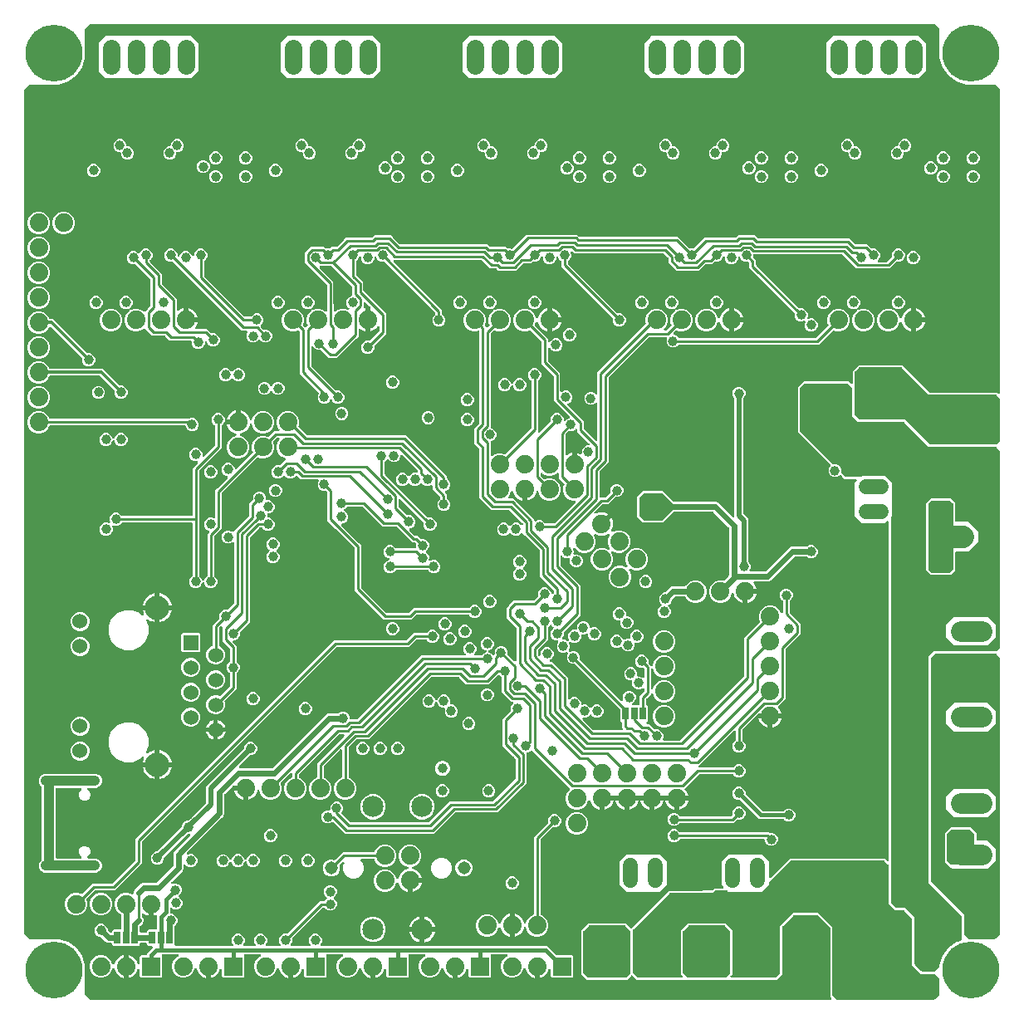
<source format=gbr>
G04 EAGLE Gerber RS-274X export*
G75*
%MOMM*%
%FSLAX34Y34*%
%LPD*%
%INGBL*%
%IPPOS*%
%AMOC8*
5,1,8,0,0,1.08239X$1,22.5*%
G01*
%ADD10C,2.159000*%
%ADD11C,1.308000*%
%ADD12R,1.879600X1.879600*%
%ADD13C,1.879600*%
%ADD14C,1.778000*%
%ADD15C,1.524000*%
%ADD16C,2.133600*%
%ADD17C,1.422400*%
%ADD18R,1.524000X1.524000*%
%ADD19C,1.524000*%
%ADD20C,2.476500*%
%ADD21R,0.635000X1.270000*%
%ADD22C,2.250000*%
%ADD23C,5.800000*%
%ADD24C,1.108000*%
%ADD25C,1.000000*%
%ADD26C,1.000000*%
%ADD27C,1.006400*%
%ADD28C,0.609600*%
%ADD29C,0.254000*%
%ADD30C,0.304800*%
%ADD31C,0.508000*%
%ADD32C,0.406400*%
%ADD33C,1.016000*%

G36*
X324634Y-494774D02*
X324634Y-494774D01*
X324773Y-494761D01*
X324792Y-494754D01*
X324812Y-494751D01*
X324941Y-494700D01*
X325072Y-494653D01*
X325089Y-494642D01*
X325107Y-494634D01*
X325220Y-494553D01*
X325335Y-494475D01*
X325348Y-494459D01*
X325365Y-494448D01*
X325454Y-494340D01*
X325546Y-494236D01*
X325555Y-494218D01*
X325568Y-494203D01*
X325627Y-494077D01*
X325690Y-493953D01*
X325695Y-493933D01*
X325703Y-493915D01*
X325729Y-493778D01*
X325760Y-493643D01*
X325759Y-493622D01*
X325763Y-493603D01*
X325754Y-493464D01*
X325750Y-493325D01*
X325744Y-493305D01*
X325743Y-493285D01*
X325700Y-493153D01*
X325662Y-493019D01*
X325651Y-493002D01*
X325645Y-492983D01*
X325571Y-492865D01*
X325500Y-492745D01*
X325482Y-492724D01*
X325475Y-492714D01*
X325460Y-492700D01*
X325394Y-492625D01*
X324357Y-491588D01*
X324357Y-422264D01*
X324345Y-422166D01*
X324342Y-422067D01*
X324325Y-422008D01*
X324317Y-421948D01*
X324281Y-421856D01*
X324253Y-421761D01*
X324223Y-421709D01*
X324200Y-421653D01*
X324142Y-421573D01*
X324092Y-421487D01*
X324026Y-421412D01*
X324014Y-421395D01*
X324004Y-421387D01*
X323986Y-421366D01*
X323730Y-421110D01*
X323715Y-421085D01*
X323692Y-421029D01*
X323634Y-420949D01*
X323584Y-420863D01*
X323518Y-420788D01*
X323506Y-420771D01*
X323496Y-420764D01*
X323478Y-420743D01*
X312048Y-409313D01*
X311969Y-409252D01*
X311897Y-409184D01*
X311844Y-409155D01*
X311796Y-409118D01*
X311705Y-409078D01*
X311688Y-409069D01*
X311424Y-408804D01*
X311346Y-408744D01*
X311273Y-408676D01*
X311220Y-408647D01*
X311172Y-408610D01*
X311081Y-408570D01*
X310995Y-408522D01*
X310936Y-408507D01*
X310881Y-408483D01*
X310783Y-408468D01*
X310687Y-408443D01*
X310587Y-408437D01*
X310566Y-408433D01*
X310554Y-408435D01*
X310526Y-408433D01*
X287644Y-408433D01*
X287546Y-408445D01*
X287447Y-408448D01*
X287388Y-408465D01*
X287328Y-408473D01*
X287236Y-408509D01*
X287141Y-408537D01*
X287089Y-408567D01*
X287033Y-408590D01*
X286953Y-408648D01*
X286867Y-408698D01*
X286792Y-408764D01*
X286775Y-408776D01*
X286767Y-408786D01*
X286746Y-408804D01*
X286490Y-409061D01*
X286465Y-409075D01*
X286409Y-409098D01*
X286329Y-409156D01*
X286243Y-409206D01*
X286168Y-409272D01*
X286151Y-409284D01*
X286144Y-409294D01*
X286123Y-409313D01*
X275963Y-419473D01*
X275902Y-419551D01*
X275834Y-419623D01*
X275805Y-419676D01*
X275768Y-419724D01*
X275728Y-419815D01*
X275719Y-419832D01*
X275454Y-420096D01*
X275394Y-420175D01*
X275326Y-420247D01*
X275297Y-420300D01*
X275260Y-420348D01*
X275220Y-420439D01*
X275172Y-420525D01*
X275157Y-420584D01*
X275133Y-420639D01*
X275118Y-420737D01*
X275093Y-420833D01*
X275087Y-420933D01*
X275083Y-420954D01*
X275085Y-420966D01*
X275083Y-420994D01*
X275083Y-468728D01*
X269338Y-474473D01*
X126902Y-474473D01*
X122817Y-470388D01*
X122723Y-470315D01*
X122634Y-470237D01*
X122598Y-470218D01*
X122566Y-470193D01*
X122457Y-470146D01*
X122351Y-470092D01*
X122312Y-470083D01*
X122274Y-470067D01*
X122157Y-470048D01*
X122041Y-470022D01*
X122000Y-470023D01*
X121960Y-470017D01*
X121842Y-470028D01*
X121723Y-470032D01*
X121684Y-470043D01*
X121644Y-470047D01*
X121532Y-470087D01*
X121417Y-470120D01*
X121382Y-470141D01*
X121344Y-470155D01*
X121246Y-470222D01*
X121143Y-470282D01*
X121098Y-470322D01*
X121081Y-470333D01*
X121068Y-470348D01*
X121022Y-470388D01*
X119244Y-472166D01*
X116938Y-474473D01*
X76102Y-474473D01*
X73795Y-472166D01*
X72664Y-471035D01*
X72664Y-471034D01*
X70357Y-468728D01*
X70357Y-424082D01*
X77372Y-417067D01*
X115668Y-417067D01*
X120376Y-421776D01*
X120386Y-421785D01*
X120481Y-421859D01*
X120571Y-421938D01*
X120606Y-421956D01*
X120637Y-421981D01*
X120747Y-422029D01*
X120854Y-422083D01*
X120893Y-422092D01*
X120929Y-422108D01*
X121047Y-422126D01*
X121164Y-422153D01*
X121204Y-422152D01*
X121243Y-422158D01*
X121362Y-422147D01*
X121482Y-422143D01*
X121520Y-422132D01*
X121560Y-422128D01*
X121673Y-422088D01*
X121788Y-422055D01*
X121822Y-422035D01*
X121859Y-422021D01*
X121958Y-421954D01*
X122062Y-421893D01*
X122106Y-421854D01*
X122122Y-421843D01*
X122136Y-421828D01*
X122182Y-421787D01*
X159922Y-384047D01*
X192879Y-384047D01*
X192959Y-384037D01*
X193038Y-384037D01*
X193116Y-384017D01*
X193195Y-384007D01*
X193269Y-383978D01*
X193346Y-383958D01*
X193416Y-383920D01*
X193491Y-383890D01*
X193555Y-383844D01*
X193625Y-383805D01*
X193683Y-383751D01*
X193748Y-383704D01*
X193799Y-383642D01*
X193857Y-383588D01*
X193888Y-383539D01*
X203200Y-383539D01*
X203298Y-383527D01*
X203397Y-383524D01*
X203455Y-383507D01*
X203516Y-383499D01*
X203608Y-383463D01*
X203703Y-383435D01*
X203755Y-383405D01*
X203811Y-383382D01*
X203891Y-383324D01*
X203977Y-383274D01*
X204052Y-383208D01*
X204069Y-383196D01*
X204076Y-383186D01*
X204098Y-383168D01*
X207307Y-379958D01*
X207306Y-379962D01*
X207276Y-380079D01*
X207276Y-380119D01*
X207269Y-380158D01*
X207276Y-380277D01*
X207276Y-380397D01*
X207286Y-380435D01*
X207289Y-380475D01*
X207326Y-380589D01*
X207355Y-380705D01*
X207374Y-380740D01*
X207387Y-380777D01*
X207451Y-380879D01*
X207508Y-380984D01*
X207536Y-381013D01*
X207557Y-381046D01*
X207644Y-381128D01*
X207726Y-381215D01*
X207760Y-381237D01*
X207788Y-381264D01*
X207893Y-381322D01*
X207994Y-381386D01*
X208032Y-381398D01*
X208067Y-381418D01*
X208183Y-381447D01*
X208297Y-381485D01*
X208336Y-381487D01*
X208375Y-381497D01*
X208536Y-381507D01*
X214086Y-381507D01*
X214223Y-381490D01*
X214362Y-381477D01*
X214381Y-381470D01*
X214401Y-381467D01*
X214530Y-381416D01*
X214662Y-381369D01*
X214678Y-381358D01*
X214697Y-381350D01*
X214810Y-381269D01*
X214925Y-381191D01*
X214938Y-381175D01*
X214955Y-381164D01*
X215043Y-381056D01*
X215135Y-380952D01*
X215144Y-380934D01*
X215157Y-380919D01*
X215217Y-380793D01*
X215280Y-380669D01*
X215284Y-380649D01*
X215293Y-380631D01*
X215319Y-380494D01*
X215349Y-380359D01*
X215349Y-380338D01*
X215353Y-380319D01*
X215344Y-380180D01*
X215340Y-380041D01*
X215334Y-380021D01*
X215333Y-380001D01*
X215290Y-379869D01*
X215251Y-379735D01*
X215241Y-379718D01*
X215235Y-379699D01*
X215160Y-379581D01*
X215090Y-379461D01*
X215071Y-379440D01*
X215065Y-379430D01*
X215050Y-379416D01*
X214983Y-379341D01*
X213359Y-377716D01*
X213359Y-353804D01*
X220454Y-346709D01*
X254526Y-346709D01*
X261621Y-353804D01*
X261621Y-369454D01*
X261638Y-369592D01*
X261651Y-369731D01*
X261658Y-369750D01*
X261661Y-369770D01*
X261712Y-369899D01*
X261759Y-370030D01*
X261770Y-370047D01*
X261778Y-370065D01*
X261859Y-370178D01*
X261937Y-370293D01*
X261953Y-370306D01*
X261964Y-370323D01*
X262072Y-370411D01*
X262176Y-370504D01*
X262194Y-370513D01*
X262209Y-370526D01*
X262335Y-370585D01*
X262459Y-370648D01*
X262479Y-370653D01*
X262497Y-370661D01*
X262633Y-370687D01*
X262769Y-370718D01*
X262790Y-370717D01*
X262809Y-370721D01*
X262948Y-370712D01*
X263087Y-370708D01*
X263107Y-370702D01*
X263127Y-370701D01*
X263259Y-370658D01*
X263393Y-370620D01*
X263410Y-370609D01*
X263429Y-370603D01*
X263547Y-370529D01*
X263667Y-370458D01*
X263688Y-370440D01*
X263698Y-370433D01*
X263712Y-370418D01*
X263787Y-370352D01*
X280806Y-353334D01*
X283112Y-351027D01*
X379828Y-351027D01*
X381881Y-353080D01*
X381990Y-353165D01*
X382097Y-353254D01*
X382116Y-353262D01*
X382132Y-353275D01*
X382260Y-353330D01*
X382385Y-353389D01*
X382405Y-353393D01*
X382424Y-353401D01*
X382562Y-353423D01*
X382698Y-353449D01*
X382718Y-353448D01*
X382738Y-353451D01*
X382877Y-353438D01*
X383015Y-353429D01*
X383034Y-353423D01*
X383054Y-353421D01*
X383186Y-353374D01*
X383317Y-353331D01*
X383335Y-353320D01*
X383354Y-353313D01*
X383469Y-353235D01*
X383586Y-353161D01*
X383600Y-353146D01*
X383617Y-353135D01*
X383709Y-353031D01*
X383804Y-352929D01*
X383814Y-352912D01*
X383827Y-352896D01*
X383891Y-352772D01*
X383958Y-352651D01*
X383963Y-352631D01*
X383972Y-352613D01*
X384002Y-352477D01*
X384037Y-352343D01*
X384039Y-352315D01*
X384042Y-352303D01*
X384041Y-352282D01*
X384047Y-352182D01*
X384047Y-8164D01*
X384030Y-8026D01*
X384017Y-7888D01*
X384010Y-7869D01*
X384007Y-7849D01*
X383956Y-7719D01*
X383909Y-7588D01*
X383898Y-7572D01*
X383890Y-7553D01*
X383809Y-7440D01*
X383731Y-7325D01*
X383715Y-7312D01*
X383704Y-7295D01*
X383596Y-7206D01*
X383492Y-7115D01*
X383474Y-7106D01*
X383459Y-7093D01*
X383333Y-7033D01*
X383209Y-6970D01*
X383189Y-6966D01*
X383171Y-6957D01*
X383035Y-6931D01*
X382899Y-6901D01*
X382878Y-6901D01*
X382859Y-6897D01*
X382720Y-6906D01*
X382581Y-6910D01*
X382561Y-6916D01*
X382541Y-6917D01*
X382409Y-6960D01*
X382275Y-6999D01*
X382258Y-7009D01*
X382239Y-7015D01*
X382121Y-7089D01*
X382001Y-7160D01*
X381980Y-7179D01*
X381970Y-7185D01*
X381956Y-7200D01*
X381880Y-7267D01*
X381372Y-7775D01*
X380256Y-8891D01*
X356344Y-8891D01*
X355228Y-7775D01*
X350365Y-2912D01*
X349249Y-1796D01*
X349249Y32276D01*
X350873Y33901D01*
X350959Y34010D01*
X351047Y34117D01*
X351056Y34136D01*
X351068Y34152D01*
X351124Y34280D01*
X351183Y34405D01*
X351187Y34425D01*
X351195Y34444D01*
X351217Y34582D01*
X351243Y34718D01*
X351241Y34738D01*
X351245Y34758D01*
X351231Y34897D01*
X351223Y35035D01*
X351217Y35054D01*
X351215Y35074D01*
X351168Y35206D01*
X351125Y35337D01*
X351114Y35355D01*
X351107Y35374D01*
X351029Y35489D01*
X350955Y35606D01*
X350940Y35620D01*
X350929Y35637D01*
X350824Y35729D01*
X350723Y35824D01*
X350705Y35834D01*
X350690Y35847D01*
X350566Y35911D01*
X350445Y35978D01*
X350425Y35983D01*
X350407Y35992D01*
X350271Y36022D01*
X350137Y36057D01*
X350109Y36059D01*
X350097Y36062D01*
X350076Y36061D01*
X349976Y36067D01*
X338992Y36067D01*
X336686Y38374D01*
X335303Y39756D01*
X335209Y39829D01*
X335120Y39908D01*
X335084Y39926D01*
X335052Y39951D01*
X334943Y39998D01*
X334837Y40052D01*
X334797Y40061D01*
X334760Y40077D01*
X334642Y40096D01*
X334527Y40122D01*
X334486Y40121D01*
X334446Y40127D01*
X334328Y40116D01*
X334209Y40112D01*
X334170Y40101D01*
X334130Y40097D01*
X334018Y40057D01*
X333903Y40024D01*
X333868Y40003D01*
X333830Y39990D01*
X333732Y39923D01*
X333629Y39862D01*
X333584Y39822D01*
X333567Y39811D01*
X333554Y39796D01*
X333508Y39756D01*
X332644Y38891D01*
X330234Y37893D01*
X327626Y37893D01*
X325216Y38891D01*
X323371Y40736D01*
X322373Y43146D01*
X322373Y45754D01*
X323371Y48164D01*
X324236Y49028D01*
X324309Y49122D01*
X324388Y49212D01*
X324406Y49248D01*
X324431Y49280D01*
X324478Y49389D01*
X324532Y49495D01*
X324541Y49534D01*
X324557Y49572D01*
X324576Y49689D01*
X324602Y49805D01*
X324601Y49846D01*
X324607Y49886D01*
X324596Y50004D01*
X324592Y50123D01*
X324581Y50162D01*
X324577Y50202D01*
X324537Y50314D01*
X324504Y50429D01*
X324483Y50463D01*
X324470Y50502D01*
X324403Y50600D01*
X324342Y50703D01*
X324302Y50748D01*
X324291Y50765D01*
X324276Y50778D01*
X324236Y50823D01*
X291337Y83722D01*
X291337Y129638D01*
X297082Y135383D01*
X342998Y135383D01*
X345051Y133330D01*
X345160Y133245D01*
X345267Y133156D01*
X345286Y133148D01*
X345302Y133135D01*
X345430Y133080D01*
X345555Y133021D01*
X345575Y133017D01*
X345594Y133009D01*
X345732Y132987D01*
X345868Y132961D01*
X345888Y132962D01*
X345908Y132959D01*
X346047Y132972D01*
X346185Y132981D01*
X346204Y132987D01*
X346224Y132989D01*
X346356Y133036D01*
X346487Y133079D01*
X346505Y133090D01*
X346524Y133097D01*
X346639Y133175D01*
X346756Y133249D01*
X346770Y133264D01*
X346787Y133275D01*
X346879Y133379D01*
X346974Y133481D01*
X346984Y133498D01*
X346997Y133514D01*
X347061Y133638D01*
X347128Y133759D01*
X347133Y133779D01*
X347142Y133797D01*
X347172Y133933D01*
X347207Y134067D01*
X347209Y134095D01*
X347212Y134107D01*
X347211Y134128D01*
X347217Y134228D01*
X347217Y146148D01*
X352962Y151893D01*
X397608Y151893D01*
X425176Y124324D01*
X425255Y124264D01*
X425327Y124196D01*
X425380Y124167D01*
X425428Y124130D01*
X425519Y124090D01*
X425605Y124042D01*
X425664Y124027D01*
X425719Y124003D01*
X425817Y123988D01*
X425913Y123963D01*
X426013Y123957D01*
X426033Y123953D01*
X426046Y123955D01*
X426074Y123953D01*
X494128Y123953D01*
X495165Y122916D01*
X495274Y122831D01*
X495381Y122742D01*
X495400Y122734D01*
X495416Y122721D01*
X495543Y122666D01*
X495669Y122607D01*
X495689Y122603D01*
X495708Y122595D01*
X495846Y122573D01*
X495982Y122547D01*
X496002Y122548D01*
X496022Y122545D01*
X496161Y122558D01*
X496299Y122567D01*
X496318Y122573D01*
X496338Y122575D01*
X496470Y122622D01*
X496601Y122665D01*
X496619Y122676D01*
X496638Y122683D01*
X496753Y122761D01*
X496870Y122835D01*
X496884Y122850D01*
X496901Y122861D01*
X496993Y122965D01*
X497088Y123067D01*
X497098Y123084D01*
X497111Y123100D01*
X497175Y123224D01*
X497242Y123345D01*
X497247Y123365D01*
X497256Y123383D01*
X497286Y123519D01*
X497321Y123653D01*
X497323Y123681D01*
X497326Y123693D01*
X497325Y123714D01*
X497331Y123814D01*
X497331Y432526D01*
X497319Y432624D01*
X497316Y432723D01*
X497299Y432781D01*
X497291Y432841D01*
X497255Y432934D01*
X497227Y433029D01*
X497197Y433081D01*
X497174Y433137D01*
X497116Y433217D01*
X497066Y433303D01*
X497000Y433378D01*
X496988Y433394D01*
X496978Y433402D01*
X496960Y433423D01*
X492605Y437778D01*
X492527Y437838D01*
X492455Y437906D01*
X492402Y437935D01*
X492354Y437972D01*
X492263Y438012D01*
X492177Y438060D01*
X492118Y438075D01*
X492062Y438099D01*
X491964Y438114D01*
X491869Y438139D01*
X491769Y438145D01*
X491748Y438149D01*
X491736Y438147D01*
X491708Y438149D01*
X462331Y438149D01*
X452766Y441257D01*
X444629Y447169D01*
X438717Y455306D01*
X435609Y464871D01*
X435609Y494248D01*
X435597Y494346D01*
X435594Y494445D01*
X435577Y494503D01*
X435569Y494563D01*
X435533Y494656D01*
X435505Y494751D01*
X435475Y494803D01*
X435452Y494859D01*
X435394Y494939D01*
X435344Y495025D01*
X435278Y495100D01*
X435266Y495116D01*
X435256Y495124D01*
X435238Y495145D01*
X430883Y499500D01*
X430805Y499560D01*
X430733Y499628D01*
X430680Y499657D01*
X430632Y499694D01*
X430541Y499734D01*
X430455Y499782D01*
X430396Y499797D01*
X430340Y499821D01*
X430242Y499836D01*
X430147Y499861D01*
X430047Y499867D01*
X430026Y499871D01*
X430014Y499869D01*
X429986Y499871D01*
X-429986Y499871D01*
X-430084Y499859D01*
X-430183Y499856D01*
X-430241Y499839D01*
X-430301Y499831D01*
X-430394Y499795D01*
X-430489Y499767D01*
X-430541Y499737D01*
X-430597Y499714D01*
X-430677Y499656D01*
X-430763Y499606D01*
X-430838Y499540D01*
X-430854Y499528D01*
X-430862Y499518D01*
X-430883Y499500D01*
X-435238Y495145D01*
X-435298Y495067D01*
X-435366Y494995D01*
X-435395Y494942D01*
X-435432Y494894D01*
X-435472Y494803D01*
X-435520Y494717D01*
X-435535Y494658D01*
X-435559Y494602D01*
X-435574Y494504D01*
X-435599Y494409D01*
X-435605Y494309D01*
X-435609Y494288D01*
X-435607Y494276D01*
X-435609Y494248D01*
X-435609Y464871D01*
X-438717Y455306D01*
X-444629Y447169D01*
X-452766Y441257D01*
X-462331Y438149D01*
X-491708Y438149D01*
X-491806Y438137D01*
X-491905Y438134D01*
X-491963Y438117D01*
X-492023Y438109D01*
X-492116Y438073D01*
X-492211Y438045D01*
X-492263Y438015D01*
X-492319Y437992D01*
X-492399Y437934D01*
X-492485Y437884D01*
X-492560Y437818D01*
X-492576Y437806D01*
X-492584Y437796D01*
X-492605Y437778D01*
X-496960Y433423D01*
X-497020Y433345D01*
X-497088Y433273D01*
X-497117Y433220D01*
X-497154Y433172D01*
X-497194Y433081D01*
X-497242Y432995D01*
X-497257Y432936D01*
X-497281Y432880D01*
X-497296Y432782D01*
X-497321Y432687D01*
X-497327Y432587D01*
X-497331Y432566D01*
X-497329Y432554D01*
X-497331Y432526D01*
X-497331Y-427446D01*
X-497319Y-427544D01*
X-497316Y-427643D01*
X-497299Y-427701D01*
X-497291Y-427761D01*
X-497255Y-427854D01*
X-497227Y-427949D01*
X-497197Y-428001D01*
X-497174Y-428057D01*
X-497116Y-428137D01*
X-497066Y-428223D01*
X-497000Y-428298D01*
X-496988Y-428314D01*
X-496978Y-428322D01*
X-496960Y-428343D01*
X-492605Y-432698D01*
X-492527Y-432758D01*
X-492455Y-432826D01*
X-492402Y-432855D01*
X-492354Y-432892D01*
X-492263Y-432932D01*
X-492177Y-432980D01*
X-492118Y-432995D01*
X-492062Y-433019D01*
X-491964Y-433034D01*
X-491869Y-433059D01*
X-491769Y-433065D01*
X-491748Y-433069D01*
X-491736Y-433067D01*
X-491708Y-433069D01*
X-462331Y-433069D01*
X-452766Y-436177D01*
X-444629Y-442089D01*
X-438717Y-450226D01*
X-435609Y-459791D01*
X-435609Y-489168D01*
X-435597Y-489266D01*
X-435594Y-489365D01*
X-435577Y-489423D01*
X-435569Y-489483D01*
X-435533Y-489576D01*
X-435505Y-489671D01*
X-435475Y-489723D01*
X-435452Y-489779D01*
X-435394Y-489859D01*
X-435344Y-489945D01*
X-435278Y-490020D01*
X-435266Y-490036D01*
X-435256Y-490044D01*
X-435238Y-490065D01*
X-430883Y-494420D01*
X-430805Y-494480D01*
X-430733Y-494548D01*
X-430680Y-494577D01*
X-430632Y-494614D01*
X-430541Y-494654D01*
X-430455Y-494702D01*
X-430396Y-494717D01*
X-430340Y-494741D01*
X-430242Y-494756D01*
X-430147Y-494781D01*
X-430047Y-494787D01*
X-430026Y-494791D01*
X-430014Y-494789D01*
X-429986Y-494791D01*
X324496Y-494791D01*
X324634Y-494774D01*
G37*
%LPC*%
G36*
X27939Y-462280D02*
X27939Y-462280D01*
X27924Y-462162D01*
X27917Y-462043D01*
X27904Y-462005D01*
X27899Y-461965D01*
X27856Y-461854D01*
X27819Y-461741D01*
X27797Y-461707D01*
X27782Y-461669D01*
X27712Y-461573D01*
X27649Y-461472D01*
X27619Y-461444D01*
X27595Y-461412D01*
X27504Y-461336D01*
X27417Y-461254D01*
X27382Y-461235D01*
X27351Y-461209D01*
X27243Y-461158D01*
X27139Y-461101D01*
X27099Y-461090D01*
X27063Y-461073D01*
X26946Y-461051D01*
X26831Y-461021D01*
X26770Y-461017D01*
X26750Y-461013D01*
X26730Y-461015D01*
X26670Y-461011D01*
X24130Y-461011D01*
X24012Y-461026D01*
X23893Y-461033D01*
X23855Y-461046D01*
X23814Y-461051D01*
X23704Y-461095D01*
X23591Y-461131D01*
X23556Y-461153D01*
X23519Y-461168D01*
X23423Y-461238D01*
X23322Y-461301D01*
X23294Y-461331D01*
X23261Y-461355D01*
X23186Y-461446D01*
X23104Y-461533D01*
X23084Y-461568D01*
X23059Y-461600D01*
X23008Y-461707D01*
X22950Y-461812D01*
X22940Y-461851D01*
X22923Y-461887D01*
X22901Y-462004D01*
X22871Y-462119D01*
X22867Y-462180D01*
X22863Y-462200D01*
X22865Y-462220D01*
X22861Y-462280D01*
X22861Y-472695D01*
X22604Y-472655D01*
X20817Y-472074D01*
X19143Y-471221D01*
X17622Y-470116D01*
X16294Y-468788D01*
X15189Y-467267D01*
X14336Y-465593D01*
X13746Y-463776D01*
X13721Y-463690D01*
X13690Y-463564D01*
X13676Y-463537D01*
X13668Y-463508D01*
X13602Y-463397D01*
X13542Y-463283D01*
X13521Y-463260D01*
X13506Y-463234D01*
X13415Y-463143D01*
X13328Y-463047D01*
X13303Y-463031D01*
X13281Y-463010D01*
X13170Y-462944D01*
X13062Y-462873D01*
X13033Y-462863D01*
X13008Y-462847D01*
X12884Y-462811D01*
X12761Y-462769D01*
X12731Y-462767D01*
X12702Y-462759D01*
X12573Y-462754D01*
X12444Y-462744D01*
X12414Y-462749D01*
X12384Y-462748D01*
X12258Y-462776D01*
X12131Y-462799D01*
X12103Y-462811D01*
X12074Y-462817D01*
X11959Y-462876D01*
X11841Y-462929D01*
X11817Y-462948D01*
X11790Y-462962D01*
X11694Y-463047D01*
X11592Y-463128D01*
X11574Y-463152D01*
X11552Y-463172D01*
X11479Y-463278D01*
X11401Y-463382D01*
X11382Y-463420D01*
X11373Y-463434D01*
X11365Y-463455D01*
X11330Y-463526D01*
X9691Y-467485D01*
X6475Y-470701D01*
X2274Y-472441D01*
X-2274Y-472441D01*
X-6475Y-470701D01*
X-9691Y-467485D01*
X-11431Y-463284D01*
X-11431Y-458736D01*
X-9691Y-454535D01*
X-6475Y-451320D01*
X-5720Y-451007D01*
X-5659Y-450972D01*
X-5594Y-450946D01*
X-5521Y-450894D01*
X-5443Y-450849D01*
X-5393Y-450801D01*
X-5337Y-450760D01*
X-5279Y-450690D01*
X-5215Y-450628D01*
X-5178Y-450568D01*
X-5134Y-450515D01*
X-5096Y-450433D01*
X-5049Y-450357D01*
X-5028Y-450290D01*
X-4998Y-450227D01*
X-4982Y-450139D01*
X-4955Y-450053D01*
X-4952Y-449983D01*
X-4939Y-449914D01*
X-4944Y-449825D01*
X-4940Y-449735D01*
X-4954Y-449667D01*
X-4958Y-449597D01*
X-4986Y-449512D01*
X-5004Y-449424D01*
X-5035Y-449361D01*
X-5056Y-449295D01*
X-5104Y-449219D01*
X-5144Y-449138D01*
X-5189Y-449085D01*
X-5227Y-449026D01*
X-5292Y-448964D01*
X-5350Y-448896D01*
X-5407Y-448856D01*
X-5458Y-448808D01*
X-5537Y-448764D01*
X-5610Y-448713D01*
X-5675Y-448688D01*
X-5737Y-448654D01*
X-5824Y-448632D01*
X-5908Y-448600D01*
X-5977Y-448592D01*
X-6045Y-448575D01*
X-6205Y-448565D01*
X-20730Y-448565D01*
X-20868Y-448582D01*
X-21007Y-448595D01*
X-21026Y-448602D01*
X-21046Y-448605D01*
X-21175Y-448656D01*
X-21306Y-448703D01*
X-21323Y-448714D01*
X-21342Y-448722D01*
X-21454Y-448803D01*
X-21569Y-448881D01*
X-21583Y-448897D01*
X-21599Y-448908D01*
X-21687Y-449015D01*
X-21780Y-449120D01*
X-21789Y-449138D01*
X-21802Y-449153D01*
X-21861Y-449279D01*
X-21924Y-449403D01*
X-21929Y-449423D01*
X-21937Y-449441D01*
X-21963Y-449577D01*
X-21994Y-449713D01*
X-21993Y-449734D01*
X-21997Y-449753D01*
X-21988Y-449892D01*
X-21984Y-450031D01*
X-21979Y-450051D01*
X-21977Y-450071D01*
X-21934Y-450203D01*
X-21896Y-450337D01*
X-21885Y-450354D01*
X-21879Y-450373D01*
X-21805Y-450491D01*
X-21734Y-450611D01*
X-21716Y-450632D01*
X-21709Y-450642D01*
X-21694Y-450656D01*
X-21628Y-450732D01*
X-21589Y-450770D01*
X-21589Y-471250D01*
X-22780Y-472441D01*
X-43260Y-472441D01*
X-44451Y-471250D01*
X-44451Y-464665D01*
X-44466Y-464547D01*
X-44473Y-464428D01*
X-44486Y-464390D01*
X-44491Y-464350D01*
X-44534Y-464239D01*
X-44571Y-464125D01*
X-44593Y-464091D01*
X-44608Y-464054D01*
X-44678Y-463958D01*
X-44742Y-463857D01*
X-44771Y-463829D01*
X-44794Y-463797D01*
X-44886Y-463721D01*
X-44973Y-463639D01*
X-45009Y-463619D01*
X-45039Y-463594D01*
X-45147Y-463543D01*
X-45252Y-463485D01*
X-45291Y-463475D01*
X-45327Y-463458D01*
X-45444Y-463436D01*
X-45560Y-463406D01*
X-45600Y-463406D01*
X-45639Y-463399D01*
X-45759Y-463406D01*
X-45878Y-463406D01*
X-45917Y-463416D01*
X-45957Y-463418D01*
X-46070Y-463455D01*
X-46186Y-463485D01*
X-46221Y-463504D01*
X-46259Y-463516D01*
X-46360Y-463580D01*
X-46465Y-463638D01*
X-46494Y-463665D01*
X-46528Y-463687D01*
X-46610Y-463774D01*
X-46697Y-463855D01*
X-46719Y-463889D01*
X-46746Y-463918D01*
X-46804Y-464023D01*
X-46868Y-464123D01*
X-46890Y-464179D01*
X-46900Y-464197D01*
X-46905Y-464216D01*
X-46927Y-464273D01*
X-47356Y-465593D01*
X-48209Y-467267D01*
X-49314Y-468788D01*
X-50642Y-470116D01*
X-52163Y-471221D01*
X-53837Y-472074D01*
X-55624Y-472655D01*
X-55881Y-472695D01*
X-55881Y-462280D01*
X-55896Y-462162D01*
X-55903Y-462043D01*
X-55916Y-462005D01*
X-55921Y-461965D01*
X-55964Y-461854D01*
X-56001Y-461741D01*
X-56023Y-461707D01*
X-56038Y-461669D01*
X-56108Y-461573D01*
X-56171Y-461472D01*
X-56201Y-461444D01*
X-56224Y-461412D01*
X-56316Y-461336D01*
X-56403Y-461254D01*
X-56438Y-461235D01*
X-56469Y-461209D01*
X-56577Y-461158D01*
X-56681Y-461101D01*
X-56721Y-461090D01*
X-56757Y-461073D01*
X-56874Y-461051D01*
X-56989Y-461021D01*
X-57050Y-461017D01*
X-57070Y-461013D01*
X-57090Y-461015D01*
X-57150Y-461011D01*
X-59690Y-461011D01*
X-59808Y-461026D01*
X-59927Y-461033D01*
X-59965Y-461046D01*
X-60005Y-461051D01*
X-60116Y-461095D01*
X-60229Y-461131D01*
X-60264Y-461153D01*
X-60301Y-461168D01*
X-60397Y-461238D01*
X-60498Y-461301D01*
X-60526Y-461331D01*
X-60559Y-461355D01*
X-60634Y-461446D01*
X-60716Y-461533D01*
X-60736Y-461568D01*
X-60761Y-461600D01*
X-60812Y-461707D01*
X-60870Y-461812D01*
X-60880Y-461851D01*
X-60897Y-461887D01*
X-60919Y-462004D01*
X-60949Y-462119D01*
X-60953Y-462180D01*
X-60957Y-462200D01*
X-60955Y-462220D01*
X-60959Y-462280D01*
X-60959Y-472695D01*
X-61216Y-472655D01*
X-63003Y-472074D01*
X-64677Y-471221D01*
X-66198Y-470116D01*
X-67526Y-468788D01*
X-68631Y-467267D01*
X-69484Y-465593D01*
X-70074Y-463776D01*
X-70099Y-463690D01*
X-70130Y-463564D01*
X-70144Y-463537D01*
X-70152Y-463508D01*
X-70218Y-463397D01*
X-70278Y-463283D01*
X-70299Y-463260D01*
X-70314Y-463234D01*
X-70405Y-463143D01*
X-70492Y-463047D01*
X-70517Y-463031D01*
X-70539Y-463010D01*
X-70650Y-462944D01*
X-70758Y-462873D01*
X-70787Y-462863D01*
X-70812Y-462847D01*
X-70936Y-462811D01*
X-71059Y-462769D01*
X-71089Y-462767D01*
X-71118Y-462759D01*
X-71247Y-462754D01*
X-71376Y-462744D01*
X-71406Y-462749D01*
X-71436Y-462748D01*
X-71562Y-462776D01*
X-71689Y-462799D01*
X-71717Y-462811D01*
X-71746Y-462817D01*
X-71861Y-462876D01*
X-71979Y-462929D01*
X-72003Y-462948D01*
X-72030Y-462962D01*
X-72126Y-463047D01*
X-72228Y-463128D01*
X-72246Y-463152D01*
X-72268Y-463172D01*
X-72341Y-463278D01*
X-72419Y-463382D01*
X-72438Y-463420D01*
X-72447Y-463434D01*
X-72455Y-463455D01*
X-72490Y-463526D01*
X-74129Y-467485D01*
X-77345Y-470701D01*
X-81546Y-472441D01*
X-86094Y-472441D01*
X-90295Y-470701D01*
X-93511Y-467485D01*
X-95251Y-463284D01*
X-95251Y-458736D01*
X-93511Y-454535D01*
X-90295Y-451320D01*
X-89540Y-451007D01*
X-89479Y-450972D01*
X-89414Y-450946D01*
X-89341Y-450894D01*
X-89263Y-450849D01*
X-89213Y-450801D01*
X-89157Y-450760D01*
X-89099Y-450690D01*
X-89035Y-450628D01*
X-88998Y-450568D01*
X-88954Y-450515D01*
X-88916Y-450433D01*
X-88869Y-450357D01*
X-88848Y-450290D01*
X-88818Y-450227D01*
X-88802Y-450139D01*
X-88775Y-450053D01*
X-88772Y-449983D01*
X-88759Y-449914D01*
X-88764Y-449825D01*
X-88760Y-449735D01*
X-88774Y-449667D01*
X-88778Y-449597D01*
X-88806Y-449512D01*
X-88824Y-449424D01*
X-88855Y-449361D01*
X-88876Y-449295D01*
X-88924Y-449219D01*
X-88964Y-449138D01*
X-89009Y-449085D01*
X-89047Y-449026D01*
X-89112Y-448964D01*
X-89170Y-448896D01*
X-89227Y-448856D01*
X-89278Y-448808D01*
X-89357Y-448764D01*
X-89430Y-448713D01*
X-89495Y-448688D01*
X-89557Y-448654D01*
X-89644Y-448632D01*
X-89728Y-448600D01*
X-89797Y-448592D01*
X-89865Y-448575D01*
X-90025Y-448565D01*
X-104550Y-448565D01*
X-104688Y-448582D01*
X-104827Y-448595D01*
X-104846Y-448602D01*
X-104866Y-448605D01*
X-104995Y-448656D01*
X-105126Y-448703D01*
X-105143Y-448714D01*
X-105162Y-448722D01*
X-105274Y-448803D01*
X-105389Y-448881D01*
X-105403Y-448897D01*
X-105419Y-448908D01*
X-105507Y-449015D01*
X-105600Y-449120D01*
X-105609Y-449138D01*
X-105622Y-449153D01*
X-105681Y-449279D01*
X-105744Y-449403D01*
X-105749Y-449423D01*
X-105757Y-449441D01*
X-105783Y-449577D01*
X-105814Y-449713D01*
X-105813Y-449734D01*
X-105817Y-449753D01*
X-105808Y-449892D01*
X-105804Y-450031D01*
X-105799Y-450051D01*
X-105797Y-450071D01*
X-105754Y-450203D01*
X-105716Y-450337D01*
X-105705Y-450354D01*
X-105699Y-450373D01*
X-105625Y-450491D01*
X-105554Y-450611D01*
X-105536Y-450632D01*
X-105529Y-450642D01*
X-105514Y-450656D01*
X-105448Y-450732D01*
X-105409Y-450770D01*
X-105409Y-471250D01*
X-106600Y-472441D01*
X-127080Y-472441D01*
X-128271Y-471250D01*
X-128271Y-464665D01*
X-128286Y-464547D01*
X-128293Y-464428D01*
X-128306Y-464390D01*
X-128311Y-464350D01*
X-128354Y-464239D01*
X-128391Y-464125D01*
X-128413Y-464091D01*
X-128428Y-464054D01*
X-128498Y-463958D01*
X-128562Y-463857D01*
X-128591Y-463829D01*
X-128614Y-463797D01*
X-128706Y-463721D01*
X-128793Y-463639D01*
X-128829Y-463619D01*
X-128859Y-463594D01*
X-128967Y-463543D01*
X-129072Y-463485D01*
X-129111Y-463475D01*
X-129147Y-463458D01*
X-129264Y-463436D01*
X-129380Y-463406D01*
X-129420Y-463406D01*
X-129459Y-463399D01*
X-129579Y-463406D01*
X-129698Y-463406D01*
X-129737Y-463416D01*
X-129777Y-463418D01*
X-129890Y-463455D01*
X-130006Y-463485D01*
X-130041Y-463504D01*
X-130079Y-463516D01*
X-130180Y-463580D01*
X-130285Y-463638D01*
X-130314Y-463665D01*
X-130348Y-463687D01*
X-130430Y-463774D01*
X-130517Y-463855D01*
X-130539Y-463889D01*
X-130566Y-463918D01*
X-130624Y-464023D01*
X-130688Y-464123D01*
X-130710Y-464179D01*
X-130720Y-464197D01*
X-130725Y-464216D01*
X-130747Y-464273D01*
X-131176Y-465593D01*
X-132029Y-467267D01*
X-133134Y-468788D01*
X-134462Y-470116D01*
X-135983Y-471221D01*
X-137657Y-472074D01*
X-139444Y-472655D01*
X-139701Y-472695D01*
X-139701Y-462280D01*
X-139716Y-462162D01*
X-139723Y-462043D01*
X-139736Y-462005D01*
X-139741Y-461965D01*
X-139784Y-461854D01*
X-139821Y-461741D01*
X-139843Y-461707D01*
X-139858Y-461669D01*
X-139928Y-461573D01*
X-139991Y-461472D01*
X-140021Y-461444D01*
X-140044Y-461412D01*
X-140136Y-461336D01*
X-140223Y-461254D01*
X-140258Y-461235D01*
X-140289Y-461209D01*
X-140397Y-461158D01*
X-140501Y-461101D01*
X-140541Y-461090D01*
X-140577Y-461073D01*
X-140694Y-461051D01*
X-140809Y-461021D01*
X-140870Y-461017D01*
X-140890Y-461013D01*
X-140910Y-461015D01*
X-140970Y-461011D01*
X-143510Y-461011D01*
X-143628Y-461026D01*
X-143747Y-461033D01*
X-143785Y-461046D01*
X-143825Y-461051D01*
X-143936Y-461095D01*
X-144049Y-461131D01*
X-144084Y-461153D01*
X-144121Y-461168D01*
X-144217Y-461238D01*
X-144318Y-461301D01*
X-144346Y-461331D01*
X-144379Y-461355D01*
X-144454Y-461446D01*
X-144536Y-461533D01*
X-144556Y-461568D01*
X-144581Y-461600D01*
X-144632Y-461707D01*
X-144690Y-461812D01*
X-144700Y-461851D01*
X-144717Y-461887D01*
X-144739Y-462004D01*
X-144769Y-462119D01*
X-144773Y-462180D01*
X-144777Y-462200D01*
X-144775Y-462220D01*
X-144779Y-462280D01*
X-144779Y-472695D01*
X-145036Y-472655D01*
X-146823Y-472074D01*
X-148497Y-471221D01*
X-150018Y-470116D01*
X-151346Y-468788D01*
X-152451Y-467267D01*
X-153304Y-465593D01*
X-153894Y-463776D01*
X-153920Y-463690D01*
X-153950Y-463564D01*
X-153964Y-463537D01*
X-153972Y-463508D01*
X-154038Y-463397D01*
X-154098Y-463283D01*
X-154119Y-463260D01*
X-154134Y-463234D01*
X-154225Y-463143D01*
X-154312Y-463047D01*
X-154337Y-463031D01*
X-154359Y-463009D01*
X-154470Y-462944D01*
X-154578Y-462873D01*
X-154607Y-462863D01*
X-154632Y-462847D01*
X-154756Y-462811D01*
X-154879Y-462769D01*
X-154909Y-462767D01*
X-154938Y-462759D01*
X-155067Y-462754D01*
X-155196Y-462744D01*
X-155226Y-462749D01*
X-155256Y-462748D01*
X-155382Y-462776D01*
X-155509Y-462799D01*
X-155537Y-462811D01*
X-155566Y-462818D01*
X-155681Y-462876D01*
X-155799Y-462929D01*
X-155823Y-462948D01*
X-155850Y-462962D01*
X-155947Y-463047D01*
X-156048Y-463128D01*
X-156066Y-463152D01*
X-156088Y-463172D01*
X-156161Y-463279D01*
X-156239Y-463382D01*
X-156258Y-463421D01*
X-156267Y-463435D01*
X-156275Y-463455D01*
X-156310Y-463526D01*
X-157949Y-467485D01*
X-161165Y-470701D01*
X-165366Y-472441D01*
X-169914Y-472441D01*
X-174115Y-470701D01*
X-177331Y-467485D01*
X-179071Y-463284D01*
X-179071Y-458736D01*
X-177331Y-454535D01*
X-174115Y-451319D01*
X-173360Y-451007D01*
X-173299Y-450972D01*
X-173234Y-450946D01*
X-173161Y-450894D01*
X-173083Y-450849D01*
X-173033Y-450801D01*
X-172977Y-450760D01*
X-172919Y-450690D01*
X-172855Y-450628D01*
X-172819Y-450568D01*
X-172774Y-450515D01*
X-172736Y-450433D01*
X-172689Y-450357D01*
X-172668Y-450290D01*
X-172638Y-450227D01*
X-172622Y-450139D01*
X-172595Y-450053D01*
X-172592Y-449983D01*
X-172579Y-449914D01*
X-172584Y-449825D01*
X-172580Y-449735D01*
X-172594Y-449667D01*
X-172598Y-449597D01*
X-172626Y-449512D01*
X-172644Y-449424D01*
X-172675Y-449361D01*
X-172696Y-449295D01*
X-172744Y-449219D01*
X-172784Y-449138D01*
X-172829Y-449085D01*
X-172867Y-449026D01*
X-172932Y-448964D01*
X-172990Y-448896D01*
X-173047Y-448856D01*
X-173098Y-448808D01*
X-173177Y-448765D01*
X-173250Y-448713D01*
X-173316Y-448688D01*
X-173377Y-448654D01*
X-173464Y-448632D01*
X-173548Y-448600D01*
X-173617Y-448592D01*
X-173685Y-448575D01*
X-173845Y-448565D01*
X-188370Y-448565D01*
X-188508Y-448582D01*
X-188647Y-448595D01*
X-188666Y-448602D01*
X-188686Y-448605D01*
X-188815Y-448656D01*
X-188946Y-448703D01*
X-188963Y-448714D01*
X-188982Y-448722D01*
X-189094Y-448803D01*
X-189209Y-448881D01*
X-189223Y-448897D01*
X-189239Y-448908D01*
X-189327Y-449015D01*
X-189420Y-449120D01*
X-189429Y-449138D01*
X-189442Y-449153D01*
X-189501Y-449279D01*
X-189564Y-449403D01*
X-189569Y-449423D01*
X-189577Y-449441D01*
X-189603Y-449577D01*
X-189634Y-449713D01*
X-189633Y-449734D01*
X-189637Y-449753D01*
X-189628Y-449892D01*
X-189624Y-450031D01*
X-189619Y-450051D01*
X-189617Y-450071D01*
X-189574Y-450203D01*
X-189536Y-450337D01*
X-189525Y-450354D01*
X-189519Y-450373D01*
X-189445Y-450491D01*
X-189374Y-450611D01*
X-189356Y-450632D01*
X-189349Y-450642D01*
X-189334Y-450656D01*
X-189268Y-450732D01*
X-189229Y-450770D01*
X-189229Y-471250D01*
X-190420Y-472441D01*
X-210900Y-472441D01*
X-212091Y-471250D01*
X-212091Y-464665D01*
X-212106Y-464547D01*
X-212113Y-464428D01*
X-212126Y-464390D01*
X-212131Y-464350D01*
X-212174Y-464239D01*
X-212211Y-464125D01*
X-212233Y-464091D01*
X-212248Y-464054D01*
X-212318Y-463958D01*
X-212382Y-463857D01*
X-212411Y-463829D01*
X-212434Y-463797D01*
X-212526Y-463721D01*
X-212613Y-463639D01*
X-212649Y-463619D01*
X-212679Y-463594D01*
X-212787Y-463543D01*
X-212892Y-463485D01*
X-212931Y-463475D01*
X-212967Y-463458D01*
X-213084Y-463436D01*
X-213200Y-463406D01*
X-213240Y-463406D01*
X-213279Y-463399D01*
X-213399Y-463406D01*
X-213518Y-463406D01*
X-213557Y-463416D01*
X-213597Y-463418D01*
X-213710Y-463455D01*
X-213826Y-463485D01*
X-213861Y-463504D01*
X-213899Y-463516D01*
X-214000Y-463580D01*
X-214105Y-463638D01*
X-214134Y-463665D01*
X-214168Y-463687D01*
X-214250Y-463774D01*
X-214337Y-463855D01*
X-214359Y-463889D01*
X-214386Y-463918D01*
X-214444Y-464023D01*
X-214508Y-464123D01*
X-214530Y-464179D01*
X-214540Y-464197D01*
X-214545Y-464216D01*
X-214567Y-464273D01*
X-214996Y-465593D01*
X-215849Y-467267D01*
X-216954Y-468788D01*
X-218282Y-470116D01*
X-219803Y-471221D01*
X-221477Y-472074D01*
X-223264Y-472655D01*
X-223521Y-472695D01*
X-223521Y-462280D01*
X-223536Y-462162D01*
X-223543Y-462043D01*
X-223556Y-462005D01*
X-223561Y-461965D01*
X-223604Y-461854D01*
X-223641Y-461741D01*
X-223663Y-461707D01*
X-223678Y-461669D01*
X-223748Y-461573D01*
X-223811Y-461472D01*
X-223841Y-461444D01*
X-223864Y-461412D01*
X-223956Y-461336D01*
X-224043Y-461254D01*
X-224078Y-461235D01*
X-224109Y-461209D01*
X-224217Y-461158D01*
X-224321Y-461101D01*
X-224361Y-461090D01*
X-224397Y-461073D01*
X-224514Y-461051D01*
X-224629Y-461021D01*
X-224690Y-461017D01*
X-224710Y-461013D01*
X-224730Y-461015D01*
X-224790Y-461011D01*
X-227330Y-461011D01*
X-227448Y-461026D01*
X-227567Y-461033D01*
X-227605Y-461046D01*
X-227645Y-461051D01*
X-227756Y-461095D01*
X-227869Y-461131D01*
X-227904Y-461153D01*
X-227941Y-461168D01*
X-228037Y-461238D01*
X-228138Y-461301D01*
X-228166Y-461331D01*
X-228199Y-461355D01*
X-228274Y-461446D01*
X-228356Y-461533D01*
X-228376Y-461568D01*
X-228401Y-461600D01*
X-228452Y-461707D01*
X-228510Y-461812D01*
X-228520Y-461851D01*
X-228537Y-461887D01*
X-228559Y-462004D01*
X-228589Y-462119D01*
X-228593Y-462180D01*
X-228597Y-462200D01*
X-228595Y-462220D01*
X-228599Y-462280D01*
X-228599Y-472695D01*
X-228856Y-472655D01*
X-230643Y-472074D01*
X-232317Y-471221D01*
X-233838Y-470116D01*
X-235166Y-468788D01*
X-236271Y-467267D01*
X-237124Y-465593D01*
X-237714Y-463776D01*
X-237740Y-463690D01*
X-237770Y-463564D01*
X-237784Y-463537D01*
X-237792Y-463508D01*
X-237858Y-463397D01*
X-237918Y-463283D01*
X-237939Y-463260D01*
X-237954Y-463234D01*
X-238045Y-463143D01*
X-238132Y-463047D01*
X-238157Y-463031D01*
X-238179Y-463009D01*
X-238290Y-462944D01*
X-238398Y-462873D01*
X-238427Y-462863D01*
X-238452Y-462847D01*
X-238576Y-462811D01*
X-238699Y-462769D01*
X-238729Y-462767D01*
X-238758Y-462759D01*
X-238887Y-462754D01*
X-239016Y-462744D01*
X-239046Y-462749D01*
X-239076Y-462748D01*
X-239202Y-462776D01*
X-239329Y-462799D01*
X-239357Y-462811D01*
X-239386Y-462818D01*
X-239501Y-462876D01*
X-239619Y-462929D01*
X-239643Y-462948D01*
X-239670Y-462962D01*
X-239767Y-463047D01*
X-239868Y-463128D01*
X-239886Y-463152D01*
X-239908Y-463172D01*
X-239981Y-463279D01*
X-240059Y-463382D01*
X-240078Y-463421D01*
X-240087Y-463435D01*
X-240095Y-463455D01*
X-240130Y-463526D01*
X-241769Y-467485D01*
X-244985Y-470701D01*
X-249186Y-472441D01*
X-253734Y-472441D01*
X-257935Y-470701D01*
X-261151Y-467485D01*
X-262891Y-463284D01*
X-262891Y-458736D01*
X-261151Y-454535D01*
X-257935Y-451319D01*
X-257180Y-451007D01*
X-257119Y-450972D01*
X-257054Y-450946D01*
X-256981Y-450894D01*
X-256903Y-450849D01*
X-256853Y-450801D01*
X-256797Y-450760D01*
X-256739Y-450690D01*
X-256675Y-450628D01*
X-256639Y-450568D01*
X-256594Y-450515D01*
X-256556Y-450433D01*
X-256509Y-450357D01*
X-256488Y-450290D01*
X-256458Y-450227D01*
X-256442Y-450139D01*
X-256415Y-450053D01*
X-256412Y-449983D01*
X-256399Y-449914D01*
X-256404Y-449825D01*
X-256400Y-449735D01*
X-256414Y-449667D01*
X-256418Y-449597D01*
X-256446Y-449512D01*
X-256464Y-449424D01*
X-256495Y-449361D01*
X-256516Y-449295D01*
X-256564Y-449219D01*
X-256604Y-449138D01*
X-256649Y-449085D01*
X-256687Y-449026D01*
X-256752Y-448964D01*
X-256810Y-448896D01*
X-256867Y-448856D01*
X-256918Y-448808D01*
X-256997Y-448765D01*
X-257070Y-448713D01*
X-257136Y-448688D01*
X-257197Y-448654D01*
X-257284Y-448632D01*
X-257368Y-448600D01*
X-257437Y-448592D01*
X-257505Y-448575D01*
X-257665Y-448565D01*
X-272190Y-448565D01*
X-272328Y-448582D01*
X-272467Y-448595D01*
X-272486Y-448602D01*
X-272506Y-448605D01*
X-272635Y-448656D01*
X-272766Y-448703D01*
X-272783Y-448714D01*
X-272802Y-448722D01*
X-272914Y-448803D01*
X-273029Y-448881D01*
X-273043Y-448897D01*
X-273059Y-448908D01*
X-273147Y-449015D01*
X-273240Y-449120D01*
X-273249Y-449138D01*
X-273262Y-449153D01*
X-273321Y-449279D01*
X-273384Y-449403D01*
X-273389Y-449423D01*
X-273397Y-449441D01*
X-273423Y-449577D01*
X-273454Y-449713D01*
X-273453Y-449734D01*
X-273457Y-449753D01*
X-273448Y-449892D01*
X-273444Y-450031D01*
X-273439Y-450051D01*
X-273437Y-450071D01*
X-273394Y-450203D01*
X-273356Y-450337D01*
X-273345Y-450354D01*
X-273339Y-450373D01*
X-273265Y-450491D01*
X-273194Y-450611D01*
X-273176Y-450632D01*
X-273169Y-450642D01*
X-273154Y-450656D01*
X-273088Y-450732D01*
X-273049Y-450770D01*
X-273049Y-471250D01*
X-274240Y-472441D01*
X-294720Y-472441D01*
X-295911Y-471250D01*
X-295911Y-464665D01*
X-295926Y-464547D01*
X-295933Y-464428D01*
X-295946Y-464389D01*
X-295951Y-464350D01*
X-295994Y-464239D01*
X-296031Y-464125D01*
X-296053Y-464091D01*
X-296068Y-464054D01*
X-296138Y-463958D01*
X-296202Y-463857D01*
X-296231Y-463829D01*
X-296254Y-463797D01*
X-296346Y-463721D01*
X-296433Y-463639D01*
X-296469Y-463619D01*
X-296499Y-463594D01*
X-296607Y-463543D01*
X-296712Y-463485D01*
X-296751Y-463475D01*
X-296787Y-463458D01*
X-296904Y-463436D01*
X-297020Y-463406D01*
X-297060Y-463406D01*
X-297099Y-463399D01*
X-297219Y-463406D01*
X-297338Y-463406D01*
X-297377Y-463416D01*
X-297417Y-463418D01*
X-297530Y-463455D01*
X-297646Y-463485D01*
X-297681Y-463504D01*
X-297719Y-463516D01*
X-297820Y-463580D01*
X-297925Y-463638D01*
X-297954Y-463665D01*
X-297988Y-463686D01*
X-298070Y-463774D01*
X-298157Y-463855D01*
X-298179Y-463889D01*
X-298206Y-463918D01*
X-298264Y-464023D01*
X-298328Y-464123D01*
X-298350Y-464179D01*
X-298360Y-464197D01*
X-298365Y-464216D01*
X-298387Y-464273D01*
X-298690Y-465206D01*
X-298816Y-465593D01*
X-299669Y-467267D01*
X-300774Y-468788D01*
X-302102Y-470116D01*
X-303623Y-471221D01*
X-305297Y-472074D01*
X-307084Y-472655D01*
X-307341Y-472695D01*
X-307341Y-462280D01*
X-307356Y-462162D01*
X-307363Y-462043D01*
X-307376Y-462005D01*
X-307381Y-461965D01*
X-307424Y-461854D01*
X-307461Y-461741D01*
X-307483Y-461707D01*
X-307498Y-461669D01*
X-307568Y-461573D01*
X-307631Y-461472D01*
X-307661Y-461444D01*
X-307684Y-461412D01*
X-307776Y-461336D01*
X-307863Y-461254D01*
X-307898Y-461235D01*
X-307929Y-461209D01*
X-308037Y-461158D01*
X-308141Y-461101D01*
X-308181Y-461090D01*
X-308217Y-461073D01*
X-308334Y-461051D01*
X-308449Y-461021D01*
X-308510Y-461017D01*
X-308530Y-461013D01*
X-308550Y-461015D01*
X-308610Y-461011D01*
X-311150Y-461011D01*
X-311268Y-461026D01*
X-311387Y-461033D01*
X-311425Y-461046D01*
X-311465Y-461051D01*
X-311576Y-461095D01*
X-311689Y-461131D01*
X-311724Y-461153D01*
X-311761Y-461168D01*
X-311857Y-461238D01*
X-311958Y-461301D01*
X-311986Y-461331D01*
X-312019Y-461355D01*
X-312094Y-461446D01*
X-312176Y-461533D01*
X-312196Y-461568D01*
X-312221Y-461600D01*
X-312272Y-461707D01*
X-312330Y-461812D01*
X-312340Y-461851D01*
X-312357Y-461887D01*
X-312379Y-462004D01*
X-312409Y-462119D01*
X-312413Y-462180D01*
X-312417Y-462200D01*
X-312415Y-462220D01*
X-312419Y-462280D01*
X-312419Y-472695D01*
X-312676Y-472655D01*
X-314463Y-472074D01*
X-316137Y-471221D01*
X-317658Y-470116D01*
X-318986Y-468788D01*
X-320091Y-467267D01*
X-320944Y-465593D01*
X-321534Y-463776D01*
X-321559Y-463690D01*
X-321590Y-463564D01*
X-321604Y-463537D01*
X-321612Y-463508D01*
X-321678Y-463397D01*
X-321738Y-463283D01*
X-321759Y-463260D01*
X-321774Y-463234D01*
X-321865Y-463143D01*
X-321952Y-463047D01*
X-321977Y-463031D01*
X-321999Y-463010D01*
X-322110Y-462944D01*
X-322218Y-462873D01*
X-322247Y-462863D01*
X-322272Y-462847D01*
X-322396Y-462811D01*
X-322519Y-462769D01*
X-322549Y-462767D01*
X-322578Y-462759D01*
X-322707Y-462754D01*
X-322836Y-462744D01*
X-322866Y-462749D01*
X-322896Y-462748D01*
X-323022Y-462776D01*
X-323149Y-462799D01*
X-323177Y-462811D01*
X-323206Y-462817D01*
X-323321Y-462876D01*
X-323439Y-462929D01*
X-323463Y-462948D01*
X-323490Y-462962D01*
X-323586Y-463047D01*
X-323688Y-463128D01*
X-323706Y-463152D01*
X-323728Y-463172D01*
X-323801Y-463278D01*
X-323879Y-463382D01*
X-323898Y-463420D01*
X-323907Y-463434D01*
X-323915Y-463455D01*
X-323950Y-463526D01*
X-325589Y-467485D01*
X-328805Y-470701D01*
X-333006Y-472441D01*
X-337554Y-472441D01*
X-341755Y-470701D01*
X-344971Y-467485D01*
X-346711Y-463284D01*
X-346711Y-458736D01*
X-344971Y-454535D01*
X-341755Y-451320D01*
X-341000Y-451007D01*
X-340939Y-450972D01*
X-340874Y-450946D01*
X-340801Y-450894D01*
X-340723Y-450849D01*
X-340673Y-450801D01*
X-340617Y-450760D01*
X-340559Y-450690D01*
X-340495Y-450628D01*
X-340458Y-450568D01*
X-340414Y-450515D01*
X-340376Y-450433D01*
X-340329Y-450357D01*
X-340308Y-450290D01*
X-340278Y-450227D01*
X-340262Y-450139D01*
X-340235Y-450053D01*
X-340232Y-449983D01*
X-340219Y-449914D01*
X-340224Y-449825D01*
X-340220Y-449735D01*
X-340234Y-449667D01*
X-340238Y-449597D01*
X-340266Y-449512D01*
X-340284Y-449424D01*
X-340315Y-449361D01*
X-340336Y-449295D01*
X-340384Y-449219D01*
X-340424Y-449138D01*
X-340469Y-449085D01*
X-340507Y-449026D01*
X-340572Y-448964D01*
X-340630Y-448896D01*
X-340687Y-448856D01*
X-340738Y-448808D01*
X-340817Y-448764D01*
X-340890Y-448713D01*
X-340955Y-448688D01*
X-341017Y-448654D01*
X-341104Y-448632D01*
X-341188Y-448600D01*
X-341257Y-448592D01*
X-341325Y-448575D01*
X-341485Y-448565D01*
X-356010Y-448565D01*
X-356148Y-448582D01*
X-356287Y-448595D01*
X-356306Y-448602D01*
X-356326Y-448605D01*
X-356455Y-448656D01*
X-356586Y-448703D01*
X-356603Y-448714D01*
X-356622Y-448722D01*
X-356734Y-448803D01*
X-356849Y-448881D01*
X-356863Y-448897D01*
X-356879Y-448908D01*
X-356967Y-449015D01*
X-357060Y-449120D01*
X-357069Y-449138D01*
X-357082Y-449153D01*
X-357141Y-449279D01*
X-357204Y-449403D01*
X-357209Y-449423D01*
X-357217Y-449441D01*
X-357243Y-449577D01*
X-357274Y-449713D01*
X-357273Y-449734D01*
X-357277Y-449753D01*
X-357268Y-449892D01*
X-357264Y-450031D01*
X-357259Y-450051D01*
X-357257Y-450071D01*
X-357214Y-450203D01*
X-357176Y-450337D01*
X-357165Y-450354D01*
X-357159Y-450373D01*
X-357085Y-450491D01*
X-357014Y-450611D01*
X-356996Y-450632D01*
X-356989Y-450642D01*
X-356974Y-450656D01*
X-356908Y-450732D01*
X-356869Y-450770D01*
X-356869Y-471250D01*
X-358060Y-472441D01*
X-378540Y-472441D01*
X-379731Y-471250D01*
X-379731Y-464665D01*
X-379746Y-464547D01*
X-379753Y-464428D01*
X-379766Y-464389D01*
X-379771Y-464350D01*
X-379814Y-464239D01*
X-379851Y-464125D01*
X-379873Y-464091D01*
X-379888Y-464054D01*
X-379958Y-463958D01*
X-380022Y-463857D01*
X-380051Y-463829D01*
X-380074Y-463797D01*
X-380166Y-463721D01*
X-380253Y-463639D01*
X-380289Y-463619D01*
X-380319Y-463594D01*
X-380427Y-463543D01*
X-380532Y-463485D01*
X-380571Y-463475D01*
X-380607Y-463458D01*
X-380724Y-463436D01*
X-380840Y-463406D01*
X-380880Y-463406D01*
X-380919Y-463399D01*
X-381039Y-463406D01*
X-381158Y-463406D01*
X-381197Y-463416D01*
X-381237Y-463418D01*
X-381350Y-463455D01*
X-381466Y-463485D01*
X-381501Y-463504D01*
X-381539Y-463516D01*
X-381640Y-463580D01*
X-381745Y-463638D01*
X-381774Y-463665D01*
X-381808Y-463686D01*
X-381890Y-463774D01*
X-381977Y-463855D01*
X-381999Y-463889D01*
X-382026Y-463918D01*
X-382084Y-464023D01*
X-382148Y-464123D01*
X-382170Y-464179D01*
X-382180Y-464197D01*
X-382185Y-464216D01*
X-382207Y-464273D01*
X-382510Y-465206D01*
X-382636Y-465593D01*
X-383489Y-467267D01*
X-384594Y-468788D01*
X-385922Y-470116D01*
X-387443Y-471221D01*
X-389117Y-472074D01*
X-390904Y-472655D01*
X-391161Y-472695D01*
X-391161Y-462280D01*
X-391176Y-462162D01*
X-391183Y-462043D01*
X-391196Y-462005D01*
X-391201Y-461965D01*
X-391244Y-461854D01*
X-391281Y-461741D01*
X-391303Y-461707D01*
X-391318Y-461669D01*
X-391388Y-461573D01*
X-391451Y-461472D01*
X-391481Y-461444D01*
X-391504Y-461412D01*
X-391596Y-461336D01*
X-391683Y-461254D01*
X-391718Y-461235D01*
X-391749Y-461209D01*
X-391857Y-461158D01*
X-391961Y-461101D01*
X-392001Y-461090D01*
X-392037Y-461073D01*
X-392154Y-461051D01*
X-392269Y-461021D01*
X-392330Y-461017D01*
X-392350Y-461013D01*
X-392370Y-461015D01*
X-392430Y-461011D01*
X-394970Y-461011D01*
X-395088Y-461026D01*
X-395207Y-461033D01*
X-395245Y-461046D01*
X-395285Y-461051D01*
X-395396Y-461095D01*
X-395509Y-461131D01*
X-395544Y-461153D01*
X-395581Y-461168D01*
X-395677Y-461238D01*
X-395778Y-461301D01*
X-395806Y-461331D01*
X-395839Y-461355D01*
X-395914Y-461446D01*
X-395996Y-461533D01*
X-396016Y-461568D01*
X-396041Y-461600D01*
X-396092Y-461707D01*
X-396150Y-461812D01*
X-396160Y-461851D01*
X-396177Y-461887D01*
X-396199Y-462004D01*
X-396229Y-462119D01*
X-396233Y-462180D01*
X-396237Y-462200D01*
X-396235Y-462220D01*
X-396239Y-462280D01*
X-396239Y-472695D01*
X-396496Y-472655D01*
X-398283Y-472074D01*
X-399957Y-471221D01*
X-401478Y-470116D01*
X-402806Y-468788D01*
X-403911Y-467267D01*
X-404764Y-465593D01*
X-405354Y-463776D01*
X-405379Y-463690D01*
X-405410Y-463564D01*
X-405424Y-463537D01*
X-405432Y-463508D01*
X-405498Y-463397D01*
X-405558Y-463283D01*
X-405579Y-463260D01*
X-405594Y-463234D01*
X-405685Y-463143D01*
X-405772Y-463047D01*
X-405797Y-463031D01*
X-405819Y-463010D01*
X-405930Y-462944D01*
X-406038Y-462873D01*
X-406067Y-462863D01*
X-406092Y-462847D01*
X-406216Y-462811D01*
X-406339Y-462769D01*
X-406369Y-462767D01*
X-406398Y-462759D01*
X-406527Y-462754D01*
X-406656Y-462744D01*
X-406686Y-462749D01*
X-406716Y-462748D01*
X-406842Y-462776D01*
X-406969Y-462799D01*
X-406997Y-462811D01*
X-407026Y-462817D01*
X-407141Y-462876D01*
X-407259Y-462929D01*
X-407283Y-462948D01*
X-407310Y-462962D01*
X-407406Y-463047D01*
X-407508Y-463128D01*
X-407526Y-463152D01*
X-407548Y-463172D01*
X-407621Y-463278D01*
X-407699Y-463382D01*
X-407718Y-463420D01*
X-407727Y-463434D01*
X-407735Y-463455D01*
X-407770Y-463526D01*
X-409409Y-467485D01*
X-412625Y-470701D01*
X-416826Y-472441D01*
X-421374Y-472441D01*
X-425575Y-470701D01*
X-428791Y-467485D01*
X-430531Y-463284D01*
X-430531Y-458736D01*
X-428791Y-454535D01*
X-425575Y-451319D01*
X-421374Y-449579D01*
X-416826Y-449579D01*
X-412625Y-451319D01*
X-409409Y-454535D01*
X-407770Y-458494D01*
X-407760Y-458510D01*
X-407756Y-458522D01*
X-407726Y-458570D01*
X-407706Y-458606D01*
X-407647Y-458721D01*
X-407627Y-458744D01*
X-407612Y-458770D01*
X-407522Y-458863D01*
X-407437Y-458960D01*
X-407412Y-458977D01*
X-407391Y-458998D01*
X-407280Y-459066D01*
X-407174Y-459139D01*
X-407145Y-459149D01*
X-407120Y-459165D01*
X-406996Y-459203D01*
X-406875Y-459246D01*
X-406845Y-459249D01*
X-406816Y-459258D01*
X-406687Y-459264D01*
X-406558Y-459277D01*
X-406528Y-459272D01*
X-406498Y-459273D01*
X-406372Y-459247D01*
X-406244Y-459227D01*
X-406216Y-459215D01*
X-406187Y-459209D01*
X-406070Y-459152D01*
X-405952Y-459101D01*
X-405928Y-459083D01*
X-405901Y-459069D01*
X-405803Y-458985D01*
X-405700Y-458906D01*
X-405682Y-458883D01*
X-405659Y-458863D01*
X-405585Y-458757D01*
X-405505Y-458655D01*
X-405493Y-458628D01*
X-405476Y-458603D01*
X-405430Y-458482D01*
X-405379Y-458363D01*
X-405369Y-458322D01*
X-405363Y-458306D01*
X-405361Y-458284D01*
X-405346Y-458219D01*
X-404764Y-456427D01*
X-403911Y-454753D01*
X-402806Y-453232D01*
X-401478Y-451904D01*
X-399957Y-450799D01*
X-398283Y-449946D01*
X-396496Y-449365D01*
X-396239Y-449325D01*
X-396239Y-459740D01*
X-396224Y-459858D01*
X-396217Y-459977D01*
X-396204Y-460015D01*
X-396199Y-460055D01*
X-396156Y-460166D01*
X-396119Y-460279D01*
X-396097Y-460313D01*
X-396082Y-460351D01*
X-396012Y-460447D01*
X-395949Y-460548D01*
X-395919Y-460576D01*
X-395895Y-460608D01*
X-395804Y-460684D01*
X-395717Y-460766D01*
X-395682Y-460785D01*
X-395651Y-460811D01*
X-395543Y-460862D01*
X-395439Y-460919D01*
X-395399Y-460930D01*
X-395363Y-460947D01*
X-395246Y-460969D01*
X-395131Y-460999D01*
X-395070Y-461003D01*
X-395050Y-461007D01*
X-395030Y-461005D01*
X-394970Y-461009D01*
X-392430Y-461009D01*
X-392312Y-460994D01*
X-392193Y-460987D01*
X-392155Y-460974D01*
X-392114Y-460969D01*
X-392004Y-460925D01*
X-391891Y-460889D01*
X-391856Y-460867D01*
X-391819Y-460852D01*
X-391723Y-460782D01*
X-391622Y-460719D01*
X-391594Y-460689D01*
X-391561Y-460665D01*
X-391486Y-460574D01*
X-391404Y-460487D01*
X-391384Y-460452D01*
X-391359Y-460420D01*
X-391308Y-460313D01*
X-391250Y-460208D01*
X-391240Y-460169D01*
X-391223Y-460133D01*
X-391201Y-460016D01*
X-391171Y-459901D01*
X-391167Y-459840D01*
X-391163Y-459820D01*
X-391165Y-459800D01*
X-391161Y-459740D01*
X-391161Y-449325D01*
X-390904Y-449365D01*
X-389117Y-449946D01*
X-387443Y-450799D01*
X-385922Y-451904D01*
X-384594Y-453232D01*
X-383489Y-454753D01*
X-382636Y-456427D01*
X-382207Y-457747D01*
X-382156Y-457855D01*
X-382112Y-457966D01*
X-382089Y-457998D01*
X-382072Y-458035D01*
X-381996Y-458127D01*
X-381926Y-458223D01*
X-381895Y-458249D01*
X-381869Y-458280D01*
X-381773Y-458350D01*
X-381681Y-458426D01*
X-381644Y-458443D01*
X-381612Y-458467D01*
X-381501Y-458511D01*
X-381393Y-458562D01*
X-381353Y-458569D01*
X-381316Y-458584D01*
X-381198Y-458599D01*
X-381080Y-458621D01*
X-381040Y-458619D01*
X-381001Y-458624D01*
X-380882Y-458609D01*
X-380763Y-458602D01*
X-380725Y-458589D01*
X-380685Y-458584D01*
X-380574Y-458540D01*
X-380461Y-458504D01*
X-380427Y-458482D01*
X-380389Y-458467D01*
X-380293Y-458397D01*
X-380192Y-458334D01*
X-380164Y-458304D01*
X-380132Y-458281D01*
X-380056Y-458189D01*
X-379974Y-458102D01*
X-379955Y-458067D01*
X-379929Y-458036D01*
X-379878Y-457928D01*
X-379820Y-457823D01*
X-379810Y-457785D01*
X-379793Y-457748D01*
X-379771Y-457631D01*
X-379741Y-457515D01*
X-379737Y-457456D01*
X-379733Y-457436D01*
X-379735Y-457415D01*
X-379731Y-457355D01*
X-379731Y-450770D01*
X-378540Y-449579D01*
X-373634Y-449579D01*
X-373516Y-449564D01*
X-373397Y-449557D01*
X-373359Y-449544D01*
X-373318Y-449539D01*
X-373208Y-449496D01*
X-373095Y-449459D01*
X-373060Y-449437D01*
X-373023Y-449422D01*
X-372927Y-449353D01*
X-372826Y-449289D01*
X-372798Y-449259D01*
X-372765Y-449236D01*
X-372689Y-449144D01*
X-372608Y-449057D01*
X-372588Y-449022D01*
X-372563Y-448991D01*
X-372512Y-448883D01*
X-372454Y-448779D01*
X-372444Y-448739D01*
X-372427Y-448703D01*
X-372405Y-448586D01*
X-372375Y-448471D01*
X-372371Y-448411D01*
X-372367Y-448391D01*
X-372369Y-448370D01*
X-372365Y-448310D01*
X-372365Y-447896D01*
X-366818Y-442349D01*
X-366733Y-442240D01*
X-366644Y-442133D01*
X-366635Y-442114D01*
X-366623Y-442098D01*
X-366567Y-441970D01*
X-366508Y-441845D01*
X-366505Y-441825D01*
X-366497Y-441806D01*
X-366475Y-441668D01*
X-366449Y-441532D01*
X-366450Y-441512D01*
X-366447Y-441492D01*
X-366460Y-441353D01*
X-366468Y-441215D01*
X-366475Y-441196D01*
X-366477Y-441176D01*
X-366524Y-441044D01*
X-366566Y-440913D01*
X-366577Y-440895D01*
X-366584Y-440876D01*
X-366662Y-440761D01*
X-366737Y-440644D01*
X-366751Y-440630D01*
X-366763Y-440613D01*
X-366867Y-440521D01*
X-366968Y-440426D01*
X-366986Y-440416D01*
X-367001Y-440403D01*
X-367125Y-440339D01*
X-367247Y-440272D01*
X-367266Y-440267D01*
X-367284Y-440258D01*
X-367420Y-440228D01*
X-367555Y-440193D01*
X-367583Y-440191D01*
X-367595Y-440188D01*
X-367615Y-440189D01*
X-367715Y-440183D01*
X-371047Y-440183D01*
X-372238Y-438992D01*
X-372238Y-438150D01*
X-372253Y-438032D01*
X-372260Y-437913D01*
X-372273Y-437875D01*
X-372278Y-437834D01*
X-372321Y-437724D01*
X-372358Y-437611D01*
X-372380Y-437576D01*
X-372395Y-437539D01*
X-372464Y-437443D01*
X-372528Y-437342D01*
X-372558Y-437314D01*
X-372581Y-437281D01*
X-372673Y-437205D01*
X-372760Y-437124D01*
X-372795Y-437104D01*
X-372826Y-437079D01*
X-372934Y-437028D01*
X-373038Y-436970D01*
X-373078Y-436960D01*
X-373114Y-436943D01*
X-373231Y-436921D01*
X-373346Y-436891D01*
X-373406Y-436887D01*
X-373426Y-436883D01*
X-373447Y-436885D01*
X-373507Y-436881D01*
X-378333Y-436881D01*
X-378451Y-436896D01*
X-378570Y-436903D01*
X-378608Y-436916D01*
X-378649Y-436921D01*
X-378759Y-436964D01*
X-378872Y-437001D01*
X-378907Y-437023D01*
X-378944Y-437038D01*
X-379040Y-437107D01*
X-379141Y-437171D01*
X-379169Y-437201D01*
X-379202Y-437224D01*
X-379278Y-437316D01*
X-379359Y-437403D01*
X-379379Y-437438D01*
X-379404Y-437469D01*
X-379455Y-437577D01*
X-379513Y-437681D01*
X-379523Y-437721D01*
X-379540Y-437757D01*
X-379562Y-437874D01*
X-379592Y-437989D01*
X-379596Y-438049D01*
X-379600Y-438069D01*
X-379598Y-438090D01*
X-379602Y-438150D01*
X-379602Y-438992D01*
X-380793Y-440183D01*
X-406607Y-440183D01*
X-407798Y-438992D01*
X-407798Y-438150D01*
X-407813Y-438032D01*
X-407820Y-437913D01*
X-407833Y-437875D01*
X-407838Y-437834D01*
X-407881Y-437724D01*
X-407918Y-437611D01*
X-407940Y-437576D01*
X-407955Y-437539D01*
X-408024Y-437443D01*
X-408088Y-437342D01*
X-408118Y-437314D01*
X-408141Y-437281D01*
X-408233Y-437205D01*
X-408320Y-437124D01*
X-408355Y-437104D01*
X-408386Y-437079D01*
X-408494Y-437028D01*
X-408598Y-436970D01*
X-408638Y-436960D01*
X-408674Y-436943D01*
X-408791Y-436921D01*
X-408906Y-436891D01*
X-408966Y-436887D01*
X-408986Y-436883D01*
X-409007Y-436885D01*
X-409067Y-436881D01*
X-412491Y-436881D01*
X-414358Y-436107D01*
X-419357Y-431108D01*
X-419435Y-431048D01*
X-419507Y-430980D01*
X-419560Y-430951D01*
X-419608Y-430914D01*
X-419699Y-430874D01*
X-419786Y-430826D01*
X-419844Y-430811D01*
X-419900Y-430787D01*
X-419998Y-430772D01*
X-420094Y-430747D01*
X-420194Y-430741D01*
X-420214Y-430737D01*
X-420226Y-430739D01*
X-420254Y-430737D01*
X-420404Y-430737D01*
X-422814Y-429739D01*
X-424659Y-427894D01*
X-425657Y-425484D01*
X-425657Y-422876D01*
X-424659Y-420466D01*
X-422814Y-418621D01*
X-420404Y-417623D01*
X-417796Y-417623D01*
X-415386Y-418621D01*
X-413541Y-420466D01*
X-412543Y-422876D01*
X-412543Y-423026D01*
X-412531Y-423124D01*
X-412528Y-423223D01*
X-412511Y-423281D01*
X-412503Y-423341D01*
X-412467Y-423433D01*
X-412439Y-423528D01*
X-412409Y-423581D01*
X-412386Y-423637D01*
X-412328Y-423717D01*
X-412278Y-423802D01*
X-412212Y-423878D01*
X-412200Y-423894D01*
X-412190Y-423902D01*
X-412172Y-423923D01*
X-409964Y-426130D01*
X-409855Y-426216D01*
X-409748Y-426304D01*
X-409729Y-426313D01*
X-409713Y-426325D01*
X-409585Y-426381D01*
X-409460Y-426440D01*
X-409440Y-426443D01*
X-409421Y-426452D01*
X-409283Y-426473D01*
X-409147Y-426499D01*
X-409127Y-426498D01*
X-409107Y-426501D01*
X-408968Y-426488D01*
X-408830Y-426480D01*
X-408811Y-426474D01*
X-408791Y-426472D01*
X-408659Y-426424D01*
X-408528Y-426382D01*
X-408510Y-426371D01*
X-408491Y-426364D01*
X-408376Y-426286D01*
X-408259Y-426212D01*
X-408245Y-426197D01*
X-408228Y-426185D01*
X-408136Y-426081D01*
X-408041Y-425980D01*
X-408031Y-425962D01*
X-408018Y-425947D01*
X-407954Y-425823D01*
X-407887Y-425701D01*
X-407882Y-425682D01*
X-407873Y-425664D01*
X-407843Y-425528D01*
X-407808Y-425393D01*
X-407806Y-425365D01*
X-407803Y-425353D01*
X-407804Y-425333D01*
X-407798Y-425233D01*
X-407798Y-424608D01*
X-406607Y-423417D01*
X-400050Y-423417D01*
X-399932Y-423402D01*
X-399813Y-423395D01*
X-399775Y-423382D01*
X-399734Y-423377D01*
X-399624Y-423334D01*
X-399511Y-423297D01*
X-399476Y-423275D01*
X-399439Y-423260D01*
X-399343Y-423191D01*
X-399242Y-423127D01*
X-399214Y-423097D01*
X-399181Y-423074D01*
X-399105Y-422982D01*
X-399024Y-422895D01*
X-399004Y-422860D01*
X-398979Y-422829D01*
X-398928Y-422721D01*
X-398870Y-422617D01*
X-398860Y-422577D01*
X-398843Y-422541D01*
X-398821Y-422424D01*
X-398791Y-422309D01*
X-398787Y-422249D01*
X-398783Y-422229D01*
X-398785Y-422208D01*
X-398781Y-422148D01*
X-398781Y-408626D01*
X-398784Y-408597D01*
X-398782Y-408567D01*
X-398804Y-408439D01*
X-398821Y-408311D01*
X-398831Y-408283D01*
X-398836Y-408254D01*
X-398890Y-408136D01*
X-398938Y-408015D01*
X-398955Y-407991D01*
X-398967Y-407964D01*
X-399048Y-407863D01*
X-399124Y-407758D01*
X-399147Y-407739D01*
X-399166Y-407716D01*
X-399269Y-407638D01*
X-399369Y-407555D01*
X-399396Y-407542D01*
X-399420Y-407524D01*
X-399564Y-407453D01*
X-400175Y-407201D01*
X-403391Y-403985D01*
X-405131Y-399784D01*
X-405131Y-395236D01*
X-403391Y-391035D01*
X-400175Y-387819D01*
X-395974Y-386079D01*
X-391426Y-386079D01*
X-387836Y-387567D01*
X-387788Y-387580D01*
X-387743Y-387601D01*
X-387635Y-387621D01*
X-387529Y-387650D01*
X-387479Y-387651D01*
X-387430Y-387661D01*
X-387321Y-387654D01*
X-387211Y-387656D01*
X-387163Y-387644D01*
X-387113Y-387641D01*
X-387009Y-387607D01*
X-386902Y-387581D01*
X-386858Y-387558D01*
X-386811Y-387543D01*
X-386718Y-387484D01*
X-386621Y-387433D01*
X-386584Y-387399D01*
X-386542Y-387373D01*
X-386467Y-387293D01*
X-386385Y-387219D01*
X-386358Y-387177D01*
X-386324Y-387141D01*
X-386271Y-387045D01*
X-386211Y-386953D01*
X-386194Y-386906D01*
X-386170Y-386863D01*
X-386143Y-386756D01*
X-386107Y-386652D01*
X-386103Y-386603D01*
X-386091Y-386555D01*
X-386081Y-386394D01*
X-386081Y-385069D01*
X-385307Y-383202D01*
X-380406Y-378301D01*
X-380406Y-378300D01*
X-378798Y-376693D01*
X-376931Y-375919D01*
X-363310Y-375919D01*
X-363212Y-375907D01*
X-363113Y-375904D01*
X-363055Y-375887D01*
X-362995Y-375879D01*
X-362903Y-375843D01*
X-362808Y-375815D01*
X-362755Y-375785D01*
X-362699Y-375762D01*
X-362619Y-375704D01*
X-362534Y-375654D01*
X-362458Y-375588D01*
X-362442Y-375576D01*
X-362434Y-375566D01*
X-362413Y-375548D01*
X-345812Y-358947D01*
X-345752Y-358869D01*
X-345684Y-358797D01*
X-345655Y-358744D01*
X-345618Y-358696D01*
X-345578Y-358605D01*
X-345530Y-358518D01*
X-345515Y-358460D01*
X-345491Y-358404D01*
X-345476Y-358306D01*
X-345451Y-358210D01*
X-345445Y-358110D01*
X-345441Y-358090D01*
X-345443Y-358078D01*
X-345441Y-358050D01*
X-345441Y-345699D01*
X-344667Y-343832D01*
X-328487Y-327651D01*
X-328401Y-327542D01*
X-328313Y-327435D01*
X-328304Y-327416D01*
X-328292Y-327400D01*
X-328237Y-327273D01*
X-328177Y-327147D01*
X-328174Y-327127D01*
X-328165Y-327108D01*
X-328144Y-326970D01*
X-328118Y-326834D01*
X-328119Y-326814D01*
X-328116Y-326794D01*
X-328129Y-326655D01*
X-328137Y-326517D01*
X-328143Y-326498D01*
X-328145Y-326478D01*
X-328193Y-326346D01*
X-328235Y-326215D01*
X-328246Y-326197D01*
X-328253Y-326178D01*
X-328331Y-326063D01*
X-328405Y-325946D01*
X-328420Y-325932D01*
X-328432Y-325915D01*
X-328536Y-325823D01*
X-328637Y-325728D01*
X-328655Y-325718D01*
X-328670Y-325705D01*
X-328794Y-325642D01*
X-328916Y-325574D01*
X-328935Y-325569D01*
X-328953Y-325560D01*
X-329089Y-325530D01*
X-329224Y-325495D01*
X-329252Y-325493D01*
X-329264Y-325490D01*
X-329284Y-325491D01*
X-329384Y-325485D01*
X-329970Y-325485D01*
X-330068Y-325497D01*
X-330167Y-325500D01*
X-330226Y-325517D01*
X-330286Y-325525D01*
X-330378Y-325561D01*
X-330473Y-325589D01*
X-330525Y-325619D01*
X-330581Y-325642D01*
X-330661Y-325700D01*
X-330747Y-325750D01*
X-330822Y-325816D01*
X-330839Y-325828D01*
X-330847Y-325838D01*
X-330868Y-325856D01*
X-355022Y-350010D01*
X-355082Y-350089D01*
X-355150Y-350161D01*
X-355179Y-350214D01*
X-355216Y-350262D01*
X-355256Y-350353D01*
X-355304Y-350439D01*
X-355319Y-350498D01*
X-355343Y-350553D01*
X-355358Y-350651D01*
X-355383Y-350747D01*
X-355389Y-350847D01*
X-355393Y-350868D01*
X-355391Y-350880D01*
X-355393Y-350908D01*
X-355393Y-351824D01*
X-356391Y-354234D01*
X-358236Y-356079D01*
X-360646Y-357077D01*
X-363254Y-357077D01*
X-365664Y-356079D01*
X-367509Y-354234D01*
X-368507Y-351824D01*
X-368507Y-349216D01*
X-367509Y-346806D01*
X-365664Y-344961D01*
X-363254Y-343963D01*
X-362434Y-343963D01*
X-362336Y-343951D01*
X-362237Y-343948D01*
X-362178Y-343931D01*
X-362118Y-343923D01*
X-362026Y-343887D01*
X-361931Y-343859D01*
X-361879Y-343829D01*
X-361823Y-343806D01*
X-361743Y-343748D01*
X-361657Y-343698D01*
X-361582Y-343632D01*
X-361565Y-343620D01*
X-361557Y-343610D01*
X-361536Y-343592D01*
X-337334Y-319390D01*
X-337274Y-319311D01*
X-337206Y-319239D01*
X-337177Y-319186D01*
X-337140Y-319138D01*
X-337100Y-319047D01*
X-337052Y-318961D01*
X-337037Y-318902D01*
X-337013Y-318847D01*
X-336998Y-318749D01*
X-336973Y-318653D01*
X-336967Y-318553D01*
X-336963Y-318532D01*
X-336965Y-318520D01*
X-336963Y-318492D01*
X-336963Y-317624D01*
X-335965Y-315214D01*
X-334120Y-313369D01*
X-331710Y-312371D01*
X-330842Y-312371D01*
X-330744Y-312359D01*
X-330645Y-312356D01*
X-330586Y-312339D01*
X-330526Y-312331D01*
X-330434Y-312295D01*
X-330339Y-312267D01*
X-330287Y-312237D01*
X-330231Y-312214D01*
X-330151Y-312156D01*
X-330065Y-312106D01*
X-329990Y-312040D01*
X-329973Y-312028D01*
X-329965Y-312018D01*
X-329944Y-312000D01*
X-328473Y-310528D01*
X-328445Y-310517D01*
X-328349Y-310489D01*
X-328297Y-310459D01*
X-328241Y-310436D01*
X-328161Y-310378D01*
X-328075Y-310328D01*
X-328000Y-310262D01*
X-327984Y-310250D01*
X-327976Y-310240D01*
X-327955Y-310222D01*
X-312284Y-294551D01*
X-312224Y-294473D01*
X-312156Y-294401D01*
X-312127Y-294348D01*
X-312090Y-294300D01*
X-312050Y-294209D01*
X-312002Y-294122D01*
X-311987Y-294064D01*
X-311963Y-294008D01*
X-311948Y-293910D01*
X-311923Y-293815D01*
X-311917Y-293715D01*
X-311913Y-293694D01*
X-311915Y-293682D01*
X-311913Y-293654D01*
X-311913Y-277506D01*
X-273628Y-239222D01*
X-273568Y-239143D01*
X-273500Y-239071D01*
X-273471Y-239018D01*
X-273434Y-238970D01*
X-273394Y-238879D01*
X-273346Y-238793D01*
X-273331Y-238734D01*
X-273307Y-238679D01*
X-273292Y-238581D01*
X-273267Y-238485D01*
X-273261Y-238385D01*
X-273257Y-238364D01*
X-273259Y-238352D01*
X-273257Y-238324D01*
X-273257Y-237456D01*
X-272259Y-235046D01*
X-270414Y-233201D01*
X-268004Y-232203D01*
X-265396Y-232203D01*
X-262986Y-233201D01*
X-261141Y-235046D01*
X-260143Y-237456D01*
X-260143Y-240064D01*
X-261141Y-242474D01*
X-262986Y-244319D01*
X-265396Y-245317D01*
X-266264Y-245317D01*
X-266362Y-245329D01*
X-266461Y-245332D01*
X-266520Y-245349D01*
X-266580Y-245357D01*
X-266672Y-245393D01*
X-266767Y-245421D01*
X-266819Y-245451D01*
X-266875Y-245474D01*
X-266955Y-245532D01*
X-267041Y-245582D01*
X-267116Y-245648D01*
X-267133Y-245660D01*
X-267141Y-245670D01*
X-267162Y-245688D01*
X-278386Y-256913D01*
X-278471Y-257022D01*
X-278560Y-257129D01*
X-278568Y-257148D01*
X-278581Y-257164D01*
X-278636Y-257292D01*
X-278695Y-257417D01*
X-278699Y-257437D01*
X-278707Y-257456D01*
X-278729Y-257594D01*
X-278755Y-257730D01*
X-278754Y-257750D01*
X-278757Y-257770D01*
X-278744Y-257909D01*
X-278735Y-258047D01*
X-278729Y-258066D01*
X-278727Y-258086D01*
X-278680Y-258218D01*
X-278637Y-258349D01*
X-278626Y-258367D01*
X-278619Y-258386D01*
X-278541Y-258501D01*
X-278467Y-258618D01*
X-278452Y-258632D01*
X-278441Y-258649D01*
X-278337Y-258741D01*
X-278235Y-258836D01*
X-278218Y-258846D01*
X-278202Y-258859D01*
X-278078Y-258923D01*
X-277957Y-258990D01*
X-277937Y-258995D01*
X-277919Y-259004D01*
X-277783Y-259034D01*
X-277649Y-259069D01*
X-277621Y-259071D01*
X-277609Y-259074D01*
X-277588Y-259073D01*
X-277488Y-259079D01*
X-245536Y-259079D01*
X-245438Y-259067D01*
X-245339Y-259064D01*
X-245281Y-259047D01*
X-245221Y-259039D01*
X-245129Y-259003D01*
X-245034Y-258975D01*
X-244981Y-258945D01*
X-244925Y-258922D01*
X-244845Y-258864D01*
X-244760Y-258814D01*
X-244684Y-258748D01*
X-244668Y-258736D01*
X-244660Y-258726D01*
X-244639Y-258708D01*
X-189396Y-203465D01*
X-187529Y-202691D01*
X-177266Y-202691D01*
X-177167Y-202679D01*
X-177068Y-202676D01*
X-177010Y-202659D01*
X-176950Y-202651D01*
X-176858Y-202615D01*
X-176763Y-202587D01*
X-176711Y-202557D01*
X-176654Y-202534D01*
X-176574Y-202476D01*
X-176489Y-202426D01*
X-176414Y-202360D01*
X-176397Y-202348D01*
X-176389Y-202338D01*
X-176368Y-202320D01*
X-176262Y-202213D01*
X-173852Y-201215D01*
X-171244Y-201215D01*
X-168834Y-202213D01*
X-166989Y-204058D01*
X-165991Y-206468D01*
X-165991Y-207772D01*
X-165976Y-207890D01*
X-165969Y-208009D01*
X-165956Y-208047D01*
X-165951Y-208088D01*
X-165908Y-208198D01*
X-165871Y-208311D01*
X-165849Y-208346D01*
X-165834Y-208383D01*
X-165765Y-208479D01*
X-165701Y-208580D01*
X-165671Y-208608D01*
X-165648Y-208641D01*
X-165556Y-208717D01*
X-165469Y-208798D01*
X-165434Y-208818D01*
X-165403Y-208843D01*
X-165295Y-208894D01*
X-165191Y-208952D01*
X-165151Y-208962D01*
X-165115Y-208979D01*
X-164998Y-209001D01*
X-164883Y-209031D01*
X-164823Y-209035D01*
X-164803Y-209039D01*
X-164782Y-209037D01*
X-164722Y-209041D01*
X-158358Y-209041D01*
X-158260Y-209029D01*
X-158161Y-209026D01*
X-158102Y-209009D01*
X-158042Y-209001D01*
X-157950Y-208965D01*
X-157855Y-208937D01*
X-157803Y-208907D01*
X-157747Y-208884D01*
X-157667Y-208826D01*
X-157581Y-208776D01*
X-157506Y-208710D01*
X-157489Y-208698D01*
X-157481Y-208688D01*
X-157460Y-208670D01*
X-92808Y-144017D01*
X-48660Y-144017D01*
X-48522Y-144000D01*
X-48383Y-143987D01*
X-48364Y-143980D01*
X-48344Y-143977D01*
X-48215Y-143926D01*
X-48084Y-143879D01*
X-48067Y-143868D01*
X-48048Y-143860D01*
X-47936Y-143779D01*
X-47821Y-143701D01*
X-47807Y-143685D01*
X-47791Y-143674D01*
X-47702Y-143566D01*
X-47610Y-143462D01*
X-47601Y-143444D01*
X-47588Y-143429D01*
X-47529Y-143303D01*
X-47466Y-143179D01*
X-47461Y-143159D01*
X-47453Y-143141D01*
X-47427Y-143005D01*
X-47396Y-142869D01*
X-47397Y-142848D01*
X-47393Y-142829D01*
X-47402Y-142690D01*
X-47406Y-142551D01*
X-47411Y-142531D01*
X-47413Y-142511D01*
X-47455Y-142379D01*
X-47494Y-142245D01*
X-47504Y-142228D01*
X-47511Y-142209D01*
X-47585Y-142091D01*
X-47656Y-141971D01*
X-47674Y-141950D01*
X-47681Y-141940D01*
X-47696Y-141926D01*
X-47762Y-141851D01*
X-48739Y-140874D01*
X-49737Y-138464D01*
X-49737Y-135856D01*
X-48739Y-133446D01*
X-46894Y-131601D01*
X-44484Y-130603D01*
X-41876Y-130603D01*
X-39466Y-131601D01*
X-37621Y-133446D01*
X-36623Y-135856D01*
X-36623Y-138464D01*
X-37621Y-140874D01*
X-38598Y-141851D01*
X-38683Y-141960D01*
X-38772Y-142067D01*
X-38780Y-142086D01*
X-38793Y-142102D01*
X-38848Y-142229D01*
X-38907Y-142355D01*
X-38911Y-142375D01*
X-38919Y-142394D01*
X-38941Y-142532D01*
X-38967Y-142668D01*
X-38966Y-142688D01*
X-38969Y-142708D01*
X-38956Y-142847D01*
X-38947Y-142985D01*
X-38941Y-143004D01*
X-38939Y-143024D01*
X-38892Y-143156D01*
X-38849Y-143287D01*
X-38839Y-143305D01*
X-38832Y-143324D01*
X-38754Y-143439D01*
X-38679Y-143556D01*
X-38664Y-143570D01*
X-38653Y-143587D01*
X-38549Y-143679D01*
X-38448Y-143774D01*
X-38430Y-143784D01*
X-38415Y-143797D01*
X-38291Y-143860D01*
X-38169Y-143928D01*
X-38149Y-143933D01*
X-38131Y-143942D01*
X-37996Y-143972D01*
X-37861Y-144007D01*
X-37833Y-144009D01*
X-37821Y-144012D01*
X-37801Y-144011D01*
X-37700Y-144017D01*
X-31896Y-144017D01*
X-31797Y-144005D01*
X-31698Y-144002D01*
X-31640Y-143985D01*
X-31580Y-143977D01*
X-31488Y-143941D01*
X-31393Y-143913D01*
X-31341Y-143883D01*
X-31284Y-143860D01*
X-31204Y-143802D01*
X-31119Y-143752D01*
X-31044Y-143686D01*
X-31027Y-143674D01*
X-31019Y-143664D01*
X-30998Y-143646D01*
X-29114Y-141761D01*
X-26968Y-140873D01*
X-26848Y-140804D01*
X-26725Y-140739D01*
X-26710Y-140725D01*
X-26692Y-140715D01*
X-26592Y-140618D01*
X-26489Y-140525D01*
X-26478Y-140508D01*
X-26464Y-140494D01*
X-26391Y-140376D01*
X-26314Y-140259D01*
X-26308Y-140240D01*
X-26297Y-140223D01*
X-26256Y-140090D01*
X-26211Y-139958D01*
X-26210Y-139938D01*
X-26204Y-139919D01*
X-26197Y-139780D01*
X-26186Y-139641D01*
X-26190Y-139621D01*
X-26189Y-139601D01*
X-26217Y-139465D01*
X-26240Y-139328D01*
X-26249Y-139309D01*
X-26253Y-139290D01*
X-26314Y-139165D01*
X-26371Y-139038D01*
X-26384Y-139022D01*
X-26393Y-139004D01*
X-26483Y-138898D01*
X-26570Y-138790D01*
X-26586Y-138777D01*
X-26599Y-138762D01*
X-26713Y-138682D01*
X-26824Y-138598D01*
X-26849Y-138586D01*
X-26859Y-138579D01*
X-26878Y-138572D01*
X-26968Y-138527D01*
X-29114Y-137639D01*
X-30959Y-135794D01*
X-31957Y-133384D01*
X-31957Y-130776D01*
X-30959Y-128366D01*
X-29114Y-126521D01*
X-26704Y-125523D01*
X-24096Y-125523D01*
X-21686Y-126521D01*
X-19841Y-128366D01*
X-18843Y-130776D01*
X-18843Y-133384D01*
X-19841Y-135794D01*
X-21686Y-137639D01*
X-23832Y-138527D01*
X-23952Y-138596D01*
X-24075Y-138661D01*
X-24090Y-138675D01*
X-24108Y-138685D01*
X-24208Y-138782D01*
X-24311Y-138875D01*
X-24322Y-138892D01*
X-24336Y-138906D01*
X-24409Y-139025D01*
X-24486Y-139141D01*
X-24492Y-139160D01*
X-24503Y-139177D01*
X-24544Y-139310D01*
X-24589Y-139442D01*
X-24590Y-139462D01*
X-24596Y-139481D01*
X-24603Y-139620D01*
X-24614Y-139759D01*
X-24610Y-139779D01*
X-24611Y-139799D01*
X-24583Y-139935D01*
X-24560Y-140072D01*
X-24551Y-140091D01*
X-24547Y-140110D01*
X-24486Y-140236D01*
X-24429Y-140362D01*
X-24416Y-140378D01*
X-24407Y-140396D01*
X-24317Y-140502D01*
X-24230Y-140610D01*
X-24214Y-140623D01*
X-24201Y-140638D01*
X-24087Y-140718D01*
X-23976Y-140802D01*
X-23951Y-140814D01*
X-23941Y-140821D01*
X-23922Y-140828D01*
X-23832Y-140873D01*
X-21686Y-141761D01*
X-20187Y-143261D01*
X-20092Y-143334D01*
X-20003Y-143413D01*
X-19967Y-143431D01*
X-19935Y-143456D01*
X-19826Y-143503D01*
X-19719Y-143557D01*
X-19680Y-143566D01*
X-19643Y-143582D01*
X-19526Y-143601D01*
X-19409Y-143627D01*
X-19369Y-143626D01*
X-19329Y-143632D01*
X-19210Y-143621D01*
X-19091Y-143617D01*
X-19053Y-143606D01*
X-19013Y-143602D01*
X-18900Y-143562D01*
X-18786Y-143529D01*
X-18751Y-143508D01*
X-18713Y-143495D01*
X-18615Y-143428D01*
X-18512Y-143367D01*
X-18467Y-143327D01*
X-18450Y-143316D01*
X-18437Y-143301D01*
X-18391Y-143260D01*
X-18358Y-143227D01*
X-18298Y-143149D01*
X-18230Y-143077D01*
X-18200Y-143024D01*
X-18163Y-142976D01*
X-18124Y-142886D01*
X-18076Y-142799D01*
X-18061Y-142740D01*
X-18037Y-142684D01*
X-18022Y-142586D01*
X-17997Y-142491D01*
X-17991Y-142390D01*
X-17987Y-142370D01*
X-17988Y-142358D01*
X-17987Y-142330D01*
X-17987Y-139666D01*
X-16989Y-137256D01*
X-15144Y-135411D01*
X-12734Y-134413D01*
X-10126Y-134413D01*
X-7716Y-135411D01*
X-5871Y-137256D01*
X-4873Y-139666D01*
X-4873Y-142330D01*
X-4861Y-142428D01*
X-4858Y-142527D01*
X-4841Y-142586D01*
X-4833Y-142646D01*
X-4797Y-142738D01*
X-4769Y-142833D01*
X-4739Y-142885D01*
X-4716Y-142941D01*
X-4658Y-143021D01*
X-4608Y-143107D01*
X-4542Y-143182D01*
X-4530Y-143199D01*
X-4520Y-143207D01*
X-4502Y-143228D01*
X2151Y-149880D01*
X2260Y-149965D01*
X2367Y-150054D01*
X2386Y-150062D01*
X2402Y-150075D01*
X2530Y-150130D01*
X2655Y-150189D01*
X2675Y-150193D01*
X2694Y-150201D01*
X2832Y-150223D01*
X2968Y-150249D01*
X2988Y-150248D01*
X3008Y-150251D01*
X3147Y-150238D01*
X3285Y-150229D01*
X3304Y-150223D01*
X3324Y-150221D01*
X3456Y-150174D01*
X3587Y-150131D01*
X3605Y-150120D01*
X3624Y-150113D01*
X3739Y-150035D01*
X3856Y-149961D01*
X3870Y-149946D01*
X3887Y-149935D01*
X3979Y-149831D01*
X4074Y-149729D01*
X4084Y-149712D01*
X4097Y-149696D01*
X4161Y-149572D01*
X4228Y-149451D01*
X4233Y-149431D01*
X4242Y-149413D01*
X4272Y-149277D01*
X4307Y-149143D01*
X4309Y-149115D01*
X4312Y-149103D01*
X4311Y-149082D01*
X4317Y-148982D01*
X4317Y-116194D01*
X4305Y-116096D01*
X4302Y-115997D01*
X4285Y-115938D01*
X4277Y-115878D01*
X4241Y-115786D01*
X4213Y-115691D01*
X4183Y-115639D01*
X4160Y-115583D01*
X4102Y-115503D01*
X4052Y-115417D01*
X3986Y-115342D01*
X3974Y-115325D01*
X3964Y-115317D01*
X3946Y-115296D01*
X-5843Y-105508D01*
X-5843Y-95152D01*
X-3536Y-92846D01*
X1172Y-88137D01*
X20966Y-88137D01*
X21064Y-88125D01*
X21163Y-88122D01*
X21222Y-88105D01*
X21282Y-88097D01*
X21374Y-88061D01*
X21469Y-88033D01*
X21521Y-88003D01*
X21577Y-87980D01*
X21657Y-87922D01*
X21743Y-87872D01*
X21818Y-87806D01*
X21835Y-87794D01*
X21843Y-87784D01*
X21864Y-87766D01*
X26092Y-83538D01*
X26152Y-83459D01*
X26220Y-83387D01*
X26249Y-83334D01*
X26286Y-83286D01*
X26326Y-83195D01*
X26374Y-83109D01*
X26389Y-83050D01*
X26413Y-82995D01*
X26428Y-82897D01*
X26453Y-82801D01*
X26459Y-82701D01*
X26463Y-82680D01*
X26461Y-82668D01*
X26463Y-82640D01*
X26463Y-79976D01*
X27461Y-77566D01*
X29306Y-75721D01*
X31716Y-74723D01*
X34324Y-74723D01*
X36734Y-75721D01*
X38579Y-77566D01*
X39577Y-79976D01*
X39577Y-80166D01*
X39594Y-80304D01*
X39607Y-80443D01*
X39614Y-80462D01*
X39617Y-80482D01*
X39668Y-80611D01*
X39715Y-80742D01*
X39726Y-80759D01*
X39734Y-80778D01*
X39815Y-80890D01*
X39893Y-81005D01*
X39909Y-81019D01*
X39920Y-81035D01*
X40028Y-81124D01*
X40132Y-81216D01*
X40150Y-81225D01*
X40165Y-81238D01*
X40291Y-81297D01*
X40415Y-81360D01*
X40435Y-81365D01*
X40453Y-81373D01*
X40589Y-81399D01*
X40725Y-81430D01*
X40746Y-81429D01*
X40765Y-81433D01*
X40904Y-81424D01*
X41043Y-81420D01*
X41063Y-81415D01*
X41083Y-81413D01*
X41215Y-81370D01*
X41349Y-81332D01*
X41366Y-81322D01*
X41385Y-81315D01*
X41503Y-81241D01*
X41623Y-81170D01*
X41644Y-81152D01*
X41654Y-81145D01*
X41668Y-81130D01*
X41744Y-81064D01*
X42046Y-80762D01*
X42106Y-80684D01*
X42174Y-80611D01*
X42203Y-80558D01*
X42240Y-80511D01*
X42280Y-80420D01*
X42328Y-80333D01*
X42343Y-80274D01*
X42367Y-80219D01*
X42382Y-80121D01*
X42407Y-80025D01*
X42413Y-79925D01*
X42417Y-79905D01*
X42415Y-79892D01*
X42417Y-79864D01*
X42417Y-78094D01*
X42405Y-77996D01*
X42402Y-77897D01*
X42385Y-77838D01*
X42377Y-77778D01*
X42341Y-77686D01*
X42313Y-77591D01*
X42283Y-77539D01*
X42260Y-77483D01*
X42202Y-77403D01*
X42152Y-77317D01*
X42086Y-77242D01*
X42074Y-77225D01*
X42064Y-77217D01*
X42046Y-77196D01*
X28145Y-63296D01*
X28145Y-37398D01*
X28133Y-37300D01*
X28130Y-37201D01*
X28113Y-37143D01*
X28105Y-37083D01*
X28069Y-36991D01*
X28041Y-36896D01*
X28011Y-36843D01*
X27988Y-36787D01*
X27930Y-36707D01*
X27880Y-36622D01*
X27814Y-36546D01*
X27802Y-36530D01*
X27792Y-36522D01*
X27774Y-36501D01*
X13180Y-21907D01*
X10695Y-19422D01*
X10601Y-19349D01*
X10512Y-19271D01*
X10476Y-19252D01*
X10444Y-19227D01*
X10334Y-19180D01*
X10229Y-19126D01*
X10189Y-19117D01*
X10152Y-19101D01*
X10034Y-19082D01*
X9918Y-19056D01*
X9878Y-19058D01*
X9838Y-19051D01*
X9719Y-19062D01*
X9600Y-19066D01*
X9562Y-19077D01*
X9521Y-19081D01*
X9409Y-19121D01*
X9295Y-19154D01*
X9260Y-19175D01*
X9222Y-19189D01*
X9123Y-19256D01*
X9021Y-19316D01*
X8976Y-19356D01*
X8959Y-19367D01*
X8945Y-19383D01*
X8900Y-19422D01*
X7524Y-20799D01*
X5114Y-21797D01*
X2506Y-21797D01*
X96Y-20799D01*
X-1642Y-19060D01*
X-1737Y-18987D01*
X-1826Y-18908D01*
X-1862Y-18890D01*
X-1894Y-18865D01*
X-2003Y-18818D01*
X-2109Y-18764D01*
X-2148Y-18755D01*
X-2186Y-18739D01*
X-2303Y-18720D01*
X-2419Y-18694D01*
X-2460Y-18695D01*
X-2500Y-18689D01*
X-2618Y-18700D01*
X-2737Y-18704D01*
X-2776Y-18715D01*
X-2816Y-18719D01*
X-2929Y-18759D01*
X-3043Y-18792D01*
X-3077Y-18813D01*
X-3116Y-18826D01*
X-3214Y-18893D01*
X-3317Y-18954D01*
X-3362Y-18994D01*
X-3379Y-19005D01*
X-3392Y-19020D01*
X-3437Y-19060D01*
X-5176Y-20799D01*
X-7586Y-21797D01*
X-10194Y-21797D01*
X-12604Y-20799D01*
X-14449Y-18954D01*
X-15447Y-16544D01*
X-15447Y-13936D01*
X-14449Y-11526D01*
X-12604Y-9681D01*
X-10194Y-8683D01*
X-7586Y-8683D01*
X-5176Y-9681D01*
X-3437Y-11420D01*
X-3343Y-11493D01*
X-3254Y-11572D01*
X-3218Y-11590D01*
X-3186Y-11615D01*
X-3077Y-11662D01*
X-2971Y-11716D01*
X-2932Y-11725D01*
X-2894Y-11741D01*
X-2777Y-11760D01*
X-2661Y-11786D01*
X-2620Y-11785D01*
X-2580Y-11791D01*
X-2462Y-11780D01*
X-2343Y-11776D01*
X-2304Y-11765D01*
X-2264Y-11761D01*
X-2152Y-11721D01*
X-2037Y-11688D01*
X-2002Y-11667D01*
X-1964Y-11654D01*
X-1866Y-11587D01*
X-1763Y-11526D01*
X-1718Y-11486D01*
X-1701Y-11475D01*
X-1688Y-11460D01*
X-1642Y-11420D01*
X96Y-9681D01*
X2506Y-8683D01*
X5114Y-8683D01*
X7524Y-9681D01*
X8707Y-10864D01*
X8795Y-10933D01*
X8828Y-10964D01*
X8846Y-10973D01*
X8923Y-11038D01*
X8942Y-11046D01*
X8958Y-11059D01*
X9085Y-11114D01*
X9211Y-11173D01*
X9231Y-11177D01*
X9250Y-11185D01*
X9388Y-11207D01*
X9524Y-11233D01*
X9544Y-11232D01*
X9564Y-11235D01*
X9703Y-11222D01*
X9841Y-11213D01*
X9860Y-11207D01*
X9880Y-11205D01*
X10012Y-11158D01*
X10143Y-11115D01*
X10161Y-11105D01*
X10180Y-11098D01*
X10295Y-11020D01*
X10412Y-10945D01*
X10426Y-10930D01*
X10443Y-10919D01*
X10535Y-10815D01*
X10630Y-10714D01*
X10640Y-10696D01*
X10653Y-10681D01*
X10717Y-10557D01*
X10784Y-10435D01*
X10789Y-10415D01*
X10798Y-10397D01*
X10828Y-10262D01*
X10863Y-10127D01*
X10865Y-10099D01*
X10868Y-10087D01*
X10867Y-10067D01*
X10870Y-10024D01*
X10871Y-10018D01*
X10870Y-10012D01*
X10873Y-9966D01*
X10873Y-9836D01*
X10861Y-9737D01*
X10858Y-9638D01*
X10841Y-9580D01*
X10833Y-9520D01*
X10797Y-9428D01*
X10769Y-9333D01*
X10739Y-9281D01*
X10716Y-9224D01*
X10658Y-9144D01*
X10608Y-9059D01*
X10542Y-8984D01*
X10530Y-8967D01*
X10520Y-8959D01*
X10502Y-8938D01*
X-2890Y4454D01*
X-2968Y4514D01*
X-3040Y4582D01*
X-3093Y4611D01*
X-3141Y4648D01*
X-3232Y4688D01*
X-3319Y4736D01*
X-3378Y4751D01*
X-3433Y4775D01*
X-3531Y4790D01*
X-3627Y4815D01*
X-3727Y4821D01*
X-3747Y4825D01*
X-3760Y4823D01*
X-3788Y4825D01*
X-21222Y4825D01*
X-33275Y16878D01*
X-33275Y66425D01*
X-33287Y66523D01*
X-33290Y66622D01*
X-33307Y66680D01*
X-33315Y66740D01*
X-33351Y66832D01*
X-33379Y66927D01*
X-33409Y66980D01*
X-33432Y67036D01*
X-33490Y67116D01*
X-33540Y67201D01*
X-33606Y67277D01*
X-33618Y67293D01*
X-33628Y67301D01*
X-33646Y67322D01*
X-38561Y72236D01*
X-38561Y87784D01*
X-33646Y92698D01*
X-33586Y92776D01*
X-33518Y92848D01*
X-33489Y92901D01*
X-33452Y92949D01*
X-33412Y93040D01*
X-33364Y93127D01*
X-33349Y93185D01*
X-33325Y93241D01*
X-33310Y93339D01*
X-33285Y93435D01*
X-33279Y93535D01*
X-33275Y93555D01*
X-33277Y93567D01*
X-33275Y93595D01*
X-33275Y185847D01*
X-33281Y185896D01*
X-33279Y185946D01*
X-33301Y186053D01*
X-33315Y186162D01*
X-33333Y186208D01*
X-33343Y186257D01*
X-33391Y186356D01*
X-33432Y186458D01*
X-33461Y186498D01*
X-33483Y186543D01*
X-33554Y186626D01*
X-33618Y186715D01*
X-33657Y186747D01*
X-33689Y186785D01*
X-33779Y186848D01*
X-33863Y186918D01*
X-33908Y186939D01*
X-33949Y186968D01*
X-34052Y187007D01*
X-34151Y187054D01*
X-34200Y187063D01*
X-34246Y187080D01*
X-34356Y187093D01*
X-34463Y187113D01*
X-34513Y187110D01*
X-34562Y187116D01*
X-34671Y187100D01*
X-34781Y187094D01*
X-34828Y187078D01*
X-34877Y187071D01*
X-35030Y187019D01*
X-35826Y186689D01*
X-40374Y186689D01*
X-44575Y188429D01*
X-47791Y191645D01*
X-49531Y195846D01*
X-49531Y200394D01*
X-47791Y204595D01*
X-44575Y207811D01*
X-40374Y209551D01*
X-35826Y209551D01*
X-31625Y207811D01*
X-28409Y204595D01*
X-26669Y200394D01*
X-26669Y195846D01*
X-27659Y193458D01*
X-27666Y193429D01*
X-27680Y193403D01*
X-27708Y193276D01*
X-27743Y193151D01*
X-27743Y193121D01*
X-27750Y193093D01*
X-27746Y192963D01*
X-27748Y192833D01*
X-27741Y192804D01*
X-27740Y192775D01*
X-27704Y192650D01*
X-27674Y192524D01*
X-27660Y192497D01*
X-27652Y192469D01*
X-27586Y192357D01*
X-27525Y192242D01*
X-27505Y192221D01*
X-27490Y192195D01*
X-27384Y192074D01*
X-26298Y190988D01*
X-26204Y190916D01*
X-26114Y190836D01*
X-26096Y190827D01*
X-26081Y190814D01*
X-26062Y190806D01*
X-26046Y190793D01*
X-25938Y190746D01*
X-25831Y190692D01*
X-25811Y190687D01*
X-25793Y190679D01*
X-25773Y190675D01*
X-25754Y190667D01*
X-25638Y190648D01*
X-25521Y190622D01*
X-25500Y190623D01*
X-25481Y190619D01*
X-25460Y190620D01*
X-25440Y190617D01*
X-25323Y190628D01*
X-25203Y190632D01*
X-25183Y190638D01*
X-25163Y190639D01*
X-25144Y190645D01*
X-25124Y190647D01*
X-25012Y190687D01*
X-24897Y190720D01*
X-24880Y190731D01*
X-24861Y190737D01*
X-24843Y190748D01*
X-24824Y190755D01*
X-24727Y190821D01*
X-24623Y190882D01*
X-24602Y190900D01*
X-24592Y190907D01*
X-24578Y190922D01*
X-24561Y190933D01*
X-24548Y190948D01*
X-24503Y190988D01*
X-23416Y192074D01*
X-23398Y192098D01*
X-23376Y192117D01*
X-23301Y192223D01*
X-23221Y192326D01*
X-23210Y192353D01*
X-23193Y192377D01*
X-23147Y192498D01*
X-23095Y192617D01*
X-23091Y192647D01*
X-23080Y192674D01*
X-23066Y192803D01*
X-23045Y192932D01*
X-23048Y192961D01*
X-23045Y192990D01*
X-23063Y193119D01*
X-23075Y193248D01*
X-23085Y193276D01*
X-23089Y193305D01*
X-23141Y193458D01*
X-24131Y195846D01*
X-24131Y200394D01*
X-22391Y204595D01*
X-19387Y207599D01*
X-19344Y207654D01*
X-19294Y207702D01*
X-19247Y207779D01*
X-19192Y207850D01*
X-19164Y207914D01*
X-19128Y207973D01*
X-19101Y208059D01*
X-19066Y208142D01*
X-19055Y208211D01*
X-19034Y208277D01*
X-19030Y208367D01*
X-19016Y208456D01*
X-19022Y208525D01*
X-19019Y208595D01*
X-19037Y208683D01*
X-19046Y208772D01*
X-19069Y208838D01*
X-19083Y208906D01*
X-19123Y208987D01*
X-19143Y209045D01*
X-19129Y209023D01*
X-19098Y208960D01*
X-19040Y208891D01*
X-18989Y208817D01*
X-18937Y208771D01*
X-18891Y208718D01*
X-18818Y208666D01*
X-18751Y208607D01*
X-18689Y208575D01*
X-18631Y208535D01*
X-18547Y208503D01*
X-18467Y208462D01*
X-18399Y208447D01*
X-18334Y208422D01*
X-18245Y208412D01*
X-18157Y208392D01*
X-18087Y208395D01*
X-18018Y208387D01*
X-17929Y208399D01*
X-17839Y208402D01*
X-17772Y208421D01*
X-17703Y208431D01*
X-17551Y208483D01*
X-14974Y209551D01*
X-10426Y209551D01*
X-6225Y207811D01*
X-3009Y204595D01*
X-1269Y200394D01*
X-1269Y195846D01*
X-3009Y191645D01*
X-6225Y188429D01*
X-10426Y186689D01*
X-14974Y186689D01*
X-17362Y187679D01*
X-17391Y187686D01*
X-17417Y187700D01*
X-17544Y187728D01*
X-17669Y187763D01*
X-17699Y187763D01*
X-17728Y187770D01*
X-17857Y187766D01*
X-17987Y187768D01*
X-18016Y187761D01*
X-18045Y187760D01*
X-18170Y187724D01*
X-18296Y187694D01*
X-18323Y187680D01*
X-18351Y187672D01*
X-18463Y187606D01*
X-18578Y187545D01*
X-18599Y187525D01*
X-18625Y187510D01*
X-18746Y187404D01*
X-21726Y184424D01*
X-21786Y184345D01*
X-21854Y184273D01*
X-21883Y184220D01*
X-21920Y184172D01*
X-21960Y184081D01*
X-22008Y183995D01*
X-22023Y183936D01*
X-22047Y183881D01*
X-22062Y183783D01*
X-22087Y183687D01*
X-22093Y183587D01*
X-22097Y183567D01*
X-22095Y183554D01*
X-22097Y183526D01*
X-22097Y88909D01*
X-22094Y88880D01*
X-22096Y88850D01*
X-22074Y88722D01*
X-22057Y88594D01*
X-22047Y88566D01*
X-22042Y88537D01*
X-21988Y88419D01*
X-21940Y88298D01*
X-21923Y88274D01*
X-21911Y88247D01*
X-21830Y88146D01*
X-21754Y88041D01*
X-21731Y88022D01*
X-21712Y87999D01*
X-21609Y87921D01*
X-21509Y87838D01*
X-21482Y87825D01*
X-21458Y87807D01*
X-21314Y87736D01*
X-19146Y86839D01*
X-17301Y84994D01*
X-16303Y82584D01*
X-16303Y79976D01*
X-17301Y77566D01*
X-19146Y75721D01*
X-21314Y74824D01*
X-21339Y74809D01*
X-21367Y74800D01*
X-21477Y74730D01*
X-21590Y74666D01*
X-21611Y74645D01*
X-21636Y74630D01*
X-21725Y74535D01*
X-21818Y74445D01*
X-21834Y74419D01*
X-21854Y74398D01*
X-21917Y74284D01*
X-21985Y74174D01*
X-21993Y74145D01*
X-22008Y74120D01*
X-22040Y73994D01*
X-22078Y73870D01*
X-22080Y73840D01*
X-22087Y73812D01*
X-22097Y73651D01*
X-22097Y60632D01*
X-22080Y60494D01*
X-22067Y60356D01*
X-22060Y60337D01*
X-22057Y60317D01*
X-22006Y60188D01*
X-21959Y60057D01*
X-21948Y60040D01*
X-21940Y60021D01*
X-21859Y59909D01*
X-21781Y59794D01*
X-21765Y59780D01*
X-21754Y59764D01*
X-21646Y59675D01*
X-21542Y59583D01*
X-21524Y59574D01*
X-21509Y59561D01*
X-21383Y59502D01*
X-21259Y59439D01*
X-21239Y59434D01*
X-21221Y59426D01*
X-21084Y59399D01*
X-20949Y59369D01*
X-20928Y59370D01*
X-20909Y59366D01*
X-20770Y59374D01*
X-20631Y59379D01*
X-20611Y59384D01*
X-20591Y59386D01*
X-20459Y59428D01*
X-20325Y59467D01*
X-20308Y59477D01*
X-20289Y59484D01*
X-20171Y59558D01*
X-20051Y59629D01*
X-20030Y59647D01*
X-20020Y59654D01*
X-20006Y59669D01*
X-19931Y59735D01*
X-19175Y60491D01*
X-14974Y62231D01*
X-10426Y62231D01*
X-8038Y61241D01*
X-8009Y61234D01*
X-7983Y61220D01*
X-7856Y61192D01*
X-7731Y61157D01*
X-7701Y61157D01*
X-7672Y61150D01*
X-7543Y61154D01*
X-7413Y61152D01*
X-7384Y61159D01*
X-7355Y61160D01*
X-7230Y61196D01*
X-7104Y61226D01*
X-7077Y61240D01*
X-7049Y61248D01*
X-6938Y61314D01*
X-6822Y61375D01*
X-6801Y61395D01*
X-6775Y61410D01*
X-6654Y61516D01*
X19186Y87356D01*
X19246Y87435D01*
X19314Y87507D01*
X19343Y87560D01*
X19380Y87608D01*
X19420Y87699D01*
X19468Y87785D01*
X19483Y87844D01*
X19507Y87899D01*
X19522Y87997D01*
X19547Y88093D01*
X19553Y88193D01*
X19557Y88214D01*
X19555Y88226D01*
X19557Y88254D01*
X19557Y135744D01*
X19545Y135843D01*
X19542Y135942D01*
X19525Y136000D01*
X19517Y136060D01*
X19481Y136152D01*
X19453Y136247D01*
X19423Y136299D01*
X19400Y136356D01*
X19342Y136436D01*
X19292Y136521D01*
X19226Y136596D01*
X19214Y136613D01*
X19204Y136621D01*
X19186Y136642D01*
X17301Y138526D01*
X16303Y140936D01*
X16303Y143544D01*
X17301Y145954D01*
X19146Y147799D01*
X21556Y148797D01*
X24164Y148797D01*
X26574Y147799D01*
X28419Y145954D01*
X29417Y143544D01*
X29417Y140936D01*
X28419Y138526D01*
X26534Y136642D01*
X26474Y136564D01*
X26406Y136491D01*
X26377Y136438D01*
X26340Y136391D01*
X26300Y136300D01*
X26252Y136213D01*
X26237Y136154D01*
X26213Y136099D01*
X26198Y136001D01*
X26173Y135905D01*
X26167Y135805D01*
X26163Y135785D01*
X26165Y135772D01*
X26163Y135744D01*
X26163Y84698D01*
X26180Y84560D01*
X26193Y84421D01*
X26200Y84402D01*
X26203Y84382D01*
X26254Y84253D01*
X26301Y84122D01*
X26312Y84105D01*
X26320Y84087D01*
X26401Y83974D01*
X26479Y83859D01*
X26495Y83846D01*
X26506Y83829D01*
X26614Y83741D01*
X26718Y83648D01*
X26736Y83639D01*
X26751Y83626D01*
X26877Y83567D01*
X27001Y83504D01*
X27021Y83499D01*
X27039Y83491D01*
X27175Y83465D01*
X27311Y83434D01*
X27332Y83435D01*
X27351Y83431D01*
X27490Y83440D01*
X27629Y83444D01*
X27649Y83450D01*
X27669Y83451D01*
X27801Y83494D01*
X27935Y83532D01*
X27952Y83543D01*
X27971Y83549D01*
X28089Y83623D01*
X28209Y83694D01*
X28230Y83712D01*
X28240Y83719D01*
X28254Y83734D01*
X28329Y83800D01*
X38792Y94262D01*
X38852Y94341D01*
X38920Y94413D01*
X38949Y94466D01*
X38986Y94514D01*
X39026Y94604D01*
X39074Y94691D01*
X39089Y94750D01*
X39113Y94805D01*
X39128Y94903D01*
X39153Y94999D01*
X39159Y95099D01*
X39163Y95120D01*
X39161Y95132D01*
X39163Y95160D01*
X39163Y97824D01*
X40161Y100234D01*
X42006Y102079D01*
X44416Y103077D01*
X47024Y103077D01*
X49434Y102079D01*
X51279Y100234D01*
X52277Y97824D01*
X52277Y96364D01*
X52294Y96226D01*
X52307Y96087D01*
X52314Y96068D01*
X52317Y96048D01*
X52368Y95919D01*
X52415Y95788D01*
X52426Y95771D01*
X52434Y95752D01*
X52515Y95640D01*
X52593Y95525D01*
X52609Y95511D01*
X52620Y95495D01*
X52728Y95406D01*
X52832Y95314D01*
X52850Y95305D01*
X52865Y95292D01*
X52991Y95233D01*
X53115Y95170D01*
X53135Y95165D01*
X53153Y95157D01*
X53290Y95131D01*
X53425Y95100D01*
X53446Y95101D01*
X53465Y95097D01*
X53604Y95106D01*
X53743Y95110D01*
X53763Y95115D01*
X53783Y95117D01*
X53915Y95159D01*
X54049Y95198D01*
X54066Y95208D01*
X54085Y95215D01*
X54203Y95289D01*
X54323Y95360D01*
X54344Y95378D01*
X54354Y95385D01*
X54368Y95400D01*
X54443Y95466D01*
X55976Y96999D01*
X57952Y97817D01*
X57996Y97842D01*
X58042Y97859D01*
X58133Y97920D01*
X58229Y97975D01*
X58264Y98009D01*
X58305Y98037D01*
X58378Y98120D01*
X58457Y98196D01*
X58483Y98238D01*
X58516Y98276D01*
X58566Y98374D01*
X58623Y98467D01*
X58638Y98515D01*
X58661Y98559D01*
X58685Y98666D01*
X58717Y98771D01*
X58719Y98821D01*
X58730Y98869D01*
X58727Y98979D01*
X58732Y99089D01*
X58722Y99137D01*
X58721Y99187D01*
X58690Y99293D01*
X58668Y99400D01*
X58646Y99445D01*
X58632Y99493D01*
X58576Y99587D01*
X58528Y99686D01*
X58496Y99724D01*
X58471Y99767D01*
X58364Y99887D01*
X44518Y113734D01*
X42211Y116040D01*
X42211Y140552D01*
X42199Y140650D01*
X42196Y140749D01*
X42179Y140808D01*
X42171Y140868D01*
X42135Y140960D01*
X42107Y141055D01*
X42077Y141107D01*
X42054Y141163D01*
X41996Y141243D01*
X41946Y141329D01*
X41880Y141404D01*
X41868Y141421D01*
X41858Y141429D01*
X41840Y141450D01*
X29717Y153572D01*
X29717Y175906D01*
X29705Y176004D01*
X29702Y176103D01*
X29685Y176162D01*
X29677Y176222D01*
X29641Y176314D01*
X29613Y176409D01*
X29583Y176461D01*
X29560Y176517D01*
X29502Y176597D01*
X29452Y176683D01*
X29386Y176758D01*
X29374Y176775D01*
X29364Y176783D01*
X29346Y176804D01*
X18746Y187404D01*
X18722Y187422D01*
X18703Y187444D01*
X18597Y187519D01*
X18494Y187599D01*
X18467Y187610D01*
X18443Y187627D01*
X18322Y187673D01*
X18203Y187725D01*
X18173Y187729D01*
X18146Y187740D01*
X18017Y187754D01*
X17888Y187775D01*
X17859Y187772D01*
X17830Y187775D01*
X17701Y187757D01*
X17572Y187745D01*
X17544Y187735D01*
X17515Y187731D01*
X17362Y187679D01*
X14974Y186689D01*
X10426Y186689D01*
X6225Y188429D01*
X3009Y191645D01*
X1269Y195846D01*
X1269Y200394D01*
X3009Y204595D01*
X6225Y207811D01*
X10426Y209551D01*
X14974Y209551D01*
X17551Y208483D01*
X17618Y208465D01*
X17682Y208437D01*
X17771Y208423D01*
X17858Y208399D01*
X17927Y208398D01*
X17996Y208387D01*
X18086Y208396D01*
X18175Y208394D01*
X18243Y208411D01*
X18313Y208417D01*
X18397Y208448D01*
X18485Y208468D01*
X18546Y208501D01*
X18612Y208525D01*
X18686Y208575D01*
X18766Y208617D01*
X18818Y208664D01*
X18875Y208703D01*
X18935Y208771D01*
X19001Y208831D01*
X19040Y208889D01*
X19086Y208942D01*
X19127Y209022D01*
X19141Y209044D01*
X19122Y208989D01*
X19091Y208927D01*
X19071Y208839D01*
X19042Y208754D01*
X19036Y208685D01*
X19021Y208617D01*
X19024Y208527D01*
X19017Y208437D01*
X19028Y208369D01*
X19031Y208299D01*
X19056Y208213D01*
X19071Y208124D01*
X19100Y208060D01*
X19119Y207993D01*
X19165Y207916D01*
X19202Y207834D01*
X19245Y207779D01*
X19281Y207719D01*
X19387Y207599D01*
X22391Y204595D01*
X24030Y200636D01*
X24094Y200524D01*
X24153Y200409D01*
X24173Y200386D01*
X24188Y200360D01*
X24278Y200267D01*
X24363Y200170D01*
X24388Y200153D01*
X24409Y200132D01*
X24519Y200064D01*
X24626Y199991D01*
X24654Y199981D01*
X24680Y199965D01*
X24804Y199927D01*
X24925Y199884D01*
X24955Y199881D01*
X24984Y199872D01*
X25113Y199866D01*
X25242Y199853D01*
X25272Y199858D01*
X25302Y199857D01*
X25428Y199883D01*
X25556Y199903D01*
X25584Y199915D01*
X25613Y199921D01*
X25729Y199978D01*
X25848Y200029D01*
X25872Y200047D01*
X25899Y200061D01*
X25997Y200145D01*
X26099Y200224D01*
X26118Y200247D01*
X26141Y200267D01*
X26215Y200373D01*
X26295Y200475D01*
X26307Y200502D01*
X26324Y200527D01*
X26370Y200648D01*
X26421Y200767D01*
X26431Y200809D01*
X26437Y200824D01*
X26439Y200846D01*
X26454Y200911D01*
X27036Y202703D01*
X27889Y204377D01*
X28994Y205898D01*
X30322Y207226D01*
X31843Y208331D01*
X33517Y209184D01*
X35304Y209765D01*
X35561Y209805D01*
X35561Y199390D01*
X35576Y199272D01*
X35583Y199153D01*
X35596Y199115D01*
X35601Y199075D01*
X35644Y198964D01*
X35681Y198851D01*
X35703Y198817D01*
X35718Y198779D01*
X35788Y198683D01*
X35851Y198582D01*
X35881Y198554D01*
X35904Y198522D01*
X35996Y198446D01*
X36083Y198364D01*
X36118Y198345D01*
X36149Y198319D01*
X36257Y198268D01*
X36361Y198211D01*
X36401Y198200D01*
X36437Y198183D01*
X36554Y198161D01*
X36669Y198131D01*
X36730Y198127D01*
X36750Y198123D01*
X36770Y198125D01*
X36830Y198121D01*
X38101Y198121D01*
X38101Y198119D01*
X36830Y198119D01*
X36712Y198104D01*
X36593Y198097D01*
X36555Y198084D01*
X36514Y198079D01*
X36404Y198035D01*
X36291Y197999D01*
X36256Y197977D01*
X36219Y197962D01*
X36123Y197892D01*
X36022Y197829D01*
X35994Y197799D01*
X35961Y197775D01*
X35886Y197684D01*
X35804Y197597D01*
X35784Y197562D01*
X35759Y197530D01*
X35708Y197423D01*
X35650Y197318D01*
X35640Y197279D01*
X35623Y197243D01*
X35601Y197126D01*
X35571Y197011D01*
X35567Y196950D01*
X35563Y196930D01*
X35565Y196910D01*
X35561Y196850D01*
X35561Y186435D01*
X35304Y186475D01*
X33517Y187056D01*
X31843Y187909D01*
X30322Y189014D01*
X28994Y190342D01*
X27889Y191863D01*
X27036Y193537D01*
X26446Y195354D01*
X26420Y195440D01*
X26390Y195566D01*
X26376Y195593D01*
X26368Y195622D01*
X26302Y195733D01*
X26242Y195847D01*
X26221Y195870D01*
X26206Y195896D01*
X26115Y195987D01*
X26028Y196083D01*
X26003Y196099D01*
X25981Y196121D01*
X25870Y196186D01*
X25762Y196257D01*
X25733Y196267D01*
X25708Y196283D01*
X25584Y196319D01*
X25461Y196361D01*
X25431Y196363D01*
X25402Y196371D01*
X25273Y196376D01*
X25144Y196386D01*
X25114Y196381D01*
X25084Y196382D01*
X24958Y196354D01*
X24831Y196331D01*
X24803Y196319D01*
X24774Y196312D01*
X24659Y196254D01*
X24541Y196201D01*
X24517Y196182D01*
X24490Y196168D01*
X24393Y196083D01*
X24292Y196002D01*
X24274Y195978D01*
X24252Y195958D01*
X24179Y195851D01*
X24101Y195748D01*
X24082Y195709D01*
X24073Y195695D01*
X24065Y195675D01*
X24030Y195604D01*
X23141Y193458D01*
X23134Y193429D01*
X23120Y193403D01*
X23092Y193276D01*
X23057Y193151D01*
X23057Y193121D01*
X23050Y193092D01*
X23054Y192963D01*
X23052Y192833D01*
X23059Y192804D01*
X23060Y192775D01*
X23096Y192650D01*
X23126Y192524D01*
X23140Y192497D01*
X23148Y192469D01*
X23214Y192358D01*
X23275Y192242D01*
X23295Y192221D01*
X23310Y192195D01*
X23416Y192074D01*
X34016Y181474D01*
X36323Y179168D01*
X36323Y176614D01*
X36331Y176544D01*
X36330Y176474D01*
X36344Y176416D01*
X36345Y176405D01*
X36352Y176385D01*
X36363Y176298D01*
X36388Y176233D01*
X36405Y176165D01*
X36447Y176086D01*
X36480Y176002D01*
X36521Y175946D01*
X36553Y175884D01*
X36614Y175818D01*
X36666Y175745D01*
X36720Y175700D01*
X36767Y175649D01*
X36842Y175599D01*
X36911Y175542D01*
X36975Y175512D01*
X37033Y175474D01*
X37118Y175445D01*
X37199Y175407D01*
X37268Y175393D01*
X37334Y175371D01*
X37423Y175364D01*
X37511Y175347D01*
X37581Y175351D01*
X37651Y175346D01*
X37739Y175361D01*
X37829Y175367D01*
X37895Y175388D01*
X37964Y175400D01*
X38046Y175437D01*
X38131Y175465D01*
X38190Y175502D01*
X38254Y175531D01*
X38324Y175587D01*
X38400Y175635D01*
X38448Y175686D01*
X38502Y175729D01*
X38557Y175801D01*
X38618Y175866D01*
X38652Y175927D01*
X38694Y175983D01*
X38765Y176128D01*
X38891Y176434D01*
X40736Y178279D01*
X43146Y179277D01*
X45754Y179277D01*
X48164Y178279D01*
X50009Y176434D01*
X51007Y174024D01*
X51007Y171416D01*
X50009Y169006D01*
X48164Y167161D01*
X45754Y166163D01*
X43146Y166163D01*
X40736Y167161D01*
X38891Y169006D01*
X38765Y169312D01*
X38730Y169373D01*
X38704Y169438D01*
X38652Y169510D01*
X38607Y169588D01*
X38558Y169639D01*
X38518Y169695D01*
X38448Y169752D01*
X38386Y169817D01*
X38326Y169853D01*
X38273Y169898D01*
X38191Y169936D01*
X38115Y169983D01*
X38048Y170004D01*
X37985Y170033D01*
X37897Y170050D01*
X37811Y170077D01*
X37741Y170080D01*
X37672Y170093D01*
X37583Y170088D01*
X37493Y170092D01*
X37425Y170078D01*
X37355Y170073D01*
X37270Y170046D01*
X37182Y170028D01*
X37119Y169997D01*
X37053Y169975D01*
X36977Y169927D01*
X36896Y169888D01*
X36843Y169843D01*
X36784Y169805D01*
X36722Y169740D01*
X36654Y169682D01*
X36614Y169624D01*
X36566Y169574D01*
X36523Y169495D01*
X36471Y169422D01*
X36446Y169356D01*
X36412Y169295D01*
X36390Y169208D01*
X36358Y169124D01*
X36350Y169055D01*
X36333Y168987D01*
X36323Y168826D01*
X36323Y156834D01*
X36335Y156736D01*
X36338Y156637D01*
X36355Y156578D01*
X36363Y156518D01*
X36399Y156426D01*
X36427Y156331D01*
X36457Y156279D01*
X36480Y156223D01*
X36538Y156143D01*
X36588Y156057D01*
X36654Y155982D01*
X36666Y155965D01*
X36676Y155957D01*
X36694Y155936D01*
X48817Y143814D01*
X48817Y125924D01*
X48834Y125786D01*
X48847Y125647D01*
X48854Y125628D01*
X48857Y125608D01*
X48908Y125479D01*
X48955Y125348D01*
X48966Y125331D01*
X48974Y125312D01*
X49055Y125200D01*
X49134Y125085D01*
X49149Y125071D01*
X49160Y125055D01*
X49267Y124966D01*
X49372Y124874D01*
X49390Y124865D01*
X49405Y124852D01*
X49531Y124793D01*
X49655Y124730D01*
X49675Y124725D01*
X49693Y124717D01*
X49829Y124691D01*
X49966Y124660D01*
X49986Y124661D01*
X50005Y124657D01*
X50144Y124665D01*
X50283Y124670D01*
X50303Y124675D01*
X50323Y124677D01*
X50454Y124719D01*
X50589Y124758D01*
X50606Y124768D01*
X50625Y124775D01*
X50743Y124849D01*
X50863Y124920D01*
X50874Y124929D01*
X53306Y125937D01*
X55914Y125937D01*
X58324Y124939D01*
X60169Y123094D01*
X61167Y120684D01*
X61167Y118076D01*
X60169Y115666D01*
X58324Y113821D01*
X56860Y113215D01*
X56817Y113190D01*
X56770Y113174D01*
X56679Y113112D01*
X56584Y113057D01*
X56548Y113023D01*
X56507Y112995D01*
X56434Y112913D01*
X56355Y112836D01*
X56329Y112794D01*
X56296Y112757D01*
X56246Y112659D01*
X56189Y112565D01*
X56174Y112518D01*
X56152Y112473D01*
X56128Y112366D01*
X56095Y112261D01*
X56093Y112212D01*
X56082Y112163D01*
X56086Y112053D01*
X56080Y111943D01*
X56090Y111895D01*
X56092Y111845D01*
X56122Y111740D01*
X56145Y111632D01*
X56166Y111587D01*
X56180Y111540D01*
X56236Y111445D01*
X56284Y111346D01*
X56317Y111308D01*
X56342Y111266D01*
X56448Y111145D01*
X72947Y94646D01*
X72947Y87552D01*
X72959Y87454D01*
X72962Y87355D01*
X72979Y87297D01*
X72987Y87237D01*
X73023Y87144D01*
X73051Y87049D01*
X73081Y86997D01*
X73104Y86941D01*
X73162Y86861D01*
X73212Y86775D01*
X73278Y86700D01*
X73290Y86684D01*
X73300Y86676D01*
X73318Y86655D01*
X84701Y75273D01*
X84810Y75187D01*
X84917Y75099D01*
X84936Y75090D01*
X84952Y75078D01*
X85080Y75022D01*
X85205Y74963D01*
X85225Y74959D01*
X85244Y74951D01*
X85382Y74929D01*
X85518Y74903D01*
X85538Y74905D01*
X85558Y74901D01*
X85697Y74915D01*
X85835Y74923D01*
X85854Y74929D01*
X85874Y74931D01*
X86006Y74978D01*
X86137Y75021D01*
X86155Y75032D01*
X86174Y75039D01*
X86289Y75117D01*
X86406Y75191D01*
X86420Y75206D01*
X86437Y75217D01*
X86529Y75322D01*
X86624Y75423D01*
X86634Y75441D01*
X86647Y75456D01*
X86711Y75580D01*
X86778Y75701D01*
X86783Y75721D01*
X86792Y75739D01*
X86822Y75875D01*
X86857Y76009D01*
X86859Y76037D01*
X86862Y76049D01*
X86861Y76070D01*
X86867Y76170D01*
X86867Y112630D01*
X86850Y112768D01*
X86837Y112907D01*
X86830Y112926D01*
X86827Y112946D01*
X86776Y113075D01*
X86729Y113206D01*
X86718Y113223D01*
X86710Y113242D01*
X86629Y113354D01*
X86551Y113469D01*
X86535Y113483D01*
X86524Y113499D01*
X86416Y113588D01*
X86312Y113680D01*
X86294Y113689D01*
X86279Y113702D01*
X86153Y113761D01*
X86029Y113824D01*
X86009Y113829D01*
X85991Y113837D01*
X85854Y113863D01*
X85719Y113894D01*
X85698Y113893D01*
X85679Y113897D01*
X85540Y113888D01*
X85401Y113884D01*
X85381Y113879D01*
X85361Y113877D01*
X85229Y113835D01*
X85095Y113796D01*
X85078Y113786D01*
X85059Y113779D01*
X84941Y113705D01*
X84821Y113634D01*
X84800Y113616D01*
X84790Y113609D01*
X84776Y113594D01*
X84701Y113528D01*
X83724Y112551D01*
X81314Y111553D01*
X78706Y111553D01*
X76296Y112551D01*
X74451Y114396D01*
X73453Y116806D01*
X73453Y119414D01*
X74451Y121824D01*
X76296Y123669D01*
X78706Y124667D01*
X81314Y124667D01*
X83724Y123669D01*
X84701Y122692D01*
X84810Y122607D01*
X84917Y122518D01*
X84936Y122510D01*
X84952Y122497D01*
X85079Y122442D01*
X85205Y122383D01*
X85225Y122379D01*
X85244Y122371D01*
X85382Y122349D01*
X85518Y122323D01*
X85538Y122324D01*
X85558Y122321D01*
X85697Y122334D01*
X85835Y122343D01*
X85854Y122349D01*
X85874Y122351D01*
X86006Y122398D01*
X86137Y122441D01*
X86155Y122451D01*
X86174Y122458D01*
X86289Y122536D01*
X86406Y122611D01*
X86420Y122626D01*
X86437Y122637D01*
X86529Y122741D01*
X86624Y122842D01*
X86634Y122860D01*
X86647Y122875D01*
X86710Y122999D01*
X86778Y123121D01*
X86783Y123141D01*
X86792Y123159D01*
X86822Y123294D01*
X86857Y123429D01*
X86859Y123457D01*
X86862Y123469D01*
X86861Y123489D01*
X86867Y123590D01*
X86867Y144878D01*
X89174Y147184D01*
X135860Y193870D01*
X135878Y193894D01*
X135900Y193913D01*
X135975Y194019D01*
X136055Y194122D01*
X136066Y194149D01*
X136083Y194173D01*
X136129Y194294D01*
X136181Y194414D01*
X136186Y194443D01*
X136196Y194470D01*
X136210Y194599D01*
X136231Y194728D01*
X136228Y194757D01*
X136231Y194786D01*
X136213Y194915D01*
X136201Y195044D01*
X136191Y195072D01*
X136187Y195101D01*
X136135Y195254D01*
X135889Y195846D01*
X135889Y200394D01*
X137629Y204595D01*
X140845Y207811D01*
X145046Y209551D01*
X149594Y209551D01*
X153795Y207811D01*
X157011Y204595D01*
X158751Y200394D01*
X158751Y195846D01*
X157011Y191645D01*
X154985Y189619D01*
X154900Y189510D01*
X154811Y189403D01*
X154802Y189384D01*
X154790Y189368D01*
X154735Y189240D01*
X154676Y189115D01*
X154672Y189095D01*
X154664Y189076D01*
X154642Y188938D01*
X154616Y188802D01*
X154617Y188782D01*
X154614Y188762D01*
X154627Y188623D01*
X154636Y188485D01*
X154642Y188466D01*
X154644Y188446D01*
X154691Y188314D01*
X154734Y188183D01*
X154744Y188165D01*
X154751Y188146D01*
X154829Y188031D01*
X154904Y187914D01*
X154918Y187900D01*
X154930Y187883D01*
X155034Y187791D01*
X155135Y187696D01*
X155153Y187686D01*
X155168Y187673D01*
X155292Y187609D01*
X155414Y187542D01*
X155433Y187537D01*
X155451Y187528D01*
X155587Y187498D01*
X155722Y187463D01*
X155750Y187461D01*
X155762Y187458D01*
X155782Y187459D01*
X155882Y187453D01*
X156856Y187453D01*
X156954Y187465D01*
X157053Y187468D01*
X157112Y187485D01*
X157172Y187493D01*
X157264Y187529D01*
X157359Y187557D01*
X157411Y187587D01*
X157467Y187610D01*
X157547Y187668D01*
X157633Y187718D01*
X157708Y187784D01*
X157725Y187796D01*
X157733Y187806D01*
X157754Y187824D01*
X162004Y192074D01*
X162022Y192098D01*
X162044Y192117D01*
X162119Y192223D01*
X162199Y192326D01*
X162210Y192353D01*
X162227Y192377D01*
X162273Y192498D01*
X162325Y192617D01*
X162329Y192647D01*
X162340Y192674D01*
X162354Y192803D01*
X162375Y192932D01*
X162372Y192961D01*
X162375Y192990D01*
X162357Y193119D01*
X162345Y193248D01*
X162335Y193276D01*
X162331Y193305D01*
X162279Y193458D01*
X161289Y195846D01*
X161289Y200394D01*
X163029Y204595D01*
X166033Y207599D01*
X166076Y207654D01*
X166126Y207702D01*
X166173Y207779D01*
X166228Y207850D01*
X166256Y207914D01*
X166292Y207973D01*
X166319Y208059D01*
X166354Y208142D01*
X166365Y208211D01*
X166386Y208277D01*
X166390Y208367D01*
X166404Y208456D01*
X166398Y208525D01*
X166401Y208595D01*
X166383Y208683D01*
X166374Y208772D01*
X166351Y208838D01*
X166337Y208906D01*
X166297Y208987D01*
X166277Y209045D01*
X166291Y209023D01*
X166322Y208960D01*
X166380Y208891D01*
X166431Y208817D01*
X166483Y208771D01*
X166529Y208718D01*
X166602Y208666D01*
X166669Y208607D01*
X166731Y208575D01*
X166789Y208535D01*
X166873Y208503D01*
X166953Y208462D01*
X167021Y208447D01*
X167086Y208422D01*
X167175Y208412D01*
X167263Y208392D01*
X167333Y208395D01*
X167402Y208387D01*
X167491Y208399D01*
X167581Y208402D01*
X167648Y208421D01*
X167717Y208431D01*
X167869Y208483D01*
X170446Y209551D01*
X174994Y209551D01*
X179195Y207811D01*
X182411Y204595D01*
X184151Y200394D01*
X184151Y195846D01*
X182411Y191645D01*
X179195Y188429D01*
X174994Y186689D01*
X170446Y186689D01*
X168058Y187679D01*
X168029Y187686D01*
X168003Y187700D01*
X167876Y187728D01*
X167751Y187763D01*
X167721Y187763D01*
X167693Y187770D01*
X167563Y187766D01*
X167433Y187768D01*
X167404Y187761D01*
X167375Y187760D01*
X167250Y187724D01*
X167124Y187694D01*
X167097Y187680D01*
X167069Y187672D01*
X166957Y187606D01*
X166842Y187545D01*
X166821Y187525D01*
X166795Y187510D01*
X166674Y187404D01*
X164514Y185243D01*
X164484Y185204D01*
X164447Y185171D01*
X164386Y185079D01*
X164319Y184992D01*
X164299Y184946D01*
X164272Y184905D01*
X164236Y184801D01*
X164193Y184700D01*
X164185Y184651D01*
X164169Y184604D01*
X164160Y184494D01*
X164143Y184386D01*
X164148Y184337D01*
X164144Y184287D01*
X164162Y184179D01*
X164173Y184069D01*
X164189Y184023D01*
X164198Y183974D01*
X164243Y183874D01*
X164280Y183770D01*
X164308Y183729D01*
X164329Y183684D01*
X164397Y183598D01*
X164459Y183507D01*
X164496Y183474D01*
X164527Y183435D01*
X164615Y183369D01*
X164697Y183296D01*
X164742Y183274D01*
X164781Y183244D01*
X164926Y183173D01*
X167544Y182089D01*
X169428Y180204D01*
X169506Y180144D01*
X169579Y180076D01*
X169632Y180047D01*
X169679Y180010D01*
X169770Y179970D01*
X169857Y179922D01*
X169916Y179907D01*
X169971Y179883D01*
X170069Y179868D01*
X170165Y179843D01*
X170265Y179837D01*
X170285Y179833D01*
X170298Y179835D01*
X170326Y179833D01*
X309256Y179833D01*
X309354Y179845D01*
X309453Y179848D01*
X309512Y179865D01*
X309572Y179873D01*
X309664Y179909D01*
X309759Y179937D01*
X309811Y179967D01*
X309867Y179990D01*
X309947Y180048D01*
X310033Y180098D01*
X310108Y180164D01*
X310125Y180176D01*
X310133Y180186D01*
X310154Y180204D01*
X322024Y192074D01*
X322042Y192098D01*
X322064Y192117D01*
X322139Y192223D01*
X322219Y192326D01*
X322230Y192353D01*
X322247Y192377D01*
X322293Y192498D01*
X322345Y192617D01*
X322349Y192647D01*
X322360Y192674D01*
X322374Y192803D01*
X322395Y192932D01*
X322392Y192961D01*
X322395Y192990D01*
X322377Y193119D01*
X322365Y193248D01*
X322355Y193276D01*
X322351Y193305D01*
X322299Y193458D01*
X321309Y195846D01*
X321309Y200394D01*
X323049Y204595D01*
X326265Y207811D01*
X330466Y209551D01*
X335014Y209551D01*
X339215Y207811D01*
X342431Y204595D01*
X344171Y200394D01*
X344171Y195846D01*
X342431Y191645D01*
X339215Y188429D01*
X335014Y186689D01*
X330466Y186689D01*
X328078Y187679D01*
X328049Y187686D01*
X328023Y187700D01*
X327896Y187728D01*
X327771Y187763D01*
X327741Y187763D01*
X327712Y187770D01*
X327583Y187766D01*
X327453Y187768D01*
X327424Y187761D01*
X327395Y187760D01*
X327270Y187724D01*
X327144Y187694D01*
X327117Y187680D01*
X327089Y187672D01*
X326978Y187606D01*
X326862Y187545D01*
X326841Y187525D01*
X326815Y187510D01*
X326694Y187404D01*
X312518Y173227D01*
X170326Y173227D01*
X170227Y173215D01*
X170128Y173212D01*
X170070Y173195D01*
X170010Y173187D01*
X169918Y173151D01*
X169823Y173123D01*
X169771Y173093D01*
X169714Y173070D01*
X169634Y173012D01*
X169549Y172962D01*
X169474Y172896D01*
X169457Y172884D01*
X169449Y172874D01*
X169428Y172856D01*
X167544Y170971D01*
X165134Y169973D01*
X162526Y169973D01*
X160116Y170971D01*
X158271Y172816D01*
X157273Y175226D01*
X157273Y177834D01*
X157794Y179092D01*
X157808Y179140D01*
X157829Y179185D01*
X157849Y179293D01*
X157878Y179399D01*
X157879Y179449D01*
X157888Y179498D01*
X157882Y179607D01*
X157883Y179717D01*
X157872Y179765D01*
X157869Y179815D01*
X157835Y179919D01*
X157809Y180026D01*
X157786Y180070D01*
X157771Y180117D01*
X157712Y180210D01*
X157661Y180307D01*
X157627Y180344D01*
X157601Y180386D01*
X157520Y180461D01*
X157447Y180543D01*
X157405Y180570D01*
X157369Y180604D01*
X157273Y180657D01*
X157181Y180717D01*
X157134Y180734D01*
X157090Y180758D01*
X156984Y180785D01*
X156880Y180821D01*
X156830Y180825D01*
X156782Y180837D01*
X156622Y180847D01*
X140324Y180847D01*
X140226Y180835D01*
X140127Y180832D01*
X140068Y180815D01*
X140008Y180807D01*
X139916Y180771D01*
X139821Y180743D01*
X139769Y180713D01*
X139713Y180690D01*
X139633Y180632D01*
X139547Y180582D01*
X139472Y180516D01*
X139455Y180504D01*
X139447Y180494D01*
X139426Y180476D01*
X98924Y139974D01*
X98864Y139895D01*
X98796Y139823D01*
X98767Y139770D01*
X98730Y139722D01*
X98690Y139631D01*
X98642Y139545D01*
X98627Y139486D01*
X98603Y139431D01*
X98588Y139333D01*
X98563Y139237D01*
X98557Y139137D01*
X98553Y139117D01*
X98555Y139104D01*
X98553Y139076D01*
X98553Y53373D01*
X89272Y44092D01*
X89212Y44014D01*
X89144Y43942D01*
X89115Y43889D01*
X89078Y43841D01*
X89038Y43750D01*
X88990Y43664D01*
X88975Y43605D01*
X88951Y43549D01*
X88936Y43451D01*
X88911Y43356D01*
X88905Y43256D01*
X88901Y43235D01*
X88903Y43223D01*
X88901Y43195D01*
X88901Y18542D01*
X88916Y18424D01*
X88923Y18305D01*
X88936Y18267D01*
X88941Y18226D01*
X88984Y18116D01*
X89021Y18003D01*
X89043Y17968D01*
X89058Y17931D01*
X89127Y17835D01*
X89191Y17734D01*
X89221Y17706D01*
X89244Y17673D01*
X89336Y17597D01*
X89423Y17516D01*
X89458Y17496D01*
X89489Y17471D01*
X89597Y17420D01*
X89701Y17362D01*
X89741Y17352D01*
X89777Y17335D01*
X89894Y17313D01*
X90009Y17283D01*
X90069Y17279D01*
X90089Y17275D01*
X90110Y17277D01*
X90170Y17273D01*
X94626Y17273D01*
X94724Y17285D01*
X94823Y17288D01*
X94882Y17305D01*
X94942Y17313D01*
X95034Y17349D01*
X95129Y17377D01*
X95181Y17407D01*
X95237Y17430D01*
X95317Y17488D01*
X95403Y17538D01*
X95478Y17604D01*
X95495Y17616D01*
X95503Y17626D01*
X95524Y17644D01*
X99752Y21872D01*
X99812Y21951D01*
X99880Y22023D01*
X99909Y22076D01*
X99946Y22124D01*
X99986Y22215D01*
X100034Y22301D01*
X100049Y22360D01*
X100073Y22415D01*
X100088Y22513D01*
X100113Y22609D01*
X100119Y22709D01*
X100123Y22730D01*
X100121Y22742D01*
X100123Y22770D01*
X100123Y25434D01*
X101121Y27844D01*
X102966Y29689D01*
X105376Y30687D01*
X107984Y30687D01*
X110394Y29689D01*
X112239Y27844D01*
X113237Y25434D01*
X113237Y22826D01*
X112239Y20416D01*
X110394Y18571D01*
X107984Y17573D01*
X105320Y17573D01*
X105222Y17561D01*
X105123Y17558D01*
X105064Y17541D01*
X105004Y17533D01*
X104912Y17497D01*
X104817Y17469D01*
X104765Y17439D01*
X104709Y17416D01*
X104629Y17358D01*
X104543Y17308D01*
X104468Y17242D01*
X104451Y17230D01*
X104443Y17220D01*
X104422Y17202D01*
X97888Y10667D01*
X92315Y10667D01*
X92217Y10655D01*
X92118Y10652D01*
X92060Y10635D01*
X92000Y10627D01*
X91908Y10591D01*
X91813Y10563D01*
X91761Y10533D01*
X91704Y10510D01*
X91624Y10452D01*
X91539Y10402D01*
X91463Y10336D01*
X91447Y10324D01*
X91439Y10314D01*
X91418Y10296D01*
X83786Y2663D01*
X83713Y2569D01*
X83634Y2480D01*
X83616Y2444D01*
X83591Y2412D01*
X83543Y2303D01*
X83489Y2196D01*
X83480Y2157D01*
X83465Y2120D01*
X83446Y2002D01*
X83420Y1886D01*
X83421Y1846D01*
X83415Y1806D01*
X83426Y1687D01*
X83430Y1568D01*
X83441Y1530D01*
X83445Y1490D01*
X83485Y1377D01*
X83518Y1263D01*
X83539Y1228D01*
X83552Y1190D01*
X83619Y1091D01*
X83680Y989D01*
X83708Y960D01*
X83731Y927D01*
X83820Y848D01*
X83905Y764D01*
X83939Y743D01*
X83969Y717D01*
X84076Y662D01*
X84178Y602D01*
X84217Y590D01*
X84252Y572D01*
X84369Y546D01*
X84483Y513D01*
X84524Y511D01*
X84563Y502D01*
X84682Y506D01*
X84801Y502D01*
X84840Y511D01*
X84881Y512D01*
X84995Y545D01*
X85112Y571D01*
X85167Y595D01*
X85186Y601D01*
X85204Y611D01*
X85260Y635D01*
X86496Y1265D01*
X88283Y1846D01*
X90139Y2140D01*
X92019Y2140D01*
X93875Y1846D01*
X95662Y1265D01*
X97336Y412D01*
X97546Y259D01*
X90182Y-7105D01*
X90108Y-7199D01*
X90030Y-7289D01*
X90011Y-7325D01*
X89987Y-7357D01*
X89939Y-7466D01*
X89885Y-7572D01*
X89876Y-7611D01*
X89860Y-7648D01*
X89842Y-7766D01*
X89816Y-7882D01*
X89817Y-7922D01*
X89810Y-7963D01*
X89822Y-8081D01*
X89825Y-8200D01*
X89836Y-8239D01*
X89840Y-8279D01*
X89881Y-8391D01*
X89914Y-8506D01*
X89934Y-8540D01*
X89948Y-8578D01*
X90015Y-8677D01*
X90075Y-8779D01*
X90115Y-8825D01*
X90126Y-8842D01*
X90142Y-8855D01*
X90182Y-8900D01*
X91978Y-10696D01*
X92072Y-10769D01*
X92161Y-10848D01*
X92197Y-10866D01*
X92229Y-10891D01*
X92338Y-10939D01*
X92444Y-10993D01*
X92484Y-11002D01*
X92521Y-11018D01*
X92639Y-11036D01*
X92754Y-11062D01*
X92795Y-11061D01*
X92835Y-11067D01*
X92953Y-11056D01*
X93072Y-11053D01*
X93111Y-11041D01*
X93151Y-11038D01*
X93264Y-10997D01*
X93378Y-10964D01*
X93413Y-10944D01*
X93451Y-10930D01*
X93549Y-10863D01*
X93652Y-10803D01*
X93697Y-10763D01*
X93714Y-10751D01*
X93727Y-10736D01*
X93773Y-10696D01*
X101137Y-3332D01*
X101290Y-3542D01*
X102143Y-5216D01*
X102724Y-7003D01*
X103018Y-8859D01*
X103018Y-10739D01*
X102724Y-12595D01*
X102143Y-14382D01*
X101276Y-16084D01*
X101232Y-16163D01*
X101165Y-16273D01*
X101156Y-16302D01*
X101142Y-16328D01*
X101109Y-16453D01*
X101071Y-16577D01*
X101070Y-16607D01*
X101062Y-16636D01*
X101062Y-16766D01*
X101056Y-16895D01*
X101062Y-16924D01*
X101062Y-16954D01*
X101094Y-17080D01*
X101120Y-17206D01*
X101133Y-17233D01*
X101141Y-17262D01*
X101203Y-17376D01*
X101260Y-17492D01*
X101279Y-17515D01*
X101294Y-17541D01*
X101382Y-17635D01*
X101466Y-17734D01*
X101491Y-17751D01*
X101511Y-17773D01*
X101620Y-17842D01*
X101726Y-17917D01*
X101754Y-17928D01*
X101780Y-17944D01*
X101903Y-17984D01*
X102024Y-18030D01*
X102054Y-18033D01*
X102082Y-18042D01*
X102211Y-18051D01*
X102340Y-18065D01*
X102370Y-18061D01*
X102399Y-18063D01*
X102526Y-18039D01*
X102655Y-18021D01*
X102695Y-18007D01*
X102712Y-18004D01*
X102732Y-17994D01*
X102807Y-17968D01*
X106766Y-16329D01*
X111313Y-16329D01*
X115514Y-18069D01*
X118730Y-21284D01*
X120470Y-25486D01*
X120470Y-30033D01*
X118730Y-34234D01*
X115514Y-37450D01*
X111313Y-39190D01*
X106766Y-39190D01*
X102895Y-37587D01*
X102761Y-37550D01*
X102628Y-37509D01*
X102607Y-37508D01*
X102588Y-37503D01*
X102448Y-37501D01*
X102310Y-37494D01*
X102290Y-37498D01*
X102270Y-37498D01*
X102134Y-37530D01*
X101998Y-37558D01*
X101980Y-37567D01*
X101961Y-37572D01*
X101837Y-37637D01*
X101713Y-37698D01*
X101697Y-37711D01*
X101679Y-37721D01*
X101576Y-37814D01*
X101471Y-37904D01*
X101459Y-37921D01*
X101444Y-37935D01*
X101368Y-38051D01*
X101288Y-38164D01*
X101281Y-38183D01*
X101269Y-38200D01*
X101224Y-38332D01*
X101175Y-38462D01*
X101173Y-38482D01*
X101166Y-38501D01*
X101155Y-38640D01*
X101140Y-38778D01*
X101143Y-38798D01*
X101141Y-38818D01*
X101165Y-38956D01*
X101184Y-39093D01*
X101193Y-39119D01*
X101195Y-39131D01*
X101204Y-39150D01*
X101236Y-39245D01*
X103051Y-43627D01*
X103051Y-48174D01*
X101311Y-52375D01*
X98095Y-55591D01*
X93894Y-57331D01*
X89347Y-57331D01*
X85146Y-55591D01*
X81930Y-52375D01*
X80190Y-48174D01*
X80190Y-43627D01*
X81930Y-39426D01*
X85146Y-36210D01*
X89347Y-34470D01*
X93894Y-34470D01*
X97765Y-36073D01*
X97899Y-36110D01*
X98032Y-36151D01*
X98053Y-36152D01*
X98072Y-36157D01*
X98212Y-36159D01*
X98350Y-36166D01*
X98370Y-36162D01*
X98390Y-36162D01*
X98526Y-36130D01*
X98661Y-36102D01*
X98680Y-36093D01*
X98699Y-36088D01*
X98823Y-36023D01*
X98947Y-35962D01*
X98963Y-35949D01*
X98980Y-35939D01*
X99084Y-35846D01*
X99189Y-35756D01*
X99201Y-35739D01*
X99216Y-35725D01*
X99292Y-35609D01*
X99372Y-35496D01*
X99379Y-35477D01*
X99391Y-35460D01*
X99436Y-35328D01*
X99485Y-35198D01*
X99487Y-35178D01*
X99494Y-35159D01*
X99505Y-35020D01*
X99520Y-34882D01*
X99517Y-34862D01*
X99519Y-34842D01*
X99495Y-34705D01*
X99476Y-34567D01*
X99467Y-34541D01*
X99465Y-34529D01*
X99456Y-34510D01*
X99424Y-34415D01*
X97609Y-30033D01*
X97609Y-25486D01*
X99248Y-21527D01*
X99283Y-21402D01*
X99323Y-21279D01*
X99324Y-21249D01*
X99332Y-21220D01*
X99334Y-21091D01*
X99343Y-20962D01*
X99337Y-20932D01*
X99337Y-20902D01*
X99307Y-20776D01*
X99283Y-20649D01*
X99270Y-20622D01*
X99263Y-20593D01*
X99203Y-20478D01*
X99148Y-20362D01*
X99129Y-20338D01*
X99115Y-20312D01*
X99028Y-20216D01*
X98945Y-20116D01*
X98921Y-20099D01*
X98901Y-20077D01*
X98792Y-20006D01*
X98688Y-19929D01*
X98660Y-19918D01*
X98635Y-19902D01*
X98513Y-19860D01*
X98392Y-19812D01*
X98362Y-19808D01*
X98334Y-19799D01*
X98205Y-19788D01*
X98077Y-19772D01*
X98047Y-19776D01*
X98017Y-19773D01*
X97889Y-19796D01*
X97761Y-19812D01*
X97733Y-19823D01*
X97704Y-19828D01*
X97586Y-19881D01*
X97465Y-19929D01*
X97429Y-19952D01*
X97414Y-19958D01*
X97397Y-19972D01*
X97341Y-20008D01*
X95662Y-20863D01*
X93875Y-21444D01*
X92019Y-21738D01*
X90139Y-21738D01*
X88283Y-21444D01*
X86496Y-20863D01*
X85258Y-20232D01*
X85230Y-20222D01*
X85205Y-20207D01*
X85081Y-20169D01*
X84959Y-20125D01*
X84929Y-20122D01*
X84901Y-20113D01*
X84772Y-20107D01*
X84643Y-20095D01*
X84613Y-20099D01*
X84583Y-20098D01*
X84457Y-20124D01*
X84328Y-20144D01*
X84301Y-20156D01*
X84272Y-20162D01*
X84156Y-20219D01*
X84037Y-20271D01*
X84013Y-20289D01*
X83986Y-20302D01*
X83888Y-20386D01*
X83785Y-20465D01*
X83767Y-20489D01*
X83744Y-20508D01*
X83670Y-20614D01*
X83590Y-20716D01*
X83578Y-20744D01*
X83561Y-20768D01*
X83515Y-20889D01*
X83464Y-21008D01*
X83459Y-21038D01*
X83448Y-21066D01*
X83434Y-21194D01*
X83414Y-21322D01*
X83416Y-21352D01*
X83413Y-21382D01*
X83431Y-21510D01*
X83443Y-21639D01*
X83453Y-21667D01*
X83457Y-21697D01*
X83510Y-21849D01*
X85091Y-25666D01*
X85091Y-30214D01*
X83351Y-34415D01*
X80135Y-37631D01*
X75934Y-39371D01*
X71386Y-39371D01*
X67185Y-37631D01*
X64181Y-34627D01*
X64126Y-34584D01*
X64078Y-34534D01*
X64001Y-34487D01*
X63930Y-34432D01*
X63866Y-34404D01*
X63807Y-34368D01*
X63721Y-34341D01*
X63638Y-34306D01*
X63569Y-34295D01*
X63503Y-34274D01*
X63413Y-34270D01*
X63324Y-34256D01*
X63255Y-34262D01*
X63185Y-34259D01*
X63097Y-34277D01*
X63008Y-34286D01*
X62942Y-34309D01*
X62874Y-34323D01*
X62793Y-34363D01*
X62708Y-34393D01*
X62650Y-34432D01*
X62588Y-34463D01*
X62520Y-34521D01*
X62445Y-34572D01*
X62399Y-34624D01*
X62346Y-34669D01*
X62294Y-34743D01*
X62235Y-34810D01*
X62203Y-34872D01*
X62163Y-34929D01*
X62131Y-35013D01*
X62090Y-35093D01*
X62075Y-35162D01*
X62050Y-35227D01*
X62040Y-35316D01*
X62020Y-35404D01*
X62023Y-35473D01*
X62015Y-35543D01*
X62027Y-35632D01*
X62030Y-35722D01*
X62049Y-35789D01*
X62059Y-35858D01*
X62111Y-36010D01*
X62437Y-36796D01*
X62437Y-39452D01*
X62398Y-39577D01*
X62397Y-39597D01*
X62392Y-39616D01*
X62390Y-39756D01*
X62383Y-39895D01*
X62387Y-39914D01*
X62387Y-39934D01*
X62419Y-40070D01*
X62447Y-40206D01*
X62456Y-40224D01*
X62461Y-40244D01*
X62526Y-40367D01*
X62587Y-40492D01*
X62600Y-40507D01*
X62610Y-40525D01*
X62703Y-40627D01*
X62794Y-40734D01*
X62810Y-40745D01*
X62824Y-40760D01*
X62940Y-40836D01*
X63054Y-40917D01*
X63073Y-40924D01*
X63089Y-40935D01*
X63220Y-40980D01*
X63351Y-41029D01*
X63371Y-41032D01*
X63390Y-41038D01*
X63528Y-41049D01*
X63667Y-41065D01*
X63687Y-41062D01*
X63707Y-41063D01*
X63844Y-41040D01*
X63982Y-41020D01*
X64008Y-41011D01*
X64020Y-41009D01*
X64024Y-41007D01*
X66648Y-41007D01*
X69058Y-42005D01*
X70903Y-43850D01*
X71901Y-46260D01*
X71901Y-48868D01*
X70903Y-51278D01*
X69058Y-53123D01*
X66648Y-54121D01*
X64040Y-54121D01*
X61630Y-53123D01*
X59785Y-51278D01*
X58787Y-48868D01*
X58787Y-46212D01*
X58826Y-46087D01*
X58827Y-46067D01*
X58832Y-46048D01*
X58834Y-45908D01*
X58841Y-45769D01*
X58837Y-45750D01*
X58837Y-45730D01*
X58805Y-45594D01*
X58777Y-45458D01*
X58768Y-45440D01*
X58763Y-45420D01*
X58698Y-45297D01*
X58637Y-45172D01*
X58624Y-45157D01*
X58614Y-45139D01*
X58521Y-45037D01*
X58430Y-44930D01*
X58414Y-44919D01*
X58400Y-44904D01*
X58284Y-44828D01*
X58170Y-44747D01*
X58151Y-44740D01*
X58135Y-44729D01*
X58004Y-44684D01*
X57873Y-44635D01*
X57853Y-44632D01*
X57834Y-44626D01*
X57696Y-44615D01*
X57557Y-44599D01*
X57537Y-44602D01*
X57517Y-44601D01*
X57380Y-44624D01*
X57242Y-44644D01*
X57216Y-44653D01*
X57204Y-44655D01*
X57200Y-44657D01*
X54576Y-44657D01*
X52166Y-43659D01*
X51189Y-42682D01*
X51080Y-42597D01*
X50973Y-42508D01*
X50954Y-42500D01*
X50938Y-42487D01*
X50811Y-42432D01*
X50685Y-42373D01*
X50665Y-42369D01*
X50646Y-42361D01*
X50508Y-42339D01*
X50372Y-42313D01*
X50352Y-42314D01*
X50332Y-42311D01*
X50193Y-42324D01*
X50055Y-42333D01*
X50036Y-42339D01*
X50016Y-42341D01*
X49884Y-42388D01*
X49753Y-42431D01*
X49735Y-42441D01*
X49716Y-42448D01*
X49601Y-42526D01*
X49484Y-42601D01*
X49470Y-42616D01*
X49453Y-42627D01*
X49361Y-42731D01*
X49266Y-42832D01*
X49256Y-42850D01*
X49243Y-42865D01*
X49180Y-42989D01*
X49112Y-43111D01*
X49107Y-43131D01*
X49098Y-43149D01*
X49068Y-43284D01*
X49033Y-43419D01*
X49031Y-43447D01*
X49028Y-43459D01*
X49029Y-43479D01*
X49023Y-43580D01*
X49023Y-51446D01*
X49035Y-51544D01*
X49038Y-51643D01*
X49055Y-51702D01*
X49063Y-51762D01*
X49099Y-51854D01*
X49127Y-51949D01*
X49157Y-52001D01*
X49180Y-52057D01*
X49238Y-52137D01*
X49288Y-52223D01*
X49354Y-52298D01*
X49366Y-52315D01*
X49376Y-52323D01*
X49394Y-52344D01*
X67036Y-69986D01*
X69343Y-72292D01*
X69343Y-102968D01*
X52648Y-119662D01*
X52588Y-119741D01*
X52520Y-119813D01*
X52491Y-119866D01*
X52454Y-119914D01*
X52414Y-120005D01*
X52366Y-120091D01*
X52351Y-120150D01*
X52327Y-120205D01*
X52312Y-120303D01*
X52287Y-120399D01*
X52281Y-120499D01*
X52277Y-120520D01*
X52279Y-120532D01*
X52277Y-120560D01*
X52277Y-123224D01*
X51279Y-125634D01*
X51016Y-125896D01*
X50931Y-126006D01*
X50842Y-126113D01*
X50834Y-126132D01*
X50821Y-126148D01*
X50766Y-126275D01*
X50707Y-126401D01*
X50703Y-126421D01*
X50695Y-126440D01*
X50673Y-126577D01*
X50647Y-126714D01*
X50648Y-126734D01*
X50645Y-126754D01*
X50658Y-126893D01*
X50667Y-127031D01*
X50673Y-127050D01*
X50675Y-127070D01*
X50722Y-127202D01*
X50765Y-127333D01*
X50775Y-127350D01*
X50782Y-127370D01*
X50861Y-127485D01*
X50935Y-127602D01*
X50950Y-127616D01*
X50961Y-127633D01*
X51065Y-127725D01*
X51166Y-127820D01*
X51184Y-127830D01*
X51199Y-127843D01*
X51323Y-127907D01*
X51445Y-127974D01*
X51464Y-127979D01*
X51483Y-127988D01*
X51619Y-128018D01*
X51753Y-128053D01*
X51781Y-128055D01*
X51793Y-128058D01*
X51813Y-128057D01*
X51914Y-128063D01*
X53374Y-128063D01*
X56001Y-129151D01*
X56009Y-129154D01*
X56016Y-129158D01*
X56139Y-129189D01*
X56268Y-129229D01*
X56288Y-129230D01*
X56308Y-129235D01*
X56318Y-129235D01*
X56324Y-129237D01*
X56485Y-129247D01*
X56486Y-129247D01*
X56532Y-129242D01*
X56586Y-129244D01*
X56605Y-129240D01*
X56626Y-129240D01*
X56720Y-129218D01*
X56802Y-129207D01*
X56844Y-129191D01*
X56897Y-129180D01*
X56915Y-129171D01*
X56935Y-129166D01*
X57021Y-129121D01*
X57098Y-129090D01*
X57134Y-129064D01*
X57183Y-129040D01*
X57198Y-129027D01*
X57216Y-129017D01*
X57288Y-128952D01*
X57355Y-128904D01*
X57384Y-128868D01*
X57425Y-128834D01*
X57436Y-128817D01*
X57451Y-128804D01*
X57504Y-128723D01*
X57558Y-128659D01*
X57577Y-128617D01*
X57608Y-128574D01*
X57615Y-128555D01*
X57626Y-128538D01*
X57657Y-128448D01*
X57693Y-128371D01*
X57702Y-128325D01*
X57721Y-128276D01*
X57723Y-128256D01*
X57729Y-128237D01*
X57737Y-128143D01*
X57753Y-128059D01*
X57750Y-128011D01*
X57756Y-127960D01*
X57753Y-127940D01*
X57755Y-127920D01*
X57739Y-127829D01*
X57733Y-127741D01*
X57718Y-127695D01*
X57711Y-127645D01*
X57702Y-127619D01*
X57700Y-127607D01*
X57692Y-127588D01*
X57659Y-127493D01*
X56943Y-125764D01*
X56943Y-123156D01*
X57941Y-120746D01*
X59786Y-118901D01*
X62196Y-117903D01*
X64625Y-117903D01*
X64743Y-117888D01*
X64862Y-117881D01*
X64900Y-117868D01*
X64941Y-117863D01*
X65051Y-117820D01*
X65164Y-117783D01*
X65199Y-117761D01*
X65236Y-117746D01*
X65333Y-117677D01*
X65433Y-117613D01*
X65461Y-117583D01*
X65494Y-117560D01*
X65570Y-117468D01*
X65651Y-117381D01*
X65671Y-117346D01*
X65696Y-117315D01*
X65747Y-117207D01*
X65805Y-117103D01*
X65815Y-117063D01*
X65832Y-117027D01*
X65854Y-116910D01*
X65884Y-116795D01*
X65888Y-116735D01*
X65892Y-116715D01*
X65890Y-116694D01*
X65894Y-116634D01*
X65894Y-114327D01*
X66892Y-111917D01*
X68737Y-110072D01*
X71147Y-109074D01*
X73755Y-109074D01*
X76165Y-110072D01*
X78010Y-111917D01*
X79008Y-114327D01*
X79008Y-114917D01*
X79014Y-114966D01*
X79012Y-115016D01*
X79034Y-115123D01*
X79048Y-115232D01*
X79066Y-115279D01*
X79076Y-115327D01*
X79124Y-115426D01*
X79165Y-115528D01*
X79194Y-115568D01*
X79216Y-115613D01*
X79287Y-115696D01*
X79351Y-115785D01*
X79390Y-115817D01*
X79422Y-115855D01*
X79512Y-115918D01*
X79596Y-115988D01*
X79641Y-116009D01*
X79682Y-116038D01*
X79785Y-116077D01*
X79884Y-116124D01*
X79933Y-116133D01*
X79979Y-116151D01*
X80089Y-116163D01*
X80197Y-116183D01*
X80246Y-116180D01*
X80295Y-116186D01*
X80404Y-116171D01*
X80514Y-116164D01*
X80561Y-116148D01*
X80610Y-116141D01*
X80763Y-116089D01*
X82516Y-115363D01*
X85124Y-115363D01*
X87534Y-116361D01*
X89379Y-118206D01*
X90377Y-120616D01*
X90377Y-123224D01*
X89379Y-125634D01*
X87534Y-127479D01*
X85124Y-128477D01*
X82516Y-128477D01*
X80106Y-127479D01*
X78261Y-125634D01*
X77263Y-123224D01*
X77263Y-122634D01*
X77257Y-122585D01*
X77259Y-122535D01*
X77237Y-122428D01*
X77223Y-122319D01*
X77205Y-122272D01*
X77195Y-122224D01*
X77147Y-122125D01*
X77106Y-122023D01*
X77077Y-121983D01*
X77055Y-121938D01*
X76984Y-121855D01*
X76920Y-121766D01*
X76881Y-121734D01*
X76849Y-121696D01*
X76759Y-121633D01*
X76675Y-121563D01*
X76630Y-121542D01*
X76589Y-121513D01*
X76486Y-121474D01*
X76387Y-121427D01*
X76338Y-121418D01*
X76292Y-121400D01*
X76182Y-121388D01*
X76075Y-121368D01*
X76025Y-121371D01*
X75976Y-121365D01*
X75867Y-121380D01*
X75757Y-121387D01*
X75710Y-121403D01*
X75661Y-121410D01*
X75508Y-121462D01*
X73755Y-122188D01*
X71326Y-122188D01*
X71208Y-122203D01*
X71089Y-122210D01*
X71051Y-122223D01*
X71010Y-122228D01*
X70900Y-122271D01*
X70787Y-122308D01*
X70752Y-122330D01*
X70715Y-122345D01*
X70619Y-122415D01*
X70518Y-122478D01*
X70490Y-122508D01*
X70457Y-122531D01*
X70381Y-122623D01*
X70300Y-122710D01*
X70280Y-122745D01*
X70255Y-122776D01*
X70204Y-122884D01*
X70146Y-122988D01*
X70136Y-123028D01*
X70119Y-123064D01*
X70097Y-123181D01*
X70067Y-123296D01*
X70063Y-123357D01*
X70059Y-123377D01*
X70061Y-123397D01*
X70057Y-123457D01*
X70057Y-125764D01*
X69059Y-128174D01*
X67214Y-130019D01*
X64804Y-131017D01*
X62196Y-131017D01*
X59569Y-129929D01*
X59435Y-129892D01*
X59302Y-129851D01*
X59282Y-129850D01*
X59262Y-129845D01*
X59123Y-129843D01*
X58984Y-129836D01*
X58965Y-129840D01*
X58944Y-129840D01*
X58808Y-129872D01*
X58673Y-129900D01*
X58655Y-129909D01*
X58635Y-129914D01*
X58512Y-129979D01*
X58387Y-130040D01*
X58372Y-130053D01*
X58354Y-130063D01*
X58251Y-130156D01*
X58145Y-130246D01*
X58134Y-130263D01*
X58119Y-130276D01*
X58042Y-130393D01*
X57962Y-130506D01*
X57955Y-130525D01*
X57944Y-130542D01*
X57899Y-130674D01*
X57849Y-130804D01*
X57847Y-130824D01*
X57841Y-130843D01*
X57830Y-130982D01*
X57814Y-131120D01*
X57817Y-131140D01*
X57815Y-131160D01*
X57839Y-131297D01*
X57859Y-131435D01*
X57868Y-131461D01*
X57870Y-131473D01*
X57878Y-131492D01*
X57911Y-131587D01*
X58627Y-133316D01*
X58627Y-135924D01*
X57539Y-138551D01*
X57502Y-138685D01*
X57461Y-138818D01*
X57460Y-138838D01*
X57455Y-138858D01*
X57453Y-138997D01*
X57446Y-139136D01*
X57450Y-139155D01*
X57450Y-139176D01*
X57482Y-139311D01*
X57510Y-139447D01*
X57519Y-139465D01*
X57524Y-139485D01*
X57589Y-139608D01*
X57650Y-139733D01*
X57663Y-139748D01*
X57673Y-139766D01*
X57766Y-139869D01*
X57856Y-139975D01*
X57873Y-139986D01*
X57886Y-140001D01*
X58002Y-140078D01*
X58116Y-140158D01*
X58135Y-140165D01*
X58152Y-140176D01*
X58284Y-140221D01*
X58414Y-140271D01*
X58434Y-140273D01*
X58453Y-140279D01*
X58592Y-140290D01*
X58730Y-140306D01*
X58750Y-140303D01*
X58770Y-140305D01*
X58907Y-140281D01*
X59045Y-140261D01*
X59071Y-140252D01*
X59083Y-140250D01*
X59102Y-140242D01*
X59197Y-140209D01*
X60926Y-139493D01*
X63534Y-139493D01*
X65944Y-140491D01*
X67789Y-142336D01*
X68787Y-144746D01*
X68787Y-147410D01*
X68799Y-147508D01*
X68802Y-147607D01*
X68819Y-147666D01*
X68827Y-147726D01*
X68863Y-147818D01*
X68891Y-147913D01*
X68921Y-147965D01*
X68944Y-148021D01*
X69002Y-148101D01*
X69052Y-148187D01*
X69118Y-148262D01*
X69130Y-148279D01*
X69140Y-148287D01*
X69158Y-148308D01*
X111124Y-190274D01*
X111180Y-190316D01*
X111228Y-190366D01*
X111305Y-190413D01*
X111376Y-190469D01*
X111440Y-190496D01*
X111499Y-190533D01*
X111585Y-190559D01*
X111667Y-190595D01*
X111736Y-190606D01*
X111803Y-190626D01*
X111893Y-190631D01*
X111982Y-190645D01*
X112051Y-190638D01*
X112121Y-190641D01*
X112209Y-190623D01*
X112298Y-190615D01*
X112364Y-190591D01*
X112432Y-190577D01*
X112513Y-190538D01*
X112597Y-190507D01*
X112655Y-190468D01*
X112718Y-190437D01*
X112786Y-190379D01*
X112861Y-190329D01*
X112907Y-190276D01*
X112960Y-190231D01*
X113012Y-190158D01*
X113071Y-190090D01*
X113103Y-190028D01*
X113143Y-189971D01*
X113175Y-189887D01*
X113216Y-189807D01*
X113231Y-189739D01*
X113256Y-189674D01*
X113266Y-189584D01*
X113285Y-189497D01*
X113283Y-189427D01*
X113291Y-189358D01*
X113278Y-189269D01*
X113276Y-189179D01*
X113256Y-189112D01*
X113247Y-189043D01*
X113194Y-188890D01*
X112823Y-187994D01*
X112823Y-185386D01*
X113821Y-182976D01*
X115666Y-181131D01*
X118076Y-180133D01*
X120684Y-180133D01*
X123094Y-181131D01*
X124939Y-182976D01*
X125937Y-185386D01*
X125937Y-187994D01*
X124939Y-190404D01*
X123094Y-192249D01*
X122788Y-192375D01*
X122727Y-192410D01*
X122662Y-192436D01*
X122590Y-192488D01*
X122512Y-192533D01*
X122461Y-192582D01*
X122405Y-192622D01*
X122348Y-192692D01*
X122283Y-192754D01*
X122247Y-192814D01*
X122202Y-192867D01*
X122164Y-192949D01*
X122117Y-193025D01*
X122096Y-193092D01*
X122067Y-193155D01*
X122050Y-193243D01*
X122023Y-193329D01*
X122020Y-193399D01*
X122007Y-193468D01*
X122012Y-193557D01*
X122008Y-193647D01*
X122022Y-193715D01*
X122027Y-193785D01*
X122054Y-193870D01*
X122072Y-193958D01*
X122103Y-194021D01*
X122125Y-194087D01*
X122173Y-194163D01*
X122212Y-194244D01*
X122257Y-194297D01*
X122295Y-194356D01*
X122360Y-194418D01*
X122418Y-194486D01*
X122476Y-194526D01*
X122526Y-194574D01*
X122605Y-194617D01*
X122678Y-194669D01*
X122744Y-194694D01*
X122805Y-194728D01*
X122892Y-194750D01*
X122976Y-194782D01*
X123045Y-194790D01*
X123113Y-194807D01*
X123274Y-194817D01*
X128778Y-194817D01*
X128896Y-194802D01*
X129015Y-194795D01*
X129053Y-194782D01*
X129094Y-194777D01*
X129204Y-194734D01*
X129317Y-194697D01*
X129352Y-194675D01*
X129389Y-194660D01*
X129485Y-194591D01*
X129586Y-194527D01*
X129614Y-194497D01*
X129647Y-194474D01*
X129723Y-194382D01*
X129804Y-194295D01*
X129824Y-194260D01*
X129849Y-194229D01*
X129900Y-194121D01*
X129958Y-194017D01*
X129968Y-193977D01*
X129985Y-193941D01*
X130007Y-193824D01*
X130037Y-193709D01*
X130041Y-193649D01*
X130045Y-193629D01*
X130043Y-193608D01*
X130047Y-193548D01*
X130047Y-185322D01*
X134266Y-181104D01*
X134326Y-181025D01*
X134394Y-180953D01*
X134423Y-180900D01*
X134460Y-180852D01*
X134500Y-180761D01*
X134548Y-180675D01*
X134563Y-180616D01*
X134587Y-180561D01*
X134602Y-180463D01*
X134627Y-180367D01*
X134633Y-180267D01*
X134637Y-180246D01*
X134635Y-180234D01*
X134637Y-180206D01*
X134637Y-178568D01*
X134620Y-178430D01*
X134607Y-178291D01*
X134600Y-178272D01*
X134597Y-178252D01*
X134546Y-178123D01*
X134499Y-177992D01*
X134488Y-177975D01*
X134480Y-177956D01*
X134399Y-177844D01*
X134320Y-177729D01*
X134305Y-177715D01*
X134294Y-177699D01*
X134187Y-177610D01*
X134082Y-177518D01*
X134064Y-177509D01*
X134049Y-177496D01*
X133923Y-177437D01*
X133799Y-177374D01*
X133779Y-177369D01*
X133761Y-177361D01*
X133625Y-177335D01*
X133488Y-177304D01*
X133468Y-177305D01*
X133449Y-177301D01*
X133310Y-177309D01*
X133171Y-177314D01*
X133151Y-177319D01*
X133131Y-177321D01*
X132999Y-177363D01*
X132865Y-177402D01*
X132848Y-177412D01*
X132829Y-177419D01*
X132711Y-177493D01*
X132591Y-177564D01*
X132580Y-177573D01*
X130148Y-178581D01*
X127540Y-178581D01*
X125130Y-177583D01*
X123285Y-175738D01*
X122287Y-173328D01*
X122287Y-170642D01*
X122308Y-170565D01*
X122309Y-170515D01*
X122318Y-170466D01*
X122312Y-170357D01*
X122313Y-170247D01*
X122302Y-170199D01*
X122299Y-170149D01*
X122265Y-170045D01*
X122239Y-169938D01*
X122216Y-169894D01*
X122201Y-169847D01*
X122142Y-169754D01*
X122091Y-169657D01*
X122057Y-169620D01*
X122030Y-169578D01*
X121950Y-169503D01*
X121877Y-169421D01*
X121835Y-169394D01*
X121799Y-169360D01*
X121703Y-169307D01*
X121611Y-169247D01*
X121564Y-169230D01*
X121520Y-169206D01*
X121414Y-169179D01*
X121310Y-169143D01*
X121261Y-169139D01*
X121212Y-169127D01*
X121052Y-169117D01*
X119346Y-169117D01*
X116936Y-168119D01*
X115091Y-166274D01*
X114093Y-163864D01*
X114093Y-161256D01*
X115091Y-158846D01*
X116936Y-157001D01*
X119346Y-156003D01*
X121954Y-156003D01*
X124364Y-157001D01*
X126209Y-158846D01*
X127207Y-161256D01*
X127207Y-163942D01*
X127186Y-164019D01*
X127185Y-164069D01*
X127176Y-164117D01*
X127182Y-164227D01*
X127181Y-164337D01*
X127192Y-164385D01*
X127195Y-164435D01*
X127229Y-164539D01*
X127255Y-164646D01*
X127278Y-164690D01*
X127293Y-164737D01*
X127352Y-164830D01*
X127403Y-164927D01*
X127437Y-164964D01*
X127464Y-165006D01*
X127544Y-165081D01*
X127617Y-165163D01*
X127659Y-165190D01*
X127695Y-165224D01*
X127791Y-165277D01*
X127883Y-165337D01*
X127930Y-165353D01*
X127974Y-165378D01*
X128080Y-165405D01*
X128184Y-165441D01*
X128233Y-165445D01*
X128282Y-165457D01*
X128442Y-165467D01*
X130148Y-165467D01*
X132608Y-166486D01*
X132687Y-166552D01*
X132706Y-166560D01*
X132722Y-166573D01*
X132849Y-166628D01*
X132975Y-166687D01*
X132995Y-166691D01*
X133013Y-166699D01*
X133151Y-166721D01*
X133288Y-166747D01*
X133308Y-166746D01*
X133328Y-166749D01*
X133466Y-166736D01*
X133605Y-166727D01*
X133624Y-166721D01*
X133644Y-166719D01*
X133775Y-166672D01*
X133907Y-166629D01*
X133924Y-166619D01*
X133943Y-166612D01*
X134058Y-166534D01*
X134176Y-166459D01*
X134190Y-166444D01*
X134207Y-166433D01*
X134299Y-166329D01*
X134394Y-166228D01*
X134404Y-166210D01*
X134417Y-166195D01*
X134480Y-166071D01*
X134548Y-165949D01*
X134553Y-165930D01*
X134562Y-165912D01*
X134592Y-165776D01*
X134627Y-165641D01*
X134629Y-165613D01*
X134631Y-165601D01*
X134631Y-165581D01*
X134637Y-165480D01*
X134637Y-157686D01*
X134622Y-157568D01*
X134615Y-157449D01*
X134602Y-157411D01*
X134597Y-157370D01*
X134554Y-157260D01*
X134517Y-157147D01*
X134495Y-157112D01*
X134480Y-157075D01*
X134411Y-156979D01*
X134347Y-156878D01*
X134317Y-156850D01*
X134294Y-156817D01*
X134202Y-156741D01*
X134115Y-156660D01*
X134080Y-156640D01*
X134049Y-156615D01*
X133941Y-156564D01*
X133837Y-156506D01*
X133797Y-156496D01*
X133761Y-156479D01*
X133644Y-156457D01*
X133529Y-156427D01*
X133469Y-156423D01*
X133449Y-156419D01*
X133428Y-156421D01*
X133368Y-156417D01*
X130776Y-156417D01*
X128366Y-155419D01*
X126521Y-153574D01*
X125523Y-151164D01*
X125523Y-148556D01*
X126521Y-146146D01*
X128366Y-144301D01*
X130776Y-143303D01*
X133384Y-143303D01*
X135794Y-144301D01*
X137639Y-146146D01*
X138637Y-148556D01*
X138637Y-151220D01*
X138649Y-151318D01*
X138652Y-151417D01*
X138669Y-151476D01*
X138677Y-151536D01*
X138713Y-151628D01*
X138741Y-151723D01*
X138771Y-151775D01*
X138794Y-151831D01*
X138852Y-151911D01*
X138902Y-151997D01*
X138968Y-152072D01*
X138980Y-152089D01*
X138990Y-152097D01*
X139008Y-152118D01*
X141343Y-154452D01*
X141452Y-154537D01*
X141559Y-154626D01*
X141578Y-154634D01*
X141594Y-154647D01*
X141722Y-154702D01*
X141847Y-154761D01*
X141867Y-154765D01*
X141886Y-154773D01*
X142024Y-154795D01*
X142160Y-154821D01*
X142180Y-154820D01*
X142200Y-154823D01*
X142339Y-154810D01*
X142477Y-154801D01*
X142496Y-154795D01*
X142516Y-154793D01*
X142648Y-154746D01*
X142779Y-154703D01*
X142797Y-154692D01*
X142816Y-154685D01*
X142931Y-154607D01*
X143048Y-154533D01*
X143062Y-154518D01*
X143079Y-154507D01*
X143171Y-154403D01*
X143266Y-154301D01*
X143276Y-154284D01*
X143289Y-154268D01*
X143353Y-154144D01*
X143420Y-154023D01*
X143425Y-154003D01*
X143434Y-153985D01*
X143464Y-153849D01*
X143499Y-153715D01*
X143501Y-153687D01*
X143504Y-153675D01*
X143503Y-153654D01*
X143509Y-153554D01*
X143509Y-152666D01*
X145249Y-148465D01*
X148465Y-145249D01*
X152666Y-143509D01*
X157214Y-143509D01*
X161415Y-145249D01*
X164631Y-148465D01*
X166371Y-152666D01*
X166371Y-157214D01*
X164631Y-161415D01*
X161415Y-164631D01*
X157214Y-166371D01*
X152666Y-166371D01*
X148465Y-164631D01*
X145249Y-161415D01*
X143685Y-157637D01*
X143650Y-157576D01*
X143624Y-157511D01*
X143572Y-157439D01*
X143527Y-157361D01*
X143479Y-157311D01*
X143438Y-157254D01*
X143368Y-157197D01*
X143306Y-157132D01*
X143246Y-157096D01*
X143193Y-157051D01*
X143111Y-157013D01*
X143035Y-156966D01*
X142968Y-156946D01*
X142905Y-156916D01*
X142817Y-156899D01*
X142731Y-156872D01*
X142661Y-156869D01*
X142592Y-156856D01*
X142503Y-156862D01*
X142413Y-156857D01*
X142345Y-156871D01*
X142275Y-156876D01*
X142190Y-156903D01*
X142102Y-156922D01*
X142039Y-156952D01*
X141973Y-156974D01*
X141897Y-157022D01*
X141816Y-157061D01*
X141763Y-157107D01*
X141704Y-157144D01*
X141642Y-157209D01*
X141574Y-157268D01*
X141534Y-157325D01*
X141486Y-157376D01*
X141443Y-157454D01*
X141391Y-157528D01*
X141366Y-157593D01*
X141332Y-157654D01*
X141310Y-157741D01*
X141278Y-157825D01*
X141270Y-157895D01*
X141253Y-157962D01*
X141243Y-158123D01*
X141243Y-177157D01*
X141251Y-177226D01*
X141250Y-177296D01*
X141271Y-177384D01*
X141283Y-177473D01*
X141308Y-177538D01*
X141325Y-177606D01*
X141367Y-177685D01*
X141400Y-177769D01*
X141441Y-177825D01*
X141473Y-177887D01*
X141534Y-177953D01*
X141586Y-178026D01*
X141640Y-178070D01*
X141687Y-178122D01*
X141762Y-178171D01*
X141831Y-178229D01*
X141895Y-178258D01*
X141953Y-178297D01*
X142038Y-178326D01*
X142119Y-178364D01*
X142188Y-178377D01*
X142254Y-178400D01*
X142343Y-178407D01*
X142431Y-178424D01*
X142501Y-178420D01*
X142571Y-178425D01*
X142659Y-178410D01*
X142749Y-178404D01*
X142815Y-178383D01*
X142884Y-178371D01*
X142966Y-178334D01*
X143051Y-178306D01*
X143110Y-178269D01*
X143174Y-178240D01*
X143244Y-178184D01*
X143320Y-178136D01*
X143368Y-178085D01*
X143422Y-178042D01*
X143477Y-177970D01*
X143538Y-177904D01*
X143572Y-177843D01*
X143614Y-177788D01*
X143685Y-177643D01*
X145249Y-173865D01*
X148465Y-170649D01*
X152666Y-168909D01*
X157214Y-168909D01*
X161415Y-170649D01*
X164631Y-173865D01*
X166371Y-178066D01*
X166371Y-182614D01*
X164631Y-186815D01*
X161415Y-190031D01*
X157214Y-191771D01*
X152666Y-191771D01*
X148465Y-190031D01*
X145249Y-186815D01*
X143685Y-183037D01*
X143650Y-182976D01*
X143624Y-182911D01*
X143572Y-182839D01*
X143527Y-182761D01*
X143479Y-182711D01*
X143438Y-182654D01*
X143368Y-182597D01*
X143306Y-182532D01*
X143246Y-182496D01*
X143193Y-182451D01*
X143111Y-182413D01*
X143035Y-182366D01*
X142968Y-182346D01*
X142905Y-182316D01*
X142817Y-182299D01*
X142731Y-182272D01*
X142661Y-182269D01*
X142592Y-182256D01*
X142503Y-182262D01*
X142413Y-182257D01*
X142345Y-182271D01*
X142275Y-182276D01*
X142190Y-182303D01*
X142102Y-182322D01*
X142039Y-182352D01*
X141973Y-182374D01*
X141897Y-182422D01*
X141816Y-182461D01*
X141763Y-182507D01*
X141704Y-182544D01*
X141642Y-182609D01*
X141574Y-182668D01*
X141534Y-182725D01*
X141486Y-182776D01*
X141443Y-182854D01*
X141391Y-182928D01*
X141366Y-182993D01*
X141332Y-183054D01*
X141310Y-183141D01*
X141278Y-183225D01*
X141270Y-183295D01*
X141253Y-183362D01*
X141246Y-183464D01*
X137024Y-187686D01*
X136964Y-187765D01*
X136896Y-187837D01*
X136867Y-187890D01*
X136830Y-187938D01*
X136790Y-188029D01*
X136742Y-188115D01*
X136727Y-188174D01*
X136703Y-188229D01*
X136688Y-188327D01*
X136663Y-188423D01*
X136657Y-188523D01*
X136653Y-188544D01*
X136655Y-188556D01*
X136653Y-188584D01*
X136653Y-193577D01*
X136665Y-193675D01*
X136668Y-193774D01*
X136685Y-193833D01*
X136693Y-193893D01*
X136729Y-193985D01*
X136757Y-194080D01*
X136787Y-194132D01*
X136810Y-194188D01*
X136868Y-194269D01*
X136918Y-194354D01*
X136984Y-194429D01*
X136996Y-194446D01*
X137006Y-194454D01*
X137024Y-194475D01*
X138558Y-196008D01*
X138558Y-210392D01*
X137249Y-211701D01*
X137164Y-211810D01*
X137075Y-211917D01*
X137067Y-211936D01*
X137054Y-211952D01*
X136999Y-212080D01*
X136940Y-212205D01*
X136936Y-212225D01*
X136928Y-212244D01*
X136906Y-212382D01*
X136880Y-212518D01*
X136881Y-212538D01*
X136878Y-212558D01*
X136891Y-212697D01*
X136900Y-212835D01*
X136906Y-212854D01*
X136908Y-212874D01*
X136955Y-213006D01*
X136998Y-213137D01*
X137009Y-213155D01*
X137015Y-213174D01*
X137094Y-213289D01*
X137168Y-213406D01*
X137183Y-213420D01*
X137194Y-213437D01*
X137298Y-213529D01*
X137400Y-213624D01*
X137417Y-213634D01*
X137432Y-213647D01*
X137557Y-213711D01*
X137678Y-213778D01*
X137698Y-213783D01*
X137716Y-213792D01*
X137852Y-213822D01*
X137986Y-213857D01*
X138014Y-213859D01*
X138026Y-213862D01*
X138046Y-213861D01*
X138147Y-213867D01*
X139798Y-213867D01*
X145062Y-219132D01*
X145141Y-219192D01*
X145213Y-219260D01*
X145266Y-219289D01*
X145314Y-219326D01*
X145405Y-219366D01*
X145491Y-219414D01*
X145550Y-219429D01*
X145605Y-219453D01*
X145703Y-219468D01*
X145799Y-219493D01*
X145899Y-219499D01*
X145920Y-219503D01*
X145932Y-219501D01*
X145960Y-219503D01*
X148624Y-219503D01*
X151034Y-220501D01*
X152879Y-222346D01*
X153877Y-224756D01*
X153877Y-227364D01*
X153270Y-228828D01*
X153257Y-228876D01*
X153236Y-228921D01*
X153215Y-229029D01*
X153186Y-229135D01*
X153186Y-229185D01*
X153176Y-229234D01*
X153183Y-229343D01*
X153181Y-229453D01*
X153193Y-229501D01*
X153196Y-229551D01*
X153230Y-229655D01*
X153255Y-229762D01*
X153279Y-229806D01*
X153294Y-229853D01*
X153353Y-229946D01*
X153404Y-230043D01*
X153438Y-230080D01*
X153464Y-230122D01*
X153544Y-230197D01*
X153618Y-230279D01*
X153660Y-230306D01*
X153696Y-230340D01*
X153792Y-230393D01*
X153884Y-230453D01*
X153931Y-230470D01*
X153974Y-230494D01*
X154081Y-230521D01*
X154185Y-230557D01*
X154234Y-230561D01*
X154282Y-230573D01*
X154443Y-230583D01*
X170620Y-230583D01*
X170718Y-230571D01*
X170817Y-230568D01*
X170876Y-230551D01*
X170936Y-230543D01*
X171028Y-230507D01*
X171123Y-230479D01*
X171175Y-230449D01*
X171231Y-230426D01*
X171311Y-230368D01*
X171397Y-230318D01*
X171472Y-230252D01*
X171489Y-230240D01*
X171497Y-230230D01*
X171518Y-230212D01*
X236356Y-165374D01*
X236416Y-165295D01*
X236484Y-165223D01*
X236513Y-165170D01*
X236550Y-165122D01*
X236590Y-165031D01*
X236638Y-164945D01*
X236653Y-164886D01*
X236677Y-164831D01*
X236692Y-164733D01*
X236717Y-164637D01*
X236723Y-164537D01*
X236727Y-164516D01*
X236725Y-164504D01*
X236727Y-164476D01*
X236727Y-125632D01*
X252174Y-110186D01*
X252192Y-110162D01*
X252214Y-110143D01*
X252289Y-110037D01*
X252369Y-109934D01*
X252380Y-109907D01*
X252397Y-109883D01*
X252443Y-109762D01*
X252495Y-109643D01*
X252499Y-109613D01*
X252510Y-109586D01*
X252524Y-109457D01*
X252545Y-109328D01*
X252542Y-109299D01*
X252545Y-109270D01*
X252527Y-109141D01*
X252515Y-109012D01*
X252505Y-108984D01*
X252501Y-108955D01*
X252449Y-108802D01*
X251459Y-106414D01*
X251459Y-101866D01*
X253199Y-97665D01*
X256415Y-94449D01*
X260616Y-92709D01*
X265164Y-92709D01*
X269365Y-94449D01*
X272581Y-97665D01*
X273655Y-100260D01*
X273690Y-100321D01*
X273716Y-100386D01*
X273768Y-100458D01*
X273813Y-100536D01*
X273861Y-100586D01*
X273902Y-100643D01*
X273972Y-100700D01*
X274034Y-100765D01*
X274094Y-100801D01*
X274147Y-100846D01*
X274229Y-100884D01*
X274305Y-100931D01*
X274372Y-100952D01*
X274435Y-100981D01*
X274523Y-100998D01*
X274609Y-101025D01*
X274679Y-101028D01*
X274748Y-101041D01*
X274837Y-101035D01*
X274927Y-101040D01*
X274995Y-101026D01*
X275065Y-101021D01*
X275150Y-100994D01*
X275238Y-100975D01*
X275301Y-100945D01*
X275367Y-100923D01*
X275443Y-100875D01*
X275524Y-100836D01*
X275577Y-100790D01*
X275636Y-100753D01*
X275698Y-100688D01*
X275766Y-100629D01*
X275806Y-100572D01*
X275854Y-100521D01*
X275897Y-100443D01*
X275949Y-100369D01*
X275974Y-100304D01*
X276008Y-100243D01*
X276030Y-100156D01*
X276062Y-100072D01*
X276070Y-100002D01*
X276087Y-99935D01*
X276097Y-99774D01*
X276097Y-89046D01*
X276085Y-88947D01*
X276082Y-88848D01*
X276065Y-88790D01*
X276057Y-88730D01*
X276021Y-88638D01*
X275993Y-88543D01*
X275963Y-88491D01*
X275940Y-88434D01*
X275882Y-88354D01*
X275832Y-88269D01*
X275766Y-88194D01*
X275754Y-88177D01*
X275744Y-88169D01*
X275726Y-88148D01*
X273841Y-86264D01*
X272843Y-83854D01*
X272843Y-81246D01*
X273841Y-78836D01*
X275686Y-76991D01*
X278096Y-75993D01*
X280704Y-75993D01*
X283114Y-76991D01*
X284959Y-78836D01*
X285957Y-81246D01*
X285957Y-83854D01*
X284959Y-86264D01*
X283074Y-88148D01*
X283014Y-88226D01*
X282946Y-88298D01*
X282917Y-88351D01*
X282880Y-88399D01*
X282840Y-88490D01*
X282792Y-88577D01*
X282777Y-88636D01*
X282753Y-88691D01*
X282738Y-88789D01*
X282713Y-88885D01*
X282707Y-88985D01*
X282703Y-89005D01*
X282705Y-89018D01*
X282703Y-89046D01*
X282703Y-99706D01*
X282715Y-99804D01*
X282718Y-99903D01*
X282735Y-99962D01*
X282743Y-100022D01*
X282779Y-100114D01*
X282807Y-100209D01*
X282837Y-100261D01*
X282860Y-100317D01*
X282918Y-100397D01*
X282968Y-100483D01*
X283034Y-100558D01*
X283046Y-100575D01*
X283056Y-100583D01*
X283074Y-100604D01*
X291826Y-109356D01*
X294133Y-111662D01*
X294133Y-122018D01*
X279264Y-136886D01*
X279204Y-136965D01*
X279136Y-137037D01*
X279107Y-137090D01*
X279070Y-137138D01*
X279030Y-137229D01*
X278982Y-137315D01*
X278967Y-137374D01*
X278943Y-137429D01*
X278928Y-137527D01*
X278903Y-137623D01*
X278897Y-137723D01*
X278893Y-137744D01*
X278895Y-137756D01*
X278893Y-137784D01*
X278893Y-188239D01*
X271480Y-195651D01*
X271407Y-195745D01*
X271328Y-195835D01*
X271310Y-195871D01*
X271285Y-195903D01*
X271238Y-196012D01*
X271184Y-196118D01*
X271175Y-196157D01*
X271159Y-196194D01*
X271140Y-196312D01*
X271114Y-196428D01*
X271115Y-196468D01*
X271109Y-196508D01*
X271120Y-196627D01*
X271124Y-196746D01*
X271135Y-196785D01*
X271139Y-196825D01*
X271179Y-196937D01*
X271212Y-197051D01*
X271233Y-197086D01*
X271246Y-197124D01*
X271313Y-197223D01*
X271374Y-197325D01*
X271414Y-197371D01*
X271425Y-197387D01*
X271440Y-197401D01*
X271480Y-197446D01*
X271996Y-197962D01*
X273101Y-199483D01*
X273954Y-201157D01*
X274535Y-202944D01*
X274575Y-203201D01*
X264160Y-203201D01*
X264042Y-203216D01*
X263923Y-203223D01*
X263885Y-203236D01*
X263845Y-203241D01*
X263734Y-203284D01*
X263621Y-203321D01*
X263587Y-203343D01*
X263549Y-203358D01*
X263453Y-203428D01*
X263352Y-203491D01*
X263324Y-203521D01*
X263292Y-203544D01*
X263216Y-203636D01*
X263134Y-203723D01*
X263115Y-203758D01*
X263089Y-203789D01*
X263038Y-203897D01*
X262981Y-204001D01*
X262970Y-204041D01*
X262953Y-204077D01*
X262931Y-204194D01*
X262901Y-204309D01*
X262897Y-204370D01*
X262893Y-204390D01*
X262895Y-204410D01*
X262891Y-204470D01*
X262891Y-205741D01*
X262889Y-205741D01*
X262889Y-204470D01*
X262874Y-204352D01*
X262867Y-204233D01*
X262854Y-204195D01*
X262849Y-204154D01*
X262805Y-204044D01*
X262769Y-203931D01*
X262747Y-203896D01*
X262732Y-203859D01*
X262662Y-203763D01*
X262599Y-203662D01*
X262569Y-203634D01*
X262545Y-203601D01*
X262454Y-203526D01*
X262367Y-203444D01*
X262332Y-203424D01*
X262300Y-203399D01*
X262193Y-203348D01*
X262088Y-203290D01*
X262049Y-203280D01*
X262013Y-203263D01*
X261896Y-203241D01*
X261781Y-203211D01*
X261720Y-203207D01*
X261700Y-203203D01*
X261680Y-203205D01*
X261620Y-203201D01*
X251395Y-203201D01*
X251297Y-203213D01*
X251198Y-203216D01*
X251140Y-203233D01*
X251080Y-203241D01*
X250988Y-203277D01*
X250892Y-203305D01*
X250840Y-203335D01*
X250784Y-203358D01*
X250704Y-203416D01*
X250619Y-203466D01*
X250543Y-203532D01*
X250527Y-203544D01*
X250519Y-203554D01*
X250498Y-203573D01*
X234814Y-219256D01*
X234754Y-219334D01*
X234686Y-219406D01*
X234657Y-219459D01*
X234620Y-219507D01*
X234580Y-219598D01*
X234532Y-219685D01*
X234517Y-219743D01*
X234493Y-219799D01*
X234478Y-219897D01*
X234453Y-219993D01*
X234447Y-220093D01*
X234443Y-220113D01*
X234445Y-220125D01*
X234443Y-220153D01*
X234443Y-229724D01*
X234455Y-229823D01*
X234458Y-229922D01*
X234475Y-229980D01*
X234483Y-230040D01*
X234519Y-230132D01*
X234547Y-230227D01*
X234577Y-230279D01*
X234600Y-230336D01*
X234658Y-230416D01*
X234708Y-230501D01*
X234774Y-230576D01*
X234786Y-230593D01*
X234796Y-230601D01*
X234814Y-230622D01*
X236699Y-232506D01*
X237697Y-234916D01*
X237697Y-237524D01*
X236699Y-239934D01*
X234854Y-241779D01*
X232444Y-242777D01*
X229836Y-242777D01*
X227426Y-241779D01*
X225581Y-239934D01*
X224583Y-237524D01*
X224583Y-234916D01*
X225581Y-232506D01*
X227466Y-230622D01*
X227526Y-230544D01*
X227594Y-230471D01*
X227623Y-230418D01*
X227660Y-230371D01*
X227700Y-230280D01*
X227748Y-230193D01*
X227763Y-230134D01*
X227787Y-230079D01*
X227802Y-229981D01*
X227827Y-229885D01*
X227833Y-229785D01*
X227837Y-229765D01*
X227835Y-229752D01*
X227837Y-229724D01*
X227837Y-221858D01*
X227820Y-221720D01*
X227815Y-221672D01*
X227815Y-221666D01*
X227815Y-221665D01*
X227807Y-221581D01*
X227800Y-221562D01*
X227797Y-221542D01*
X227746Y-221413D01*
X227699Y-221282D01*
X227688Y-221265D01*
X227680Y-221247D01*
X227599Y-221134D01*
X227521Y-221019D01*
X227505Y-221006D01*
X227494Y-220989D01*
X227386Y-220901D01*
X227282Y-220808D01*
X227264Y-220799D01*
X227249Y-220786D01*
X227123Y-220727D01*
X226999Y-220664D01*
X226979Y-220659D01*
X226961Y-220651D01*
X226825Y-220625D01*
X226689Y-220594D01*
X226668Y-220595D01*
X226649Y-220591D01*
X226510Y-220600D01*
X226371Y-220604D01*
X226351Y-220610D01*
X226331Y-220611D01*
X226199Y-220654D01*
X226065Y-220692D01*
X226048Y-220703D01*
X226029Y-220709D01*
X225911Y-220783D01*
X225791Y-220854D01*
X225770Y-220872D01*
X225760Y-220879D01*
X225746Y-220894D01*
X225671Y-220960D01*
X192698Y-253932D01*
X190480Y-256151D01*
X190395Y-256260D01*
X190306Y-256367D01*
X190298Y-256386D01*
X190285Y-256402D01*
X190230Y-256530D01*
X190171Y-256655D01*
X190167Y-256675D01*
X190159Y-256694D01*
X190137Y-256832D01*
X190111Y-256968D01*
X190112Y-256988D01*
X190109Y-257008D01*
X190122Y-257147D01*
X190131Y-257285D01*
X190137Y-257304D01*
X190139Y-257324D01*
X190186Y-257456D01*
X190229Y-257587D01*
X190240Y-257605D01*
X190247Y-257624D01*
X190325Y-257739D01*
X190399Y-257856D01*
X190414Y-257870D01*
X190425Y-257887D01*
X190529Y-257979D01*
X190631Y-258074D01*
X190648Y-258084D01*
X190664Y-258097D01*
X190788Y-258161D01*
X190909Y-258228D01*
X190929Y-258233D01*
X190947Y-258242D01*
X191083Y-258272D01*
X191217Y-258307D01*
X191245Y-258309D01*
X191257Y-258312D01*
X191278Y-258311D01*
X191378Y-258317D01*
X224644Y-258317D01*
X224743Y-258305D01*
X224842Y-258302D01*
X224900Y-258285D01*
X224960Y-258277D01*
X225052Y-258241D01*
X225147Y-258213D01*
X225199Y-258183D01*
X225256Y-258160D01*
X225336Y-258102D01*
X225421Y-258052D01*
X225496Y-257986D01*
X225513Y-257974D01*
X225521Y-257964D01*
X225542Y-257946D01*
X227426Y-256061D01*
X229836Y-255063D01*
X232444Y-255063D01*
X234854Y-256061D01*
X236699Y-257906D01*
X237697Y-260316D01*
X237697Y-262924D01*
X236699Y-265334D01*
X234854Y-267179D01*
X232444Y-268177D01*
X229836Y-268177D01*
X227426Y-267179D01*
X225542Y-265294D01*
X225464Y-265234D01*
X225391Y-265166D01*
X225338Y-265137D01*
X225291Y-265100D01*
X225200Y-265060D01*
X225113Y-265012D01*
X225054Y-264997D01*
X224999Y-264973D01*
X224901Y-264958D01*
X224805Y-264933D01*
X224705Y-264927D01*
X224685Y-264923D01*
X224672Y-264925D01*
X224644Y-264923D01*
X191124Y-264923D01*
X191026Y-264935D01*
X190927Y-264938D01*
X190868Y-264955D01*
X190808Y-264963D01*
X190716Y-264999D01*
X190621Y-265027D01*
X190569Y-265057D01*
X190513Y-265080D01*
X190433Y-265138D01*
X190347Y-265188D01*
X190272Y-265254D01*
X190255Y-265266D01*
X190247Y-265276D01*
X190226Y-265294D01*
X176140Y-279381D01*
X176067Y-279475D01*
X175988Y-279564D01*
X175970Y-279600D01*
X175945Y-279632D01*
X175898Y-279742D01*
X175843Y-279848D01*
X175835Y-279887D01*
X175819Y-279924D01*
X175800Y-280042D01*
X175774Y-280158D01*
X175775Y-280198D01*
X175769Y-280238D01*
X175780Y-280357D01*
X175783Y-280476D01*
X175795Y-280515D01*
X175799Y-280555D01*
X175839Y-280667D01*
X175872Y-280781D01*
X175892Y-280816D01*
X175906Y-280854D01*
X175973Y-280953D01*
X176033Y-281055D01*
X176065Y-281091D01*
X176068Y-281096D01*
X176074Y-281102D01*
X176085Y-281117D01*
X176100Y-281131D01*
X176140Y-281176D01*
X176746Y-281782D01*
X177851Y-283303D01*
X178704Y-284977D01*
X179285Y-286764D01*
X179325Y-287021D01*
X168910Y-287021D01*
X168792Y-287036D01*
X168673Y-287043D01*
X168635Y-287056D01*
X168595Y-287061D01*
X168484Y-287104D01*
X168371Y-287141D01*
X168337Y-287163D01*
X168299Y-287178D01*
X168203Y-287248D01*
X168102Y-287311D01*
X168074Y-287341D01*
X168042Y-287364D01*
X167966Y-287456D01*
X167884Y-287543D01*
X167865Y-287578D01*
X167839Y-287609D01*
X167788Y-287717D01*
X167731Y-287821D01*
X167720Y-287861D01*
X167703Y-287897D01*
X167681Y-288014D01*
X167651Y-288129D01*
X167647Y-288190D01*
X167643Y-288210D01*
X167645Y-288230D01*
X167641Y-288290D01*
X167641Y-289561D01*
X167639Y-289561D01*
X167639Y-288290D01*
X167624Y-288172D01*
X167617Y-288053D01*
X167604Y-288015D01*
X167599Y-287974D01*
X167555Y-287864D01*
X167519Y-287751D01*
X167497Y-287716D01*
X167482Y-287679D01*
X167412Y-287583D01*
X167349Y-287482D01*
X167319Y-287454D01*
X167295Y-287421D01*
X167204Y-287346D01*
X167117Y-287264D01*
X167082Y-287244D01*
X167050Y-287219D01*
X166943Y-287168D01*
X166838Y-287110D01*
X166799Y-287100D01*
X166763Y-287083D01*
X166646Y-287061D01*
X166531Y-287031D01*
X166470Y-287027D01*
X166450Y-287023D01*
X166430Y-287025D01*
X166370Y-287021D01*
X143510Y-287021D01*
X143392Y-287036D01*
X143273Y-287043D01*
X143235Y-287056D01*
X143195Y-287061D01*
X143084Y-287104D01*
X142971Y-287141D01*
X142937Y-287163D01*
X142899Y-287178D01*
X142803Y-287248D01*
X142702Y-287311D01*
X142674Y-287341D01*
X142642Y-287364D01*
X142566Y-287456D01*
X142484Y-287543D01*
X142465Y-287578D01*
X142439Y-287609D01*
X142388Y-287717D01*
X142331Y-287821D01*
X142320Y-287861D01*
X142303Y-287897D01*
X142281Y-288014D01*
X142251Y-288129D01*
X142247Y-288190D01*
X142243Y-288210D01*
X142245Y-288230D01*
X142241Y-288290D01*
X142241Y-289561D01*
X142239Y-289561D01*
X142239Y-288290D01*
X142224Y-288172D01*
X142217Y-288053D01*
X142204Y-288015D01*
X142199Y-287974D01*
X142155Y-287864D01*
X142119Y-287751D01*
X142097Y-287716D01*
X142082Y-287679D01*
X142012Y-287583D01*
X141949Y-287482D01*
X141919Y-287454D01*
X141895Y-287421D01*
X141804Y-287346D01*
X141717Y-287264D01*
X141682Y-287244D01*
X141650Y-287219D01*
X141543Y-287168D01*
X141438Y-287110D01*
X141399Y-287100D01*
X141363Y-287083D01*
X141246Y-287061D01*
X141131Y-287031D01*
X141070Y-287027D01*
X141050Y-287023D01*
X141030Y-287025D01*
X140970Y-287021D01*
X118110Y-287021D01*
X117992Y-287036D01*
X117873Y-287043D01*
X117835Y-287056D01*
X117795Y-287061D01*
X117684Y-287104D01*
X117571Y-287141D01*
X117537Y-287163D01*
X117499Y-287178D01*
X117403Y-287248D01*
X117302Y-287311D01*
X117274Y-287341D01*
X117242Y-287364D01*
X117166Y-287456D01*
X117084Y-287543D01*
X117065Y-287578D01*
X117039Y-287609D01*
X116988Y-287717D01*
X116931Y-287821D01*
X116920Y-287861D01*
X116903Y-287897D01*
X116881Y-288014D01*
X116851Y-288129D01*
X116847Y-288190D01*
X116843Y-288210D01*
X116845Y-288230D01*
X116841Y-288290D01*
X116841Y-289561D01*
X116839Y-289561D01*
X116839Y-288290D01*
X116824Y-288172D01*
X116817Y-288053D01*
X116804Y-288015D01*
X116799Y-287974D01*
X116755Y-287864D01*
X116719Y-287751D01*
X116697Y-287716D01*
X116682Y-287679D01*
X116612Y-287583D01*
X116549Y-287482D01*
X116519Y-287454D01*
X116495Y-287421D01*
X116404Y-287346D01*
X116317Y-287264D01*
X116282Y-287244D01*
X116250Y-287219D01*
X116143Y-287168D01*
X116038Y-287110D01*
X115999Y-287100D01*
X115963Y-287083D01*
X115846Y-287061D01*
X115731Y-287031D01*
X115670Y-287027D01*
X115650Y-287023D01*
X115630Y-287025D01*
X115570Y-287021D01*
X92710Y-287021D01*
X92592Y-287036D01*
X92473Y-287043D01*
X92435Y-287056D01*
X92395Y-287061D01*
X92284Y-287104D01*
X92171Y-287141D01*
X92137Y-287163D01*
X92099Y-287178D01*
X92003Y-287248D01*
X91902Y-287311D01*
X91874Y-287341D01*
X91842Y-287364D01*
X91766Y-287456D01*
X91684Y-287543D01*
X91665Y-287578D01*
X91639Y-287609D01*
X91588Y-287717D01*
X91531Y-287821D01*
X91520Y-287861D01*
X91503Y-287897D01*
X91481Y-288014D01*
X91451Y-288129D01*
X91447Y-288190D01*
X91443Y-288210D01*
X91445Y-288230D01*
X91441Y-288290D01*
X91441Y-289561D01*
X90170Y-289561D01*
X90052Y-289576D01*
X89933Y-289583D01*
X89895Y-289596D01*
X89854Y-289601D01*
X89744Y-289645D01*
X89631Y-289681D01*
X89596Y-289703D01*
X89559Y-289718D01*
X89463Y-289788D01*
X89362Y-289851D01*
X89334Y-289881D01*
X89301Y-289905D01*
X89226Y-289996D01*
X89144Y-290083D01*
X89124Y-290118D01*
X89099Y-290150D01*
X89048Y-290257D01*
X88990Y-290362D01*
X88980Y-290401D01*
X88963Y-290437D01*
X88941Y-290554D01*
X88911Y-290669D01*
X88907Y-290730D01*
X88903Y-290750D01*
X88905Y-290770D01*
X88901Y-290830D01*
X88901Y-301245D01*
X88644Y-301205D01*
X86857Y-300624D01*
X85183Y-299771D01*
X83662Y-298666D01*
X82334Y-297338D01*
X81229Y-295817D01*
X80376Y-294143D01*
X79786Y-292326D01*
X79760Y-292240D01*
X79730Y-292114D01*
X79716Y-292087D01*
X79708Y-292058D01*
X79642Y-291947D01*
X79582Y-291833D01*
X79561Y-291810D01*
X79546Y-291784D01*
X79455Y-291693D01*
X79368Y-291597D01*
X79343Y-291581D01*
X79321Y-291559D01*
X79210Y-291494D01*
X79102Y-291423D01*
X79073Y-291413D01*
X79048Y-291397D01*
X78924Y-291361D01*
X78801Y-291319D01*
X78771Y-291317D01*
X78742Y-291309D01*
X78613Y-291304D01*
X78484Y-291294D01*
X78454Y-291299D01*
X78424Y-291298D01*
X78298Y-291326D01*
X78171Y-291349D01*
X78143Y-291361D01*
X78114Y-291368D01*
X77999Y-291426D01*
X77881Y-291479D01*
X77857Y-291498D01*
X77830Y-291512D01*
X77733Y-291597D01*
X77632Y-291678D01*
X77614Y-291702D01*
X77592Y-291722D01*
X77519Y-291829D01*
X77441Y-291932D01*
X77422Y-291971D01*
X77413Y-291985D01*
X77405Y-292005D01*
X77370Y-292076D01*
X75731Y-296035D01*
X72515Y-299251D01*
X68314Y-300991D01*
X63766Y-300991D01*
X59565Y-299251D01*
X56349Y-296035D01*
X54609Y-291834D01*
X54609Y-287286D01*
X56349Y-283085D01*
X58444Y-280990D01*
X58517Y-280896D01*
X58596Y-280807D01*
X58614Y-280771D01*
X58639Y-280739D01*
X58686Y-280630D01*
X58740Y-280524D01*
X58749Y-280484D01*
X58765Y-280447D01*
X58784Y-280329D01*
X58810Y-280214D01*
X58809Y-280173D01*
X58815Y-280133D01*
X58804Y-280015D01*
X58800Y-279896D01*
X58789Y-279857D01*
X58785Y-279817D01*
X58745Y-279705D01*
X58712Y-279590D01*
X58692Y-279555D01*
X58678Y-279517D01*
X58611Y-279419D01*
X58550Y-279316D01*
X58511Y-279271D01*
X58499Y-279254D01*
X58484Y-279241D01*
X58444Y-279195D01*
X57105Y-277857D01*
X57105Y-277856D01*
X20253Y-241004D01*
X20159Y-240931D01*
X20070Y-240853D01*
X20034Y-240834D01*
X20002Y-240810D01*
X19892Y-240762D01*
X19787Y-240708D01*
X19747Y-240699D01*
X19710Y-240683D01*
X19592Y-240664D01*
X19476Y-240638D01*
X19436Y-240640D01*
X19396Y-240633D01*
X19277Y-240644D01*
X19158Y-240648D01*
X19120Y-240659D01*
X19079Y-240663D01*
X18967Y-240703D01*
X18853Y-240737D01*
X18818Y-240757D01*
X18780Y-240771D01*
X18682Y-240838D01*
X18579Y-240898D01*
X18534Y-240938D01*
X18517Y-240949D01*
X18503Y-240965D01*
X18458Y-241004D01*
X17684Y-241779D01*
X15214Y-242802D01*
X15189Y-242816D01*
X15161Y-242825D01*
X15051Y-242895D01*
X14938Y-242959D01*
X14917Y-242980D01*
X14892Y-242995D01*
X14803Y-243090D01*
X14710Y-243180D01*
X14694Y-243206D01*
X14674Y-243227D01*
X14611Y-243341D01*
X14543Y-243452D01*
X14535Y-243480D01*
X14520Y-243506D01*
X14488Y-243631D01*
X14450Y-243755D01*
X14448Y-243785D01*
X14441Y-243814D01*
X14431Y-243974D01*
X14431Y-274474D01*
X-15086Y-303991D01*
X-57494Y-303991D01*
X-57592Y-304003D01*
X-57691Y-304006D01*
X-57750Y-304023D01*
X-57810Y-304031D01*
X-57902Y-304067D01*
X-57997Y-304095D01*
X-58049Y-304125D01*
X-58105Y-304148D01*
X-58185Y-304206D01*
X-58271Y-304256D01*
X-58346Y-304322D01*
X-58363Y-304334D01*
X-58371Y-304344D01*
X-58392Y-304362D01*
X-79912Y-325883D01*
X-170278Y-325883D01*
X-182222Y-313939D01*
X-182316Y-313866D01*
X-182405Y-313787D01*
X-182441Y-313769D01*
X-182473Y-313744D01*
X-182582Y-313697D01*
X-182688Y-313643D01*
X-182728Y-313634D01*
X-182765Y-313618D01*
X-182882Y-313599D01*
X-182998Y-313573D01*
X-183039Y-313574D01*
X-183079Y-313568D01*
X-183198Y-313579D01*
X-183316Y-313583D01*
X-183355Y-313594D01*
X-183395Y-313598D01*
X-183508Y-313638D01*
X-183622Y-313671D01*
X-183657Y-313692D01*
X-183695Y-313705D01*
X-183793Y-313772D01*
X-183896Y-313833D01*
X-183941Y-313873D01*
X-183958Y-313884D01*
X-183971Y-313899D01*
X-184017Y-313939D01*
X-184246Y-314169D01*
X-186656Y-315167D01*
X-189264Y-315167D01*
X-191674Y-314169D01*
X-193519Y-312324D01*
X-194517Y-309914D01*
X-194517Y-307306D01*
X-193519Y-304896D01*
X-191674Y-303051D01*
X-189264Y-302053D01*
X-186896Y-302053D01*
X-186778Y-302038D01*
X-186659Y-302031D01*
X-186621Y-302018D01*
X-186580Y-302013D01*
X-186470Y-301970D01*
X-186357Y-301933D01*
X-186322Y-301911D01*
X-186285Y-301896D01*
X-186189Y-301827D01*
X-186088Y-301763D01*
X-186060Y-301733D01*
X-186027Y-301710D01*
X-185951Y-301618D01*
X-185870Y-301531D01*
X-185850Y-301496D01*
X-185825Y-301465D01*
X-185774Y-301357D01*
X-185716Y-301253D01*
X-185706Y-301213D01*
X-185689Y-301177D01*
X-185667Y-301060D01*
X-185637Y-300945D01*
X-185633Y-300885D01*
X-185629Y-300865D01*
X-185631Y-300844D01*
X-185627Y-300784D01*
X-185627Y-298416D01*
X-184629Y-296006D01*
X-182784Y-294161D01*
X-180374Y-293163D01*
X-177766Y-293163D01*
X-175356Y-294161D01*
X-173511Y-296006D01*
X-172513Y-298416D01*
X-172513Y-301024D01*
X-173511Y-303434D01*
X-173741Y-303663D01*
X-173814Y-303757D01*
X-173893Y-303847D01*
X-173911Y-303883D01*
X-173936Y-303915D01*
X-173983Y-304024D01*
X-174037Y-304130D01*
X-174046Y-304169D01*
X-174062Y-304207D01*
X-174081Y-304324D01*
X-174107Y-304440D01*
X-174106Y-304481D01*
X-174112Y-304521D01*
X-174101Y-304639D01*
X-174097Y-304758D01*
X-174086Y-304797D01*
X-174082Y-304837D01*
X-174042Y-304949D01*
X-174009Y-305064D01*
X-173988Y-305098D01*
X-173975Y-305137D01*
X-173907Y-305235D01*
X-173847Y-305338D01*
X-173807Y-305383D01*
X-173796Y-305400D01*
X-173781Y-305413D01*
X-173741Y-305458D01*
X-165374Y-313826D01*
X-165295Y-313886D01*
X-165223Y-313954D01*
X-165170Y-313983D01*
X-165122Y-314020D01*
X-165031Y-314060D01*
X-164945Y-314108D01*
X-164886Y-314123D01*
X-164831Y-314147D01*
X-164733Y-314162D01*
X-164637Y-314187D01*
X-164537Y-314193D01*
X-164516Y-314197D01*
X-164504Y-314195D01*
X-164476Y-314197D01*
X-85714Y-314197D01*
X-85616Y-314185D01*
X-85517Y-314182D01*
X-85458Y-314165D01*
X-85398Y-314157D01*
X-85306Y-314121D01*
X-85211Y-314093D01*
X-85159Y-314063D01*
X-85103Y-314040D01*
X-85023Y-313982D01*
X-84937Y-313932D01*
X-84862Y-313866D01*
X-84845Y-313854D01*
X-84837Y-313844D01*
X-84816Y-313826D01*
X-63804Y-292813D01*
X-20242Y-292813D01*
X-20144Y-292801D01*
X-20045Y-292798D01*
X-19987Y-292781D01*
X-19927Y-292773D01*
X-19834Y-292737D01*
X-19739Y-292709D01*
X-19687Y-292679D01*
X-19631Y-292656D01*
X-19551Y-292598D01*
X-19465Y-292548D01*
X-19390Y-292482D01*
X-19374Y-292470D01*
X-19366Y-292460D01*
X-19345Y-292442D01*
X2882Y-270215D01*
X2942Y-270137D01*
X3010Y-270065D01*
X3039Y-270012D01*
X3076Y-269964D01*
X3116Y-269873D01*
X3164Y-269787D01*
X3179Y-269728D01*
X3203Y-269672D01*
X3218Y-269574D01*
X3243Y-269479D01*
X3249Y-269379D01*
X3253Y-269358D01*
X3251Y-269346D01*
X3253Y-269318D01*
X3253Y-249858D01*
X3241Y-249760D01*
X3238Y-249661D01*
X3221Y-249603D01*
X3213Y-249543D01*
X3177Y-249450D01*
X3149Y-249355D01*
X3119Y-249303D01*
X3096Y-249247D01*
X3038Y-249167D01*
X2988Y-249081D01*
X2922Y-249006D01*
X2910Y-248990D01*
X2900Y-248982D01*
X2882Y-248961D01*
X-10161Y-235918D01*
X-10161Y-208690D01*
X-1848Y-200378D01*
X-1788Y-200299D01*
X-1720Y-200227D01*
X-1691Y-200174D01*
X-1654Y-200126D01*
X-1614Y-200035D01*
X-1566Y-199949D01*
X-1551Y-199890D01*
X-1527Y-199835D01*
X-1512Y-199737D01*
X-1487Y-199641D01*
X-1481Y-199541D01*
X-1477Y-199520D01*
X-1479Y-199508D01*
X-1477Y-199480D01*
X-1477Y-196816D01*
X-479Y-194406D01*
X1006Y-192921D01*
X1091Y-192812D01*
X1180Y-192705D01*
X1188Y-192686D01*
X1201Y-192670D01*
X1256Y-192542D01*
X1315Y-192417D01*
X1319Y-192397D01*
X1327Y-192378D01*
X1349Y-192240D01*
X1375Y-192104D01*
X1374Y-192084D01*
X1377Y-192064D01*
X1364Y-191925D01*
X1355Y-191787D01*
X1349Y-191768D01*
X1347Y-191748D01*
X1300Y-191616D01*
X1257Y-191485D01*
X1247Y-191467D01*
X1240Y-191448D01*
X1162Y-191333D01*
X1087Y-191216D01*
X1072Y-191202D01*
X1061Y-191185D01*
X957Y-191093D01*
X856Y-190998D01*
X838Y-190988D01*
X823Y-190975D01*
X699Y-190912D01*
X577Y-190844D01*
X557Y-190839D01*
X539Y-190830D01*
X404Y-190800D01*
X269Y-190765D01*
X241Y-190763D01*
X229Y-190760D01*
X209Y-190761D01*
X108Y-190755D01*
X-1424Y-190755D01*
X-10923Y-181256D01*
X-10923Y-166516D01*
X-10935Y-166417D01*
X-10938Y-166318D01*
X-10955Y-166260D01*
X-10963Y-166200D01*
X-10999Y-166108D01*
X-11027Y-166013D01*
X-11057Y-165961D01*
X-11080Y-165904D01*
X-11138Y-165824D01*
X-11188Y-165739D01*
X-11254Y-165664D01*
X-11266Y-165647D01*
X-11276Y-165639D01*
X-11294Y-165618D01*
X-12833Y-164079D01*
X-12928Y-164006D01*
X-13017Y-163927D01*
X-13053Y-163909D01*
X-13085Y-163884D01*
X-13194Y-163837D01*
X-13300Y-163783D01*
X-13339Y-163774D01*
X-13377Y-163758D01*
X-13494Y-163739D01*
X-13610Y-163713D01*
X-13651Y-163714D01*
X-13691Y-163708D01*
X-13809Y-163719D01*
X-13928Y-163723D01*
X-13967Y-163734D01*
X-14007Y-163738D01*
X-14119Y-163778D01*
X-14234Y-163811D01*
X-14268Y-163832D01*
X-14307Y-163845D01*
X-14405Y-163912D01*
X-14508Y-163973D01*
X-14553Y-164013D01*
X-14570Y-164024D01*
X-14583Y-164039D01*
X-14628Y-164079D01*
X-21726Y-171176D01*
X-24032Y-173483D01*
X-47088Y-173483D01*
X-54336Y-166234D01*
X-54415Y-166174D01*
X-54487Y-166106D01*
X-54540Y-166077D01*
X-54588Y-166040D01*
X-54679Y-166000D01*
X-54765Y-165952D01*
X-54824Y-165937D01*
X-54879Y-165913D01*
X-54977Y-165898D01*
X-55073Y-165873D01*
X-55173Y-165867D01*
X-55194Y-165863D01*
X-55206Y-165865D01*
X-55234Y-165863D01*
X-81926Y-165863D01*
X-82024Y-165875D01*
X-82123Y-165878D01*
X-82182Y-165895D01*
X-82242Y-165903D01*
X-82334Y-165939D01*
X-82429Y-165967D01*
X-82481Y-165997D01*
X-82537Y-166020D01*
X-82617Y-166078D01*
X-82703Y-166128D01*
X-82778Y-166194D01*
X-82795Y-166206D01*
X-82803Y-166216D01*
X-82824Y-166234D01*
X-145952Y-229363D01*
X-158126Y-229363D01*
X-158224Y-229375D01*
X-158323Y-229378D01*
X-158382Y-229395D01*
X-158442Y-229403D01*
X-158534Y-229439D01*
X-158629Y-229467D01*
X-158681Y-229497D01*
X-158737Y-229520D01*
X-158817Y-229578D01*
X-158903Y-229628D01*
X-158978Y-229694D01*
X-158995Y-229706D01*
X-159003Y-229716D01*
X-159024Y-229734D01*
X-166506Y-237216D01*
X-166566Y-237295D01*
X-166634Y-237367D01*
X-166663Y-237420D01*
X-166700Y-237468D01*
X-166740Y-237559D01*
X-166788Y-237645D01*
X-166803Y-237704D01*
X-166827Y-237759D01*
X-166842Y-237857D01*
X-166867Y-237953D01*
X-166873Y-238053D01*
X-166877Y-238073D01*
X-166875Y-238086D01*
X-166877Y-238114D01*
X-166877Y-267547D01*
X-166874Y-267577D01*
X-166876Y-267606D01*
X-166854Y-267734D01*
X-166837Y-267863D01*
X-166827Y-267890D01*
X-166822Y-267919D01*
X-166768Y-268038D01*
X-166720Y-268159D01*
X-166703Y-268183D01*
X-166691Y-268209D01*
X-166610Y-268311D01*
X-166534Y-268416D01*
X-166511Y-268435D01*
X-166492Y-268458D01*
X-166389Y-268536D01*
X-166289Y-268619D01*
X-166262Y-268631D01*
X-166238Y-268649D01*
X-166094Y-268720D01*
X-163705Y-269709D01*
X-160489Y-272925D01*
X-158749Y-277126D01*
X-158749Y-281674D01*
X-160489Y-285875D01*
X-163705Y-289091D01*
X-167906Y-290831D01*
X-172454Y-290831D01*
X-176655Y-289091D01*
X-179871Y-285875D01*
X-181611Y-281674D01*
X-181611Y-277126D01*
X-179871Y-272925D01*
X-176655Y-269709D01*
X-174266Y-268720D01*
X-174241Y-268705D01*
X-174213Y-268696D01*
X-174103Y-268627D01*
X-173990Y-268563D01*
X-173969Y-268542D01*
X-173944Y-268526D01*
X-173855Y-268432D01*
X-173762Y-268341D01*
X-173746Y-268316D01*
X-173726Y-268295D01*
X-173663Y-268181D01*
X-173595Y-268070D01*
X-173587Y-268042D01*
X-173572Y-268016D01*
X-173540Y-267890D01*
X-173502Y-267766D01*
X-173500Y-267737D01*
X-173493Y-267708D01*
X-173483Y-267547D01*
X-173483Y-240792D01*
X-173500Y-240654D01*
X-173513Y-240516D01*
X-173520Y-240496D01*
X-173523Y-240476D01*
X-173574Y-240347D01*
X-173621Y-240216D01*
X-173632Y-240199D01*
X-173640Y-240181D01*
X-173721Y-240069D01*
X-173799Y-239953D01*
X-173815Y-239940D01*
X-173826Y-239923D01*
X-173934Y-239835D01*
X-174038Y-239743D01*
X-174056Y-239733D01*
X-174071Y-239721D01*
X-174197Y-239661D01*
X-174321Y-239598D01*
X-174341Y-239594D01*
X-174359Y-239585D01*
X-174495Y-239559D01*
X-174631Y-239528D01*
X-174652Y-239529D01*
X-174671Y-239525D01*
X-174810Y-239534D01*
X-174949Y-239538D01*
X-174969Y-239544D01*
X-174989Y-239545D01*
X-175121Y-239588D01*
X-175255Y-239626D01*
X-175272Y-239637D01*
X-175291Y-239643D01*
X-175409Y-239718D01*
X-175529Y-239788D01*
X-175550Y-239807D01*
X-175560Y-239813D01*
X-175574Y-239828D01*
X-175649Y-239894D01*
X-191906Y-256150D01*
X-191966Y-256229D01*
X-192034Y-256301D01*
X-192063Y-256354D01*
X-192100Y-256402D01*
X-192140Y-256493D01*
X-192188Y-256579D01*
X-192203Y-256638D01*
X-192227Y-256694D01*
X-192242Y-256792D01*
X-192267Y-256887D01*
X-192273Y-256987D01*
X-192277Y-257008D01*
X-192275Y-257020D01*
X-192277Y-257048D01*
X-192277Y-267547D01*
X-192274Y-267577D01*
X-192276Y-267606D01*
X-192254Y-267734D01*
X-192237Y-267863D01*
X-192227Y-267890D01*
X-192222Y-267919D01*
X-192168Y-268038D01*
X-192120Y-268159D01*
X-192103Y-268183D01*
X-192091Y-268209D01*
X-192010Y-268311D01*
X-191934Y-268416D01*
X-191911Y-268435D01*
X-191892Y-268458D01*
X-191789Y-268536D01*
X-191689Y-268619D01*
X-191662Y-268631D01*
X-191638Y-268649D01*
X-191494Y-268720D01*
X-189105Y-269709D01*
X-185889Y-272925D01*
X-184149Y-277126D01*
X-184149Y-281674D01*
X-185889Y-285875D01*
X-189105Y-289091D01*
X-193306Y-290831D01*
X-197854Y-290831D01*
X-202055Y-289091D01*
X-205271Y-285875D01*
X-207011Y-281674D01*
X-207011Y-277126D01*
X-205271Y-272925D01*
X-202055Y-269709D01*
X-199666Y-268720D01*
X-199641Y-268705D01*
X-199613Y-268696D01*
X-199503Y-268627D01*
X-199390Y-268563D01*
X-199369Y-268542D01*
X-199344Y-268526D01*
X-199255Y-268432D01*
X-199162Y-268341D01*
X-199146Y-268316D01*
X-199126Y-268295D01*
X-199063Y-268181D01*
X-198995Y-268070D01*
X-198987Y-268042D01*
X-198972Y-268016D01*
X-198940Y-267890D01*
X-198902Y-267766D01*
X-198900Y-267737D01*
X-198893Y-267708D01*
X-198883Y-267547D01*
X-198883Y-253786D01*
X-171546Y-226449D01*
X-171461Y-226340D01*
X-171372Y-226233D01*
X-171364Y-226214D01*
X-171351Y-226198D01*
X-171296Y-226070D01*
X-171237Y-225945D01*
X-171233Y-225925D01*
X-171225Y-225906D01*
X-171203Y-225769D01*
X-171177Y-225632D01*
X-171178Y-225612D01*
X-171175Y-225592D01*
X-171188Y-225453D01*
X-171197Y-225315D01*
X-171203Y-225296D01*
X-171205Y-225276D01*
X-171252Y-225144D01*
X-171295Y-225013D01*
X-171305Y-224995D01*
X-171312Y-224976D01*
X-171390Y-224861D01*
X-171465Y-224744D01*
X-171480Y-224730D01*
X-171491Y-224713D01*
X-171595Y-224621D01*
X-171696Y-224526D01*
X-171714Y-224516D01*
X-171729Y-224503D01*
X-171853Y-224440D01*
X-171975Y-224372D01*
X-171995Y-224367D01*
X-172013Y-224358D01*
X-172148Y-224328D01*
X-172283Y-224293D01*
X-172311Y-224291D01*
X-172323Y-224288D01*
X-172343Y-224289D01*
X-172444Y-224283D01*
X-175906Y-224283D01*
X-176004Y-224295D01*
X-176103Y-224298D01*
X-176162Y-224315D01*
X-176222Y-224323D01*
X-176314Y-224359D01*
X-176409Y-224387D01*
X-176461Y-224417D01*
X-176517Y-224440D01*
X-176597Y-224498D01*
X-176683Y-224548D01*
X-176758Y-224614D01*
X-176775Y-224626D01*
X-176783Y-224636D01*
X-176804Y-224654D01*
X-217306Y-265156D01*
X-217366Y-265235D01*
X-217434Y-265307D01*
X-217463Y-265360D01*
X-217500Y-265408D01*
X-217540Y-265499D01*
X-217588Y-265585D01*
X-217603Y-265644D01*
X-217627Y-265699D01*
X-217642Y-265797D01*
X-217667Y-265893D01*
X-217673Y-265993D01*
X-217677Y-266014D01*
X-217675Y-266026D01*
X-217677Y-266054D01*
X-217677Y-267547D01*
X-217674Y-267577D01*
X-217676Y-267606D01*
X-217654Y-267734D01*
X-217637Y-267863D01*
X-217627Y-267890D01*
X-217622Y-267919D01*
X-217568Y-268038D01*
X-217520Y-268159D01*
X-217503Y-268183D01*
X-217491Y-268209D01*
X-217410Y-268311D01*
X-217334Y-268416D01*
X-217311Y-268435D01*
X-217292Y-268458D01*
X-217189Y-268536D01*
X-217089Y-268619D01*
X-217062Y-268631D01*
X-217038Y-268649D01*
X-216894Y-268720D01*
X-214505Y-269709D01*
X-211289Y-272925D01*
X-209549Y-277126D01*
X-209549Y-281674D01*
X-211289Y-285875D01*
X-214505Y-289091D01*
X-218706Y-290831D01*
X-223254Y-290831D01*
X-227455Y-289091D01*
X-230671Y-285875D01*
X-232411Y-281674D01*
X-232411Y-277126D01*
X-230671Y-272925D01*
X-227455Y-269709D01*
X-225066Y-268720D01*
X-225041Y-268705D01*
X-225013Y-268696D01*
X-224903Y-268627D01*
X-224790Y-268563D01*
X-224769Y-268542D01*
X-224744Y-268526D01*
X-224655Y-268432D01*
X-224562Y-268341D01*
X-224546Y-268316D01*
X-224526Y-268295D01*
X-224463Y-268181D01*
X-224395Y-268070D01*
X-224387Y-268042D01*
X-224372Y-268016D01*
X-224340Y-267890D01*
X-224302Y-267766D01*
X-224300Y-267737D01*
X-224293Y-267708D01*
X-224283Y-267547D01*
X-224283Y-265038D01*
X-224300Y-264901D01*
X-224305Y-264820D01*
X-224309Y-264809D01*
X-224313Y-264761D01*
X-224320Y-264742D01*
X-224323Y-264722D01*
X-224374Y-264593D01*
X-224421Y-264462D01*
X-224432Y-264445D01*
X-224440Y-264427D01*
X-224521Y-264314D01*
X-224599Y-264199D01*
X-224615Y-264186D01*
X-224626Y-264169D01*
X-224734Y-264080D01*
X-224838Y-263988D01*
X-224856Y-263979D01*
X-224871Y-263966D01*
X-224997Y-263907D01*
X-225121Y-263844D01*
X-225141Y-263839D01*
X-225159Y-263831D01*
X-225295Y-263805D01*
X-225431Y-263774D01*
X-225452Y-263775D01*
X-225471Y-263771D01*
X-225610Y-263780D01*
X-225749Y-263784D01*
X-225769Y-263790D01*
X-225789Y-263791D01*
X-225921Y-263834D01*
X-226055Y-263872D01*
X-226072Y-263883D01*
X-226091Y-263889D01*
X-226175Y-263942D01*
X-226182Y-263945D01*
X-226202Y-263959D01*
X-226209Y-263963D01*
X-226329Y-264034D01*
X-226350Y-264052D01*
X-226360Y-264059D01*
X-226374Y-264074D01*
X-226438Y-264130D01*
X-226440Y-264131D01*
X-226441Y-264132D01*
X-226449Y-264140D01*
X-235664Y-273354D01*
X-235682Y-273378D01*
X-235704Y-273397D01*
X-235779Y-273503D01*
X-235859Y-273606D01*
X-235870Y-273633D01*
X-235887Y-273657D01*
X-235933Y-273778D01*
X-235985Y-273897D01*
X-235989Y-273927D01*
X-236000Y-273954D01*
X-236014Y-274083D01*
X-236035Y-274212D01*
X-236032Y-274241D01*
X-236035Y-274270D01*
X-236017Y-274399D01*
X-236005Y-274528D01*
X-235995Y-274556D01*
X-235991Y-274585D01*
X-235939Y-274738D01*
X-234949Y-277126D01*
X-234949Y-281674D01*
X-236689Y-285875D01*
X-239905Y-289091D01*
X-244106Y-290831D01*
X-248654Y-290831D01*
X-252855Y-289091D01*
X-256071Y-285875D01*
X-257710Y-281916D01*
X-257774Y-281804D01*
X-257833Y-281689D01*
X-257853Y-281666D01*
X-257868Y-281640D01*
X-257958Y-281547D01*
X-258043Y-281450D01*
X-258068Y-281433D01*
X-258089Y-281412D01*
X-258199Y-281344D01*
X-258306Y-281271D01*
X-258334Y-281261D01*
X-258360Y-281245D01*
X-258484Y-281207D01*
X-258605Y-281164D01*
X-258635Y-281161D01*
X-258664Y-281152D01*
X-258793Y-281146D01*
X-258922Y-281133D01*
X-258952Y-281138D01*
X-258982Y-281137D01*
X-259108Y-281163D01*
X-259236Y-281183D01*
X-259264Y-281195D01*
X-259293Y-281201D01*
X-259409Y-281258D01*
X-259528Y-281309D01*
X-259552Y-281327D01*
X-259579Y-281341D01*
X-259677Y-281425D01*
X-259779Y-281504D01*
X-259798Y-281527D01*
X-259821Y-281547D01*
X-259895Y-281653D01*
X-259975Y-281755D01*
X-259987Y-281782D01*
X-260004Y-281807D01*
X-260050Y-281928D01*
X-260101Y-282047D01*
X-260111Y-282089D01*
X-260117Y-282104D01*
X-260119Y-282126D01*
X-260134Y-282191D01*
X-260716Y-283983D01*
X-261569Y-285657D01*
X-262674Y-287178D01*
X-264002Y-288506D01*
X-265523Y-289611D01*
X-267197Y-290464D01*
X-268984Y-291045D01*
X-269241Y-291085D01*
X-269241Y-280670D01*
X-269256Y-280552D01*
X-269263Y-280433D01*
X-269276Y-280395D01*
X-269281Y-280355D01*
X-269324Y-280244D01*
X-269361Y-280131D01*
X-269383Y-280097D01*
X-269398Y-280059D01*
X-269468Y-279963D01*
X-269531Y-279862D01*
X-269561Y-279834D01*
X-269584Y-279802D01*
X-269676Y-279726D01*
X-269763Y-279644D01*
X-269798Y-279625D01*
X-269829Y-279599D01*
X-269937Y-279548D01*
X-270041Y-279491D01*
X-270081Y-279480D01*
X-270117Y-279463D01*
X-270234Y-279441D01*
X-270349Y-279411D01*
X-270410Y-279407D01*
X-270430Y-279403D01*
X-270450Y-279405D01*
X-270510Y-279401D01*
X-271781Y-279401D01*
X-271781Y-278130D01*
X-271796Y-278012D01*
X-271803Y-277893D01*
X-271816Y-277855D01*
X-271821Y-277814D01*
X-271865Y-277704D01*
X-271901Y-277591D01*
X-271923Y-277556D01*
X-271938Y-277519D01*
X-272008Y-277423D01*
X-272071Y-277322D01*
X-272101Y-277294D01*
X-272125Y-277261D01*
X-272216Y-277186D01*
X-272303Y-277104D01*
X-272338Y-277084D01*
X-272370Y-277059D01*
X-272477Y-277008D01*
X-272582Y-276950D01*
X-272621Y-276940D01*
X-272657Y-276923D01*
X-272774Y-276901D01*
X-272889Y-276871D01*
X-272950Y-276867D01*
X-272970Y-276863D01*
X-272990Y-276865D01*
X-273050Y-276861D01*
X-284390Y-276861D01*
X-284488Y-276873D01*
X-284587Y-276876D01*
X-284645Y-276893D01*
X-284705Y-276901D01*
X-284797Y-276937D01*
X-284892Y-276965D01*
X-284945Y-276995D01*
X-285001Y-277018D01*
X-285081Y-277076D01*
X-285166Y-277126D01*
X-285242Y-277192D01*
X-285258Y-277204D01*
X-285266Y-277214D01*
X-285287Y-277233D01*
X-292998Y-284943D01*
X-293058Y-285021D01*
X-293126Y-285093D01*
X-293155Y-285146D01*
X-293192Y-285194D01*
X-293232Y-285285D01*
X-293280Y-285372D01*
X-293295Y-285430D01*
X-293319Y-285486D01*
X-293334Y-285584D01*
X-293359Y-285680D01*
X-293365Y-285780D01*
X-293369Y-285800D01*
X-293367Y-285812D01*
X-293369Y-285840D01*
X-293369Y-305811D01*
X-294143Y-307678D01*
X-295750Y-309286D01*
X-295751Y-309286D01*
X-331287Y-344822D01*
X-331330Y-344878D01*
X-331380Y-344926D01*
X-331427Y-345003D01*
X-331482Y-345074D01*
X-331510Y-345138D01*
X-331546Y-345197D01*
X-331573Y-345283D01*
X-331608Y-345366D01*
X-331619Y-345435D01*
X-331640Y-345501D01*
X-331644Y-345591D01*
X-331658Y-345680D01*
X-331652Y-345749D01*
X-331655Y-345819D01*
X-331637Y-345907D01*
X-331628Y-345996D01*
X-331605Y-346062D01*
X-331591Y-346130D01*
X-331551Y-346211D01*
X-331521Y-346296D01*
X-331482Y-346353D01*
X-331451Y-346416D01*
X-331393Y-346484D01*
X-331342Y-346559D01*
X-331290Y-346605D01*
X-331245Y-346658D01*
X-331171Y-346710D01*
X-331104Y-346769D01*
X-331042Y-346801D01*
X-330985Y-346841D01*
X-330901Y-346873D01*
X-330821Y-346914D01*
X-330753Y-346929D01*
X-330687Y-346954D01*
X-330598Y-346964D01*
X-330510Y-346983D01*
X-330441Y-346981D01*
X-330371Y-346989D01*
X-330282Y-346976D01*
X-330192Y-346974D01*
X-330125Y-346954D01*
X-330056Y-346945D01*
X-329904Y-346893D01*
X-328964Y-346503D01*
X-326356Y-346503D01*
X-323946Y-347501D01*
X-322101Y-349346D01*
X-321103Y-351756D01*
X-321103Y-354364D01*
X-322101Y-356774D01*
X-323946Y-358619D01*
X-326356Y-359617D01*
X-328964Y-359617D01*
X-331374Y-358619D01*
X-333113Y-356880D01*
X-333222Y-356795D01*
X-333329Y-356706D01*
X-333348Y-356698D01*
X-333364Y-356685D01*
X-333492Y-356630D01*
X-333617Y-356571D01*
X-333637Y-356567D01*
X-333656Y-356559D01*
X-333794Y-356537D01*
X-333930Y-356511D01*
X-333950Y-356512D01*
X-333970Y-356509D01*
X-334109Y-356522D01*
X-334247Y-356531D01*
X-334266Y-356537D01*
X-334286Y-356539D01*
X-334418Y-356586D01*
X-334549Y-356629D01*
X-334567Y-356639D01*
X-334586Y-356646D01*
X-334701Y-356724D01*
X-334818Y-356799D01*
X-334832Y-356814D01*
X-334849Y-356825D01*
X-334941Y-356929D01*
X-335036Y-357030D01*
X-335046Y-357048D01*
X-335059Y-357063D01*
X-335123Y-357187D01*
X-335190Y-357309D01*
X-335195Y-357329D01*
X-335204Y-357347D01*
X-335234Y-357482D01*
X-335269Y-357617D01*
X-335271Y-357645D01*
X-335274Y-357657D01*
X-335273Y-357677D01*
X-335279Y-357778D01*
X-335279Y-361691D01*
X-336053Y-363558D01*
X-337661Y-365166D01*
X-347223Y-374728D01*
X-347266Y-374784D01*
X-347316Y-374832D01*
X-347363Y-374909D01*
X-347418Y-374980D01*
X-347446Y-375044D01*
X-347482Y-375103D01*
X-347509Y-375189D01*
X-347544Y-375272D01*
X-347555Y-375341D01*
X-347576Y-375407D01*
X-347580Y-375497D01*
X-347594Y-375586D01*
X-347588Y-375655D01*
X-347591Y-375725D01*
X-347573Y-375813D01*
X-347565Y-375902D01*
X-347541Y-375968D01*
X-347527Y-376036D01*
X-347487Y-376117D01*
X-347457Y-376202D01*
X-347418Y-376259D01*
X-347387Y-376322D01*
X-347329Y-376390D01*
X-347278Y-376465D01*
X-347226Y-376511D01*
X-347181Y-376564D01*
X-347107Y-376616D01*
X-347040Y-376675D01*
X-346978Y-376707D01*
X-346921Y-376747D01*
X-346837Y-376779D01*
X-346757Y-376820D01*
X-346689Y-376835D01*
X-346623Y-376860D01*
X-346534Y-376870D01*
X-346446Y-376889D01*
X-346377Y-376887D01*
X-346307Y-376895D01*
X-346218Y-376882D01*
X-346128Y-376880D01*
X-346061Y-376860D01*
X-345992Y-376851D01*
X-345840Y-376799D01*
X-344900Y-376409D01*
X-342292Y-376409D01*
X-339882Y-377407D01*
X-338037Y-379252D01*
X-337039Y-381662D01*
X-337039Y-384270D01*
X-338037Y-386680D01*
X-339860Y-388503D01*
X-339891Y-388542D01*
X-339927Y-388575D01*
X-339988Y-388667D01*
X-340055Y-388754D01*
X-340075Y-388800D01*
X-340102Y-388841D01*
X-340138Y-388945D01*
X-340181Y-389046D01*
X-340189Y-389095D01*
X-340205Y-389142D01*
X-340214Y-389251D01*
X-340231Y-389360D01*
X-340227Y-389410D01*
X-340230Y-389459D01*
X-340212Y-389567D01*
X-340201Y-389677D01*
X-340185Y-389723D01*
X-340176Y-389772D01*
X-340131Y-389872D01*
X-340094Y-389976D01*
X-340066Y-390017D01*
X-340045Y-390062D01*
X-339977Y-390148D01*
X-339915Y-390239D01*
X-339878Y-390272D01*
X-339847Y-390311D01*
X-339759Y-390377D01*
X-339677Y-390449D01*
X-339633Y-390472D01*
X-339593Y-390502D01*
X-339448Y-390573D01*
X-339186Y-390681D01*
X-337341Y-392526D01*
X-336343Y-394936D01*
X-336343Y-397544D01*
X-337341Y-399954D01*
X-339186Y-401799D01*
X-341596Y-402797D01*
X-344204Y-402797D01*
X-346614Y-401799D01*
X-346828Y-401584D01*
X-346938Y-401499D01*
X-347045Y-401410D01*
X-347064Y-401402D01*
X-347080Y-401389D01*
X-347207Y-401334D01*
X-347333Y-401275D01*
X-347353Y-401271D01*
X-347372Y-401263D01*
X-347509Y-401241D01*
X-347646Y-401215D01*
X-347666Y-401216D01*
X-347686Y-401213D01*
X-347825Y-401226D01*
X-347963Y-401235D01*
X-347982Y-401241D01*
X-348002Y-401243D01*
X-348134Y-401290D01*
X-348265Y-401333D01*
X-348282Y-401343D01*
X-348302Y-401350D01*
X-348417Y-401429D01*
X-348534Y-401503D01*
X-348548Y-401518D01*
X-348565Y-401529D01*
X-348657Y-401633D01*
X-348752Y-401734D01*
X-348762Y-401752D01*
X-348775Y-401767D01*
X-348839Y-401891D01*
X-348906Y-402013D01*
X-348911Y-402032D01*
X-348920Y-402051D01*
X-348950Y-402187D01*
X-348985Y-402321D01*
X-348987Y-402349D01*
X-348990Y-402361D01*
X-348989Y-402381D01*
X-348995Y-402482D01*
X-348995Y-406194D01*
X-348980Y-406312D01*
X-348973Y-406431D01*
X-348960Y-406469D01*
X-348955Y-406510D01*
X-348912Y-406620D01*
X-348875Y-406733D01*
X-348853Y-406768D01*
X-348838Y-406805D01*
X-348769Y-406901D01*
X-348705Y-407002D01*
X-348675Y-407030D01*
X-348652Y-407063D01*
X-348560Y-407139D01*
X-348473Y-407220D01*
X-348438Y-407240D01*
X-348407Y-407265D01*
X-348299Y-407316D01*
X-348195Y-407374D01*
X-348155Y-407384D01*
X-348119Y-407401D01*
X-348002Y-407423D01*
X-347887Y-407453D01*
X-347827Y-407457D01*
X-347807Y-407461D01*
X-347786Y-407459D01*
X-347726Y-407463D01*
X-346676Y-407463D01*
X-344266Y-408461D01*
X-342421Y-410306D01*
X-341423Y-412716D01*
X-341423Y-415324D01*
X-342421Y-417734D01*
X-343798Y-419110D01*
X-343858Y-419188D01*
X-343926Y-419261D01*
X-343955Y-419314D01*
X-343992Y-419361D01*
X-344032Y-419452D01*
X-344080Y-419539D01*
X-344095Y-419598D01*
X-344119Y-419653D01*
X-344134Y-419751D01*
X-344159Y-419847D01*
X-344165Y-419947D01*
X-344169Y-419967D01*
X-344167Y-419980D01*
X-344169Y-420008D01*
X-344169Y-423955D01*
X-344157Y-424053D01*
X-344154Y-424152D01*
X-344137Y-424211D01*
X-344129Y-424271D01*
X-344093Y-424363D01*
X-344065Y-424458D01*
X-344042Y-424497D01*
X-344042Y-439166D01*
X-344027Y-439284D01*
X-344020Y-439403D01*
X-344007Y-439441D01*
X-344002Y-439482D01*
X-343959Y-439592D01*
X-343922Y-439705D01*
X-343900Y-439740D01*
X-343885Y-439777D01*
X-343816Y-439873D01*
X-343752Y-439974D01*
X-343722Y-440002D01*
X-343699Y-440035D01*
X-343607Y-440111D01*
X-343520Y-440192D01*
X-343485Y-440212D01*
X-343454Y-440237D01*
X-343346Y-440288D01*
X-343242Y-440346D01*
X-343202Y-440356D01*
X-343166Y-440373D01*
X-343049Y-440395D01*
X-342934Y-440425D01*
X-342874Y-440429D01*
X-342854Y-440433D01*
X-342833Y-440431D01*
X-342773Y-440435D01*
X-285642Y-440435D01*
X-285504Y-440418D01*
X-285365Y-440405D01*
X-285346Y-440398D01*
X-285326Y-440395D01*
X-285197Y-440344D01*
X-285066Y-440297D01*
X-285049Y-440286D01*
X-285030Y-440278D01*
X-284918Y-440197D01*
X-284803Y-440119D01*
X-284789Y-440103D01*
X-284773Y-440092D01*
X-284684Y-439984D01*
X-284592Y-439880D01*
X-284583Y-439862D01*
X-284570Y-439847D01*
X-284511Y-439721D01*
X-284448Y-439597D01*
X-284443Y-439577D01*
X-284435Y-439559D01*
X-284409Y-439423D01*
X-284378Y-439287D01*
X-284379Y-439266D01*
X-284375Y-439247D01*
X-284384Y-439108D01*
X-284388Y-438969D01*
X-284393Y-438949D01*
X-284395Y-438929D01*
X-284437Y-438797D01*
X-284476Y-438663D01*
X-284486Y-438646D01*
X-284493Y-438627D01*
X-284567Y-438509D01*
X-284638Y-438389D01*
X-284656Y-438368D01*
X-284663Y-438358D01*
X-284678Y-438344D01*
X-284744Y-438268D01*
X-284959Y-438054D01*
X-285957Y-435644D01*
X-285957Y-433036D01*
X-284959Y-430626D01*
X-283114Y-428781D01*
X-280704Y-427783D01*
X-278096Y-427783D01*
X-275686Y-428781D01*
X-273841Y-430626D01*
X-272843Y-433036D01*
X-272843Y-435644D01*
X-273841Y-438054D01*
X-274056Y-438268D01*
X-274141Y-438378D01*
X-274230Y-438485D01*
X-274238Y-438504D01*
X-274251Y-438520D01*
X-274306Y-438647D01*
X-274365Y-438773D01*
X-274369Y-438793D01*
X-274377Y-438812D01*
X-274399Y-438949D01*
X-274425Y-439086D01*
X-274424Y-439106D01*
X-274427Y-439126D01*
X-274414Y-439265D01*
X-274405Y-439403D01*
X-274399Y-439422D01*
X-274397Y-439442D01*
X-274350Y-439574D01*
X-274307Y-439705D01*
X-274297Y-439722D01*
X-274290Y-439742D01*
X-274211Y-439857D01*
X-274137Y-439974D01*
X-274122Y-439988D01*
X-274111Y-440005D01*
X-274007Y-440097D01*
X-273906Y-440192D01*
X-273888Y-440202D01*
X-273873Y-440215D01*
X-273749Y-440279D01*
X-273627Y-440346D01*
X-273608Y-440351D01*
X-273589Y-440360D01*
X-273453Y-440390D01*
X-273319Y-440425D01*
X-273291Y-440427D01*
X-273279Y-440430D01*
X-273259Y-440429D01*
X-273158Y-440435D01*
X-262782Y-440435D01*
X-262644Y-440418D01*
X-262505Y-440405D01*
X-262486Y-440398D01*
X-262466Y-440395D01*
X-262337Y-440344D01*
X-262206Y-440297D01*
X-262189Y-440286D01*
X-262170Y-440278D01*
X-262058Y-440197D01*
X-261943Y-440119D01*
X-261929Y-440103D01*
X-261913Y-440092D01*
X-261824Y-439984D01*
X-261732Y-439880D01*
X-261723Y-439862D01*
X-261710Y-439847D01*
X-261651Y-439721D01*
X-261588Y-439597D01*
X-261583Y-439577D01*
X-261575Y-439559D01*
X-261549Y-439423D01*
X-261518Y-439287D01*
X-261519Y-439266D01*
X-261515Y-439247D01*
X-261524Y-439108D01*
X-261528Y-438969D01*
X-261533Y-438949D01*
X-261535Y-438929D01*
X-261577Y-438797D01*
X-261616Y-438663D01*
X-261626Y-438646D01*
X-261633Y-438627D01*
X-261707Y-438509D01*
X-261778Y-438389D01*
X-261796Y-438368D01*
X-261803Y-438358D01*
X-261818Y-438344D01*
X-261884Y-438268D01*
X-262099Y-438054D01*
X-263097Y-435644D01*
X-263097Y-433036D01*
X-262099Y-430626D01*
X-260254Y-428781D01*
X-257844Y-427783D01*
X-255236Y-427783D01*
X-252826Y-428781D01*
X-250981Y-430626D01*
X-249983Y-433036D01*
X-249983Y-435644D01*
X-250981Y-438054D01*
X-251196Y-438268D01*
X-251281Y-438378D01*
X-251370Y-438485D01*
X-251378Y-438504D01*
X-251391Y-438520D01*
X-251446Y-438647D01*
X-251505Y-438773D01*
X-251509Y-438793D01*
X-251517Y-438812D01*
X-251539Y-438949D01*
X-251565Y-439086D01*
X-251564Y-439106D01*
X-251567Y-439126D01*
X-251554Y-439265D01*
X-251545Y-439403D01*
X-251539Y-439422D01*
X-251537Y-439442D01*
X-251490Y-439574D01*
X-251447Y-439705D01*
X-251437Y-439722D01*
X-251430Y-439742D01*
X-251351Y-439857D01*
X-251277Y-439974D01*
X-251262Y-439988D01*
X-251251Y-440005D01*
X-251147Y-440097D01*
X-251046Y-440192D01*
X-251028Y-440202D01*
X-251013Y-440215D01*
X-250889Y-440279D01*
X-250767Y-440346D01*
X-250748Y-440351D01*
X-250729Y-440360D01*
X-250593Y-440390D01*
X-250459Y-440425D01*
X-250431Y-440427D01*
X-250419Y-440430D01*
X-250399Y-440429D01*
X-250298Y-440435D01*
X-237382Y-440435D01*
X-237244Y-440418D01*
X-237105Y-440405D01*
X-237086Y-440398D01*
X-237066Y-440395D01*
X-236937Y-440344D01*
X-236806Y-440297D01*
X-236789Y-440286D01*
X-236770Y-440278D01*
X-236658Y-440197D01*
X-236543Y-440119D01*
X-236529Y-440103D01*
X-236513Y-440092D01*
X-236424Y-439984D01*
X-236332Y-439880D01*
X-236323Y-439862D01*
X-236310Y-439847D01*
X-236251Y-439721D01*
X-236188Y-439597D01*
X-236183Y-439577D01*
X-236175Y-439559D01*
X-236149Y-439423D01*
X-236118Y-439287D01*
X-236119Y-439266D01*
X-236115Y-439247D01*
X-236124Y-439108D01*
X-236128Y-438969D01*
X-236133Y-438949D01*
X-236135Y-438929D01*
X-236177Y-438797D01*
X-236216Y-438663D01*
X-236226Y-438646D01*
X-236233Y-438627D01*
X-236307Y-438509D01*
X-236378Y-438389D01*
X-236396Y-438368D01*
X-236403Y-438358D01*
X-236418Y-438344D01*
X-236484Y-438268D01*
X-236699Y-438054D01*
X-237697Y-435644D01*
X-237697Y-433036D01*
X-236699Y-430626D01*
X-234854Y-428781D01*
X-232444Y-427783D01*
X-229780Y-427783D01*
X-229682Y-427771D01*
X-229583Y-427768D01*
X-229524Y-427751D01*
X-229464Y-427743D01*
X-229372Y-427707D01*
X-229277Y-427679D01*
X-229225Y-427649D01*
X-229169Y-427626D01*
X-229089Y-427568D01*
X-229003Y-427518D01*
X-228928Y-427452D01*
X-228911Y-427440D01*
X-228903Y-427430D01*
X-228882Y-427412D01*
X-195678Y-394207D01*
X-191916Y-394207D01*
X-191817Y-394195D01*
X-191718Y-394192D01*
X-191660Y-394175D01*
X-191600Y-394167D01*
X-191508Y-394131D01*
X-191413Y-394103D01*
X-191361Y-394073D01*
X-191304Y-394050D01*
X-191224Y-393992D01*
X-191139Y-393942D01*
X-191064Y-393876D01*
X-191047Y-393864D01*
X-191039Y-393854D01*
X-191018Y-393836D01*
X-189240Y-392058D01*
X-189167Y-391963D01*
X-189088Y-391874D01*
X-189070Y-391838D01*
X-189045Y-391806D01*
X-188998Y-391697D01*
X-188944Y-391591D01*
X-188935Y-391552D01*
X-188919Y-391514D01*
X-188900Y-391397D01*
X-188874Y-391281D01*
X-188875Y-391240D01*
X-188869Y-391200D01*
X-188880Y-391082D01*
X-188884Y-390963D01*
X-188895Y-390924D01*
X-188899Y-390884D01*
X-188939Y-390771D01*
X-188972Y-390657D01*
X-188993Y-390623D01*
X-189006Y-390584D01*
X-189073Y-390486D01*
X-189134Y-390383D01*
X-189174Y-390338D01*
X-189185Y-390321D01*
X-189200Y-390308D01*
X-189240Y-390263D01*
X-190979Y-388524D01*
X-191977Y-386114D01*
X-191977Y-383506D01*
X-190979Y-381096D01*
X-189134Y-379251D01*
X-186724Y-378253D01*
X-184116Y-378253D01*
X-181706Y-379251D01*
X-179861Y-381096D01*
X-178863Y-383506D01*
X-178863Y-386114D01*
X-179861Y-388524D01*
X-181600Y-390263D01*
X-181673Y-390357D01*
X-181752Y-390446D01*
X-181770Y-390482D01*
X-181795Y-390514D01*
X-181842Y-390623D01*
X-181896Y-390729D01*
X-181905Y-390768D01*
X-181921Y-390806D01*
X-181940Y-390923D01*
X-181966Y-391039D01*
X-181965Y-391080D01*
X-181971Y-391120D01*
X-181960Y-391238D01*
X-181956Y-391357D01*
X-181945Y-391396D01*
X-181941Y-391436D01*
X-181901Y-391548D01*
X-181868Y-391663D01*
X-181847Y-391698D01*
X-181834Y-391736D01*
X-181767Y-391834D01*
X-181706Y-391937D01*
X-181666Y-391982D01*
X-181655Y-391999D01*
X-181640Y-392012D01*
X-181600Y-392058D01*
X-179861Y-393796D01*
X-178863Y-396206D01*
X-178863Y-398814D01*
X-179861Y-401224D01*
X-181706Y-403069D01*
X-184116Y-404067D01*
X-186724Y-404067D01*
X-189134Y-403069D01*
X-191018Y-401184D01*
X-191096Y-401124D01*
X-191169Y-401056D01*
X-191222Y-401027D01*
X-191269Y-400990D01*
X-191360Y-400950D01*
X-191447Y-400902D01*
X-191506Y-400887D01*
X-191561Y-400863D01*
X-191659Y-400848D01*
X-191755Y-400823D01*
X-191855Y-400817D01*
X-191875Y-400813D01*
X-191888Y-400815D01*
X-191916Y-400813D01*
X-192416Y-400813D01*
X-192514Y-400825D01*
X-192613Y-400828D01*
X-192672Y-400845D01*
X-192732Y-400853D01*
X-192824Y-400889D01*
X-192919Y-400917D01*
X-192971Y-400947D01*
X-193027Y-400970D01*
X-193107Y-401028D01*
X-193193Y-401078D01*
X-193268Y-401144D01*
X-193285Y-401156D01*
X-193293Y-401166D01*
X-193314Y-401184D01*
X-224212Y-432082D01*
X-224272Y-432161D01*
X-224340Y-432233D01*
X-224369Y-432286D01*
X-224406Y-432334D01*
X-224446Y-432425D01*
X-224494Y-432511D01*
X-224509Y-432570D01*
X-224533Y-432625D01*
X-224548Y-432723D01*
X-224573Y-432819D01*
X-224579Y-432919D01*
X-224583Y-432940D01*
X-224581Y-432952D01*
X-224583Y-432980D01*
X-224583Y-435644D01*
X-225581Y-438054D01*
X-225796Y-438268D01*
X-225881Y-438378D01*
X-225970Y-438485D01*
X-225978Y-438504D01*
X-225991Y-438520D01*
X-226046Y-438647D01*
X-226105Y-438773D01*
X-226109Y-438793D01*
X-226117Y-438812D01*
X-226139Y-438949D01*
X-226165Y-439086D01*
X-226164Y-439106D01*
X-226167Y-439126D01*
X-226154Y-439265D01*
X-226145Y-439403D01*
X-226139Y-439422D01*
X-226137Y-439442D01*
X-226090Y-439574D01*
X-226047Y-439705D01*
X-226037Y-439722D01*
X-226030Y-439742D01*
X-225951Y-439857D01*
X-225877Y-439974D01*
X-225862Y-439988D01*
X-225851Y-440005D01*
X-225747Y-440097D01*
X-225646Y-440192D01*
X-225628Y-440202D01*
X-225613Y-440215D01*
X-225489Y-440279D01*
X-225367Y-440346D01*
X-225348Y-440351D01*
X-225329Y-440360D01*
X-225193Y-440390D01*
X-225059Y-440425D01*
X-225031Y-440427D01*
X-225019Y-440430D01*
X-224999Y-440429D01*
X-224898Y-440435D01*
X-206902Y-440435D01*
X-206764Y-440418D01*
X-206625Y-440405D01*
X-206606Y-440398D01*
X-206586Y-440395D01*
X-206457Y-440344D01*
X-206326Y-440297D01*
X-206309Y-440286D01*
X-206290Y-440278D01*
X-206178Y-440197D01*
X-206063Y-440119D01*
X-206049Y-440103D01*
X-206033Y-440092D01*
X-205944Y-439984D01*
X-205852Y-439880D01*
X-205843Y-439862D01*
X-205830Y-439847D01*
X-205771Y-439721D01*
X-205708Y-439597D01*
X-205703Y-439577D01*
X-205695Y-439559D01*
X-205669Y-439423D01*
X-205638Y-439287D01*
X-205639Y-439266D01*
X-205635Y-439247D01*
X-205644Y-439108D01*
X-205648Y-438969D01*
X-205653Y-438949D01*
X-205655Y-438929D01*
X-205697Y-438797D01*
X-205736Y-438663D01*
X-205746Y-438646D01*
X-205753Y-438627D01*
X-205827Y-438509D01*
X-205898Y-438389D01*
X-205916Y-438368D01*
X-205923Y-438358D01*
X-205938Y-438344D01*
X-206004Y-438268D01*
X-206219Y-438054D01*
X-207217Y-435644D01*
X-207217Y-433036D01*
X-206219Y-430626D01*
X-204374Y-428781D01*
X-201964Y-427783D01*
X-199356Y-427783D01*
X-196946Y-428781D01*
X-195101Y-430626D01*
X-194103Y-433036D01*
X-194103Y-435644D01*
X-195101Y-438054D01*
X-195316Y-438268D01*
X-195401Y-438378D01*
X-195490Y-438485D01*
X-195498Y-438504D01*
X-195511Y-438520D01*
X-195566Y-438647D01*
X-195625Y-438773D01*
X-195629Y-438793D01*
X-195637Y-438812D01*
X-195659Y-438949D01*
X-195685Y-439086D01*
X-195684Y-439106D01*
X-195687Y-439126D01*
X-195674Y-439265D01*
X-195665Y-439403D01*
X-195659Y-439422D01*
X-195657Y-439442D01*
X-195610Y-439574D01*
X-195567Y-439705D01*
X-195557Y-439722D01*
X-195550Y-439742D01*
X-195471Y-439857D01*
X-195397Y-439974D01*
X-195382Y-439988D01*
X-195371Y-440005D01*
X-195267Y-440097D01*
X-195166Y-440192D01*
X-195148Y-440202D01*
X-195133Y-440215D01*
X-195009Y-440279D01*
X-194887Y-440346D01*
X-194868Y-440351D01*
X-194849Y-440360D01*
X-194713Y-440390D01*
X-194579Y-440425D01*
X-194551Y-440427D01*
X-194539Y-440430D01*
X-194519Y-440429D01*
X-194418Y-440435D01*
X35974Y-440435D01*
X44746Y-449208D01*
X44824Y-449268D01*
X44896Y-449336D01*
X44949Y-449365D01*
X44997Y-449402D01*
X45088Y-449442D01*
X45175Y-449490D01*
X45233Y-449505D01*
X45289Y-449529D01*
X45387Y-449544D01*
X45483Y-449569D01*
X45583Y-449575D01*
X45603Y-449579D01*
X45615Y-449577D01*
X45643Y-449579D01*
X61040Y-449579D01*
X62231Y-450770D01*
X62231Y-471250D01*
X61040Y-472441D01*
X40560Y-472441D01*
X39369Y-471250D01*
X39369Y-464665D01*
X39354Y-464547D01*
X39347Y-464428D01*
X39334Y-464389D01*
X39329Y-464350D01*
X39286Y-464239D01*
X39249Y-464125D01*
X39227Y-464091D01*
X39212Y-464054D01*
X39142Y-463958D01*
X39078Y-463857D01*
X39049Y-463829D01*
X39026Y-463797D01*
X38934Y-463721D01*
X38847Y-463639D01*
X38811Y-463619D01*
X38781Y-463594D01*
X38673Y-463543D01*
X38568Y-463485D01*
X38529Y-463475D01*
X38493Y-463458D01*
X38376Y-463436D01*
X38260Y-463406D01*
X38220Y-463406D01*
X38181Y-463399D01*
X38061Y-463406D01*
X37942Y-463406D01*
X37903Y-463416D01*
X37863Y-463418D01*
X37750Y-463455D01*
X37634Y-463485D01*
X37599Y-463504D01*
X37561Y-463516D01*
X37460Y-463580D01*
X37355Y-463638D01*
X37326Y-463665D01*
X37292Y-463686D01*
X37210Y-463774D01*
X37123Y-463855D01*
X37101Y-463889D01*
X37074Y-463918D01*
X37016Y-464023D01*
X36952Y-464123D01*
X36930Y-464179D01*
X36920Y-464197D01*
X36915Y-464216D01*
X36893Y-464273D01*
X36590Y-465206D01*
X36464Y-465593D01*
X35611Y-467267D01*
X34506Y-468788D01*
X33178Y-470116D01*
X31657Y-471221D01*
X29983Y-472074D01*
X28196Y-472655D01*
X27939Y-472695D01*
X27939Y-462280D01*
G37*
%LPD*%
G36*
X430628Y-466077D02*
X430628Y-466077D01*
X430727Y-466074D01*
X430785Y-466057D01*
X430846Y-466049D01*
X430938Y-466013D01*
X431033Y-465985D01*
X431085Y-465955D01*
X431141Y-465932D01*
X431221Y-465874D01*
X431307Y-465824D01*
X431382Y-465758D01*
X431399Y-465746D01*
X431406Y-465736D01*
X431428Y-465718D01*
X435238Y-461907D01*
X435298Y-461829D01*
X435366Y-461757D01*
X435386Y-461720D01*
X435409Y-461693D01*
X435417Y-461676D01*
X435432Y-461656D01*
X435472Y-461565D01*
X435520Y-461479D01*
X435531Y-461434D01*
X435545Y-461405D01*
X435548Y-461390D01*
X435559Y-461364D01*
X435574Y-461266D01*
X435599Y-461171D01*
X435604Y-461096D01*
X435604Y-461093D01*
X435604Y-461089D01*
X435605Y-461071D01*
X435609Y-461050D01*
X435607Y-461038D01*
X435609Y-461010D01*
X435609Y-459791D01*
X438717Y-450226D01*
X444629Y-442089D01*
X452766Y-436177D01*
X457592Y-434609D01*
X457664Y-434575D01*
X457739Y-434551D01*
X457807Y-434508D01*
X457880Y-434474D01*
X457941Y-434423D01*
X458008Y-434381D01*
X458063Y-434322D01*
X458125Y-434271D01*
X458172Y-434207D01*
X458226Y-434149D01*
X458265Y-434079D01*
X458312Y-434014D01*
X458341Y-433940D01*
X458380Y-433871D01*
X458400Y-433793D01*
X458429Y-433718D01*
X458439Y-433639D01*
X458459Y-433563D01*
X458469Y-433403D01*
X458469Y-433402D01*
X458469Y-410210D01*
X458457Y-410112D01*
X458454Y-410013D01*
X458437Y-409955D01*
X458429Y-409894D01*
X458393Y-409802D01*
X458365Y-409707D01*
X458335Y-409655D01*
X458312Y-409599D01*
X458254Y-409519D01*
X458204Y-409433D01*
X458138Y-409358D01*
X458126Y-409341D01*
X458116Y-409334D01*
X458098Y-409313D01*
X424179Y-375394D01*
X424179Y-145306D01*
X429786Y-139699D01*
X492760Y-139699D01*
X492858Y-139687D01*
X492957Y-139684D01*
X493015Y-139667D01*
X493076Y-139659D01*
X493168Y-139623D01*
X493263Y-139595D01*
X493315Y-139565D01*
X493371Y-139542D01*
X493451Y-139484D01*
X493537Y-139434D01*
X493612Y-139368D01*
X493629Y-139356D01*
X493636Y-139346D01*
X493658Y-139328D01*
X496960Y-136025D01*
X497020Y-135947D01*
X497088Y-135875D01*
X497117Y-135822D01*
X497154Y-135774D01*
X497194Y-135683D01*
X497242Y-135597D01*
X497257Y-135538D01*
X497281Y-135482D01*
X497296Y-135384D01*
X497321Y-135289D01*
X497327Y-135189D01*
X497331Y-135168D01*
X497329Y-135156D01*
X497331Y-135128D01*
X497331Y64008D01*
X497319Y64106D01*
X497316Y64205D01*
X497299Y64263D01*
X497291Y64324D01*
X497255Y64416D01*
X497227Y64511D01*
X497197Y64563D01*
X497174Y64619D01*
X497116Y64699D01*
X497066Y64785D01*
X497000Y64860D01*
X496988Y64877D01*
X496978Y64884D01*
X496960Y64905D01*
X493658Y68208D01*
X493579Y68268D01*
X493507Y68336D01*
X493454Y68365D01*
X493406Y68402D01*
X493315Y68442D01*
X493229Y68490D01*
X493170Y68505D01*
X493114Y68529D01*
X493016Y68544D01*
X492921Y68569D01*
X492821Y68575D01*
X492800Y68579D01*
X492788Y68577D01*
X492760Y68579D01*
X424706Y68579D01*
X399678Y93608D01*
X399599Y93668D01*
X399527Y93736D01*
X399474Y93765D01*
X399426Y93802D01*
X399335Y93842D01*
X399249Y93890D01*
X399190Y93905D01*
X399134Y93929D01*
X399036Y93944D01*
X398941Y93969D01*
X398841Y93975D01*
X398820Y93979D01*
X398808Y93977D01*
X398780Y93979D01*
X352316Y93979D01*
X346709Y99586D01*
X346709Y128270D01*
X346697Y128368D01*
X346694Y128467D01*
X346677Y128525D01*
X346669Y128586D01*
X346633Y128678D01*
X346605Y128773D01*
X346575Y128825D01*
X346552Y128881D01*
X346494Y128961D01*
X346444Y129047D01*
X346378Y129122D01*
X346366Y129139D01*
X346356Y129146D01*
X346338Y129168D01*
X342528Y132978D01*
X342449Y133038D01*
X342377Y133106D01*
X342324Y133135D01*
X342276Y133172D01*
X342185Y133212D01*
X342099Y133260D01*
X342040Y133275D01*
X341984Y133299D01*
X341886Y133314D01*
X341791Y133339D01*
X341691Y133345D01*
X341670Y133349D01*
X341658Y133347D01*
X341630Y133349D01*
X298450Y133349D01*
X298352Y133337D01*
X298253Y133334D01*
X298195Y133317D01*
X298134Y133309D01*
X298042Y133273D01*
X297947Y133245D01*
X297895Y133215D01*
X297839Y133192D01*
X297759Y133134D01*
X297673Y133084D01*
X297598Y133018D01*
X297581Y133006D01*
X297574Y132996D01*
X297553Y132978D01*
X293743Y129168D01*
X293682Y129089D01*
X293614Y129017D01*
X293585Y128964D01*
X293548Y128916D01*
X293508Y128825D01*
X293460Y128739D01*
X293445Y128680D01*
X293421Y128624D01*
X293406Y128526D01*
X293381Y128431D01*
X293375Y128331D01*
X293371Y128310D01*
X293373Y128298D01*
X293371Y128270D01*
X293371Y85090D01*
X293383Y84992D01*
X293386Y84893D01*
X293403Y84835D01*
X293411Y84774D01*
X293447Y84682D01*
X293475Y84587D01*
X293505Y84535D01*
X293528Y84479D01*
X293586Y84399D01*
X293636Y84313D01*
X293702Y84238D01*
X293714Y84221D01*
X293724Y84214D01*
X293743Y84193D01*
X326557Y51378D01*
X326635Y51318D01*
X326707Y51250D01*
X326760Y51221D01*
X326808Y51184D01*
X326899Y51144D01*
X326985Y51096D01*
X327044Y51081D01*
X327100Y51057D01*
X327198Y51042D01*
X327293Y51017D01*
X327393Y51011D01*
X327414Y51007D01*
X327426Y51009D01*
X327454Y51007D01*
X330234Y51007D01*
X332644Y50009D01*
X334489Y48164D01*
X335487Y45754D01*
X335487Y42974D01*
X335499Y42876D01*
X335502Y42777D01*
X335519Y42719D01*
X335527Y42658D01*
X335563Y42566D01*
X335591Y42471D01*
X335621Y42419D01*
X335644Y42363D01*
X335702Y42283D01*
X335752Y42197D01*
X335818Y42122D01*
X335830Y42105D01*
X335840Y42098D01*
X335858Y42077D01*
X339463Y38473D01*
X339541Y38412D01*
X339613Y38344D01*
X339666Y38315D01*
X339714Y38278D01*
X339805Y38238D01*
X339891Y38190D01*
X339950Y38175D01*
X340006Y38151D01*
X340104Y38136D01*
X340199Y38111D01*
X340299Y38105D01*
X340320Y38101D01*
X340332Y38103D01*
X340360Y38101D01*
X354548Y38101D01*
X354646Y38113D01*
X354745Y38116D01*
X354803Y38133D01*
X354863Y38141D01*
X354956Y38177D01*
X355051Y38205D01*
X355103Y38235D01*
X355159Y38258D01*
X355239Y38316D01*
X355325Y38366D01*
X355400Y38432D01*
X355416Y38444D01*
X355424Y38454D01*
X355445Y38473D01*
X356344Y39371D01*
X380256Y39371D01*
X387351Y32276D01*
X387351Y-1796D01*
X386453Y-2695D01*
X386392Y-2773D01*
X386324Y-2845D01*
X386295Y-2898D01*
X386258Y-2946D01*
X386218Y-3037D01*
X386170Y-3123D01*
X386155Y-3182D01*
X386131Y-3238D01*
X386116Y-3336D01*
X386091Y-3431D01*
X386085Y-3531D01*
X386081Y-3552D01*
X386083Y-3564D01*
X386081Y-3592D01*
X386081Y-394970D01*
X386093Y-395068D01*
X386096Y-395167D01*
X386113Y-395225D01*
X386121Y-395286D01*
X386157Y-395378D01*
X386185Y-395473D01*
X386215Y-395525D01*
X386238Y-395581D01*
X386296Y-395661D01*
X386346Y-395747D01*
X386412Y-395822D01*
X386424Y-395839D01*
X386434Y-395846D01*
X386453Y-395868D01*
X391533Y-400948D01*
X391611Y-401008D01*
X391683Y-401076D01*
X391736Y-401105D01*
X391784Y-401142D01*
X391875Y-401182D01*
X391961Y-401230D01*
X392020Y-401245D01*
X392076Y-401269D01*
X392174Y-401284D01*
X392269Y-401309D01*
X392369Y-401315D01*
X392390Y-401319D01*
X392402Y-401317D01*
X392430Y-401319D01*
X400794Y-401319D01*
X410211Y-410736D01*
X410211Y-458354D01*
X410223Y-458452D01*
X410226Y-458551D01*
X410243Y-458610D01*
X410251Y-458670D01*
X410287Y-458762D01*
X410315Y-458857D01*
X410345Y-458909D01*
X410368Y-458965D01*
X410426Y-459045D01*
X410476Y-459131D01*
X410542Y-459206D01*
X410554Y-459223D01*
X410564Y-459231D01*
X410583Y-459252D01*
X417048Y-465718D01*
X417127Y-465778D01*
X417199Y-465846D01*
X417252Y-465875D01*
X417300Y-465912D01*
X417391Y-465952D01*
X417477Y-466000D01*
X417536Y-466015D01*
X417591Y-466039D01*
X417689Y-466054D01*
X417785Y-466079D01*
X417885Y-466085D01*
X417905Y-466089D01*
X417918Y-466087D01*
X417946Y-466089D01*
X430530Y-466089D01*
X430628Y-466077D01*
G37*
G36*
X430084Y-494779D02*
X430084Y-494779D01*
X430183Y-494776D01*
X430241Y-494759D01*
X430301Y-494751D01*
X430394Y-494715D01*
X430489Y-494687D01*
X430541Y-494657D01*
X430597Y-494634D01*
X430677Y-494576D01*
X430763Y-494526D01*
X430838Y-494460D01*
X430854Y-494448D01*
X430862Y-494438D01*
X430883Y-494420D01*
X435238Y-490065D01*
X435298Y-489987D01*
X435366Y-489915D01*
X435395Y-489862D01*
X435432Y-489814D01*
X435472Y-489723D01*
X435520Y-489637D01*
X435535Y-489578D01*
X435559Y-489522D01*
X435574Y-489424D01*
X435599Y-489329D01*
X435605Y-489229D01*
X435609Y-489208D01*
X435607Y-489196D01*
X435609Y-489168D01*
X435609Y-473710D01*
X435597Y-473612D01*
X435594Y-473513D01*
X435577Y-473455D01*
X435569Y-473394D01*
X435533Y-473302D01*
X435505Y-473207D01*
X435475Y-473155D01*
X435452Y-473099D01*
X435394Y-473019D01*
X435344Y-472933D01*
X435278Y-472858D01*
X435266Y-472841D01*
X435256Y-472834D01*
X435238Y-472813D01*
X431428Y-469003D01*
X431349Y-468942D01*
X431277Y-468874D01*
X431224Y-468845D01*
X431176Y-468808D01*
X431085Y-468768D01*
X430999Y-468720D01*
X430940Y-468705D01*
X430884Y-468681D01*
X430786Y-468666D01*
X430691Y-468641D01*
X430591Y-468635D01*
X430570Y-468631D01*
X430558Y-468633D01*
X430530Y-468631D01*
X417086Y-468631D01*
X407669Y-459214D01*
X407669Y-412750D01*
X407657Y-412652D01*
X407654Y-412553D01*
X407637Y-412495D01*
X407629Y-412434D01*
X407593Y-412342D01*
X407565Y-412247D01*
X407535Y-412195D01*
X407512Y-412139D01*
X407454Y-412059D01*
X407404Y-411973D01*
X407338Y-411898D01*
X407326Y-411881D01*
X407316Y-411874D01*
X407298Y-411853D01*
X399678Y-404233D01*
X399599Y-404172D01*
X399527Y-404104D01*
X399474Y-404075D01*
X399426Y-404038D01*
X399335Y-403998D01*
X399249Y-403950D01*
X399190Y-403935D01*
X399134Y-403911D01*
X399036Y-403896D01*
X398941Y-403871D01*
X398841Y-403865D01*
X398820Y-403861D01*
X398808Y-403863D01*
X398780Y-403861D01*
X390416Y-403861D01*
X383539Y-396984D01*
X383539Y-358140D01*
X383527Y-358042D01*
X383524Y-357943D01*
X383507Y-357885D01*
X383499Y-357824D01*
X383463Y-357732D01*
X383435Y-357637D01*
X383405Y-357585D01*
X383382Y-357529D01*
X383324Y-357449D01*
X383274Y-357363D01*
X383208Y-357288D01*
X383196Y-357271D01*
X383186Y-357264D01*
X383168Y-357243D01*
X379358Y-353433D01*
X379279Y-353372D01*
X379207Y-353304D01*
X379154Y-353275D01*
X379106Y-353238D01*
X379015Y-353198D01*
X378929Y-353150D01*
X378870Y-353135D01*
X378814Y-353111D01*
X378716Y-353096D01*
X378621Y-353071D01*
X378521Y-353065D01*
X378500Y-353061D01*
X378488Y-353063D01*
X378460Y-353061D01*
X284480Y-353061D01*
X284382Y-353073D01*
X284283Y-353076D01*
X284225Y-353093D01*
X284164Y-353101D01*
X284072Y-353137D01*
X283977Y-353165D01*
X283925Y-353195D01*
X283869Y-353218D01*
X283789Y-353276D01*
X283703Y-353326D01*
X283628Y-353392D01*
X283611Y-353404D01*
X283604Y-353414D01*
X283583Y-353433D01*
X261992Y-375023D01*
X261932Y-375101D01*
X261864Y-375173D01*
X261835Y-375226D01*
X261798Y-375274D01*
X261758Y-375365D01*
X261710Y-375451D01*
X261695Y-375510D01*
X261671Y-375566D01*
X261656Y-375664D01*
X261631Y-375759D01*
X261625Y-375859
... [405193 chars truncated]
</source>
